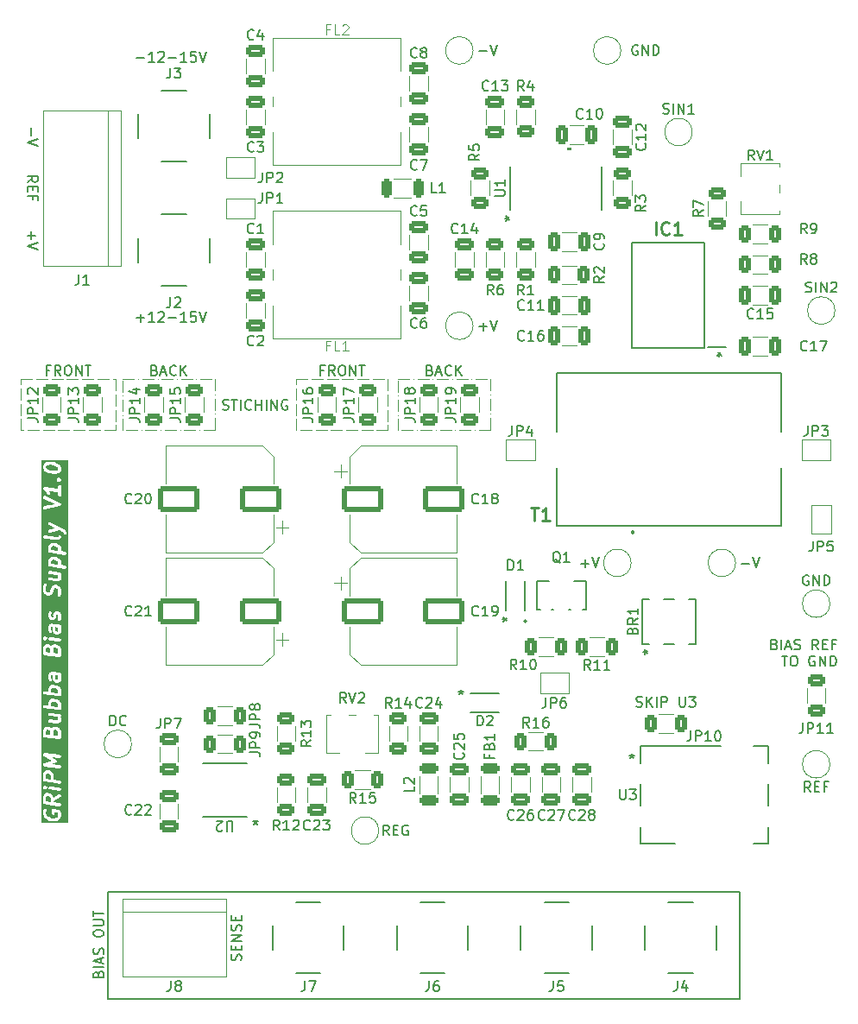
<source format=gto>
%TF.GenerationSoftware,KiCad,Pcbnew,8.0.2-8.0.2-0~ubuntu22.04.1*%
%TF.CreationDate,2024-05-22T14:53:07-05:00*%
%TF.ProjectId,bias-supply,62696173-2d73-4757-9070-6c792e6b6963,0.1*%
%TF.SameCoordinates,Original*%
%TF.FileFunction,Legend,Top*%
%TF.FilePolarity,Positive*%
%FSLAX46Y46*%
G04 Gerber Fmt 4.6, Leading zero omitted, Abs format (unit mm)*
G04 Created by KiCad (PCBNEW 8.0.2-8.0.2-0~ubuntu22.04.1) date 2024-05-22 14:53:07*
%MOMM*%
%LPD*%
G01*
G04 APERTURE LIST*
G04 Aperture macros list*
%AMRoundRect*
0 Rectangle with rounded corners*
0 $1 Rounding radius*
0 $2 $3 $4 $5 $6 $7 $8 $9 X,Y pos of 4 corners*
0 Add a 4 corners polygon primitive as box body*
4,1,4,$2,$3,$4,$5,$6,$7,$8,$9,$2,$3,0*
0 Add four circle primitives for the rounded corners*
1,1,$1+$1,$2,$3*
1,1,$1+$1,$4,$5*
1,1,$1+$1,$6,$7*
1,1,$1+$1,$8,$9*
0 Add four rect primitives between the rounded corners*
20,1,$1+$1,$2,$3,$4,$5,0*
20,1,$1+$1,$4,$5,$6,$7,0*
20,1,$1+$1,$6,$7,$8,$9,0*
20,1,$1+$1,$8,$9,$2,$3,0*%
G04 Aperture macros list end*
%ADD10C,0.100000*%
%ADD11C,0.150000*%
%ADD12C,0.300000*%
%ADD13C,0.254000*%
%ADD14C,0.152400*%
%ADD15C,0.000000*%
%ADD16C,0.120000*%
%ADD17C,0.200000*%
%ADD18R,7.086600X0.711200*%
%ADD19R,2.590800X0.711200*%
%ADD20R,1.600200X1.397000*%
%ADD21R,1.461700X0.558800*%
%ADD22R,2.286000X2.286000*%
%ADD23R,0.532600X1.454899*%
%ADD24R,0.762000X1.803400*%
%ADD25RoundRect,0.250000X0.625000X-0.312500X0.625000X0.312500X-0.625000X0.312500X-0.625000X-0.312500X0*%
%ADD26RoundRect,0.250000X-0.650000X0.325000X-0.650000X-0.325000X0.650000X-0.325000X0.650000X0.325000X0*%
%ADD27RoundRect,0.250000X0.650000X-0.325000X0.650000X0.325000X-0.650000X0.325000X-0.650000X-0.325000X0*%
%ADD28R,1.300000X1.600000*%
%ADD29R,2.000000X1.600000*%
%ADD30RoundRect,0.250000X-0.312500X-0.625000X0.312500X-0.625000X0.312500X0.625000X-0.312500X0.625000X0*%
%ADD31RoundRect,0.250000X0.312500X0.625000X-0.312500X0.625000X-0.312500X-0.625000X0.312500X-0.625000X0*%
%ADD32R,1.000000X1.500000*%
%ADD33C,7.000000*%
%ADD34R,3.000000X3.000000*%
%ADD35C,3.000000*%
%ADD36C,2.000000*%
%ADD37R,4.000000X2.000000*%
%ADD38RoundRect,0.250000X1.750000X1.000000X-1.750000X1.000000X-1.750000X-1.000000X1.750000X-1.000000X0*%
%ADD39RoundRect,0.250000X-1.750000X-1.000000X1.750000X-1.000000X1.750000X1.000000X-1.750000X1.000000X0*%
%ADD40C,2.400000*%
%ADD41RoundRect,0.250000X-0.625000X0.312500X-0.625000X-0.312500X0.625000X-0.312500X0.625000X0.312500X0*%
%ADD42R,0.889000X0.660400*%
%ADD43R,0.508000X1.625600*%
%ADD44R,0.609600X1.625600*%
%ADD45RoundRect,0.250000X0.325000X0.650000X-0.325000X0.650000X-0.325000X-0.650000X0.325000X-0.650000X0*%
%ADD46RoundRect,0.250000X-0.700000X0.275000X-0.700000X-0.275000X0.700000X-0.275000X0.700000X0.275000X0*%
%ADD47RoundRect,0.250000X0.700000X-0.275000X0.700000X0.275000X-0.700000X0.275000X-0.700000X-0.275000X0*%
%ADD48RoundRect,0.250000X-0.325000X-0.650000X0.325000X-0.650000X0.325000X0.650000X-0.325000X0.650000X0*%
%ADD49R,0.660400X0.889000*%
%ADD50R,1.600000X1.300000*%
%ADD51R,1.600000X2.000000*%
%ADD52R,1.500000X1.000000*%
%ADD53RoundRect,0.250000X-0.275000X-0.700000X0.275000X-0.700000X0.275000X0.700000X-0.275000X0.700000X0*%
%ADD54C,1.214000*%
%ADD55C,2.891000*%
%ADD56R,1.750000X0.650000*%
G04 APERTURE END LIST*
D10*
X145000000Y-91750000D02*
X146100000Y-91750000D01*
X146500000Y-91750000D02*
X146500000Y-91750000D01*
X146900000Y-91750000D02*
X148000000Y-91750000D01*
X148400000Y-91750000D02*
X148400000Y-91750000D01*
X148800000Y-91750000D02*
X149900000Y-91750000D01*
X150300000Y-91750000D02*
X150300000Y-91750000D01*
X150700000Y-91750000D02*
X151800000Y-91750000D01*
X152200000Y-91750000D02*
X152200000Y-91750000D01*
X152600000Y-91750000D02*
X153700000Y-91750000D01*
X154000000Y-91750000D02*
X154000000Y-92850000D01*
X154000000Y-93250000D02*
X154000000Y-93250000D01*
X154000000Y-93650000D02*
X154000000Y-94750000D01*
X154000000Y-95150000D02*
X154000000Y-95150000D01*
X154000000Y-95550000D02*
X154000000Y-96650000D01*
X154000000Y-96750000D02*
X152900000Y-96750000D01*
X152500000Y-96750000D02*
X152500000Y-96750000D01*
X152100000Y-96750000D02*
X151000000Y-96750000D01*
X150600000Y-96750000D02*
X150600000Y-96750000D01*
X150200000Y-96750000D02*
X149100000Y-96750000D01*
X148700000Y-96750000D02*
X148700000Y-96750000D01*
X148300000Y-96750000D02*
X147200000Y-96750000D01*
X146800000Y-96750000D02*
X146800000Y-96750000D01*
X146400000Y-96750000D02*
X145300000Y-96750000D01*
X145000000Y-96750000D02*
X145000000Y-95650000D01*
X145000000Y-95250000D02*
X145000000Y-95250000D01*
X145000000Y-94850000D02*
X145000000Y-93750000D01*
X145000000Y-93350000D02*
X145000000Y-93350000D01*
X145000000Y-92950000D02*
X145000000Y-91850000D01*
D11*
X116500000Y-142000000D02*
X178500000Y-142000000D01*
X178500000Y-152500000D01*
X116500000Y-152500000D01*
X116500000Y-142000000D01*
D10*
X135000000Y-91750000D02*
X136100000Y-91750000D01*
X136500000Y-91750000D02*
X137600000Y-91750000D01*
X138000000Y-91750000D02*
X139100000Y-91750000D01*
X139500000Y-91750000D02*
X140600000Y-91750000D01*
X141000000Y-91750000D02*
X142100000Y-91750000D01*
X142500000Y-91750000D02*
X143600000Y-91750000D01*
X144000000Y-91750000D02*
X144000000Y-91750000D01*
X144000000Y-91750000D02*
X144000000Y-92850000D01*
X144000000Y-93250000D02*
X144000000Y-94350000D01*
X144000000Y-94750000D02*
X144000000Y-95850000D01*
X144000000Y-96250000D02*
X144000000Y-96750000D01*
X144000000Y-96750000D02*
X142900000Y-96750000D01*
X142500000Y-96750000D02*
X141400000Y-96750000D01*
X141000000Y-96750000D02*
X139900000Y-96750000D01*
X139500000Y-96750000D02*
X138400000Y-96750000D01*
X138000000Y-96750000D02*
X136900000Y-96750000D01*
X136500000Y-96750000D02*
X135400000Y-96750000D01*
X135000000Y-96750000D02*
X135000000Y-96750000D01*
X135000000Y-96750000D02*
X135000000Y-95650000D01*
X135000000Y-95250000D02*
X135000000Y-94150000D01*
X135000000Y-93750000D02*
X135000000Y-92650000D01*
X135000000Y-92250000D02*
X135000000Y-91750000D01*
X108000000Y-91750000D02*
X109100000Y-91750000D01*
X109500000Y-91750000D02*
X110600000Y-91750000D01*
X111000000Y-91750000D02*
X112100000Y-91750000D01*
X112500000Y-91750000D02*
X113600000Y-91750000D01*
X114000000Y-91750000D02*
X115100000Y-91750000D01*
X115500000Y-91750000D02*
X116600000Y-91750000D01*
X117000000Y-91750000D02*
X117250000Y-91750000D01*
X117250000Y-91750000D02*
X117250000Y-92850000D01*
X117250000Y-93250000D02*
X117250000Y-94350000D01*
X117250000Y-94750000D02*
X117250000Y-95850000D01*
X117250000Y-96250000D02*
X117250000Y-96750000D01*
X117250000Y-96750000D02*
X116150000Y-96750000D01*
X115750000Y-96750000D02*
X114650000Y-96750000D01*
X114250000Y-96750000D02*
X113150000Y-96750000D01*
X112750000Y-96750000D02*
X111650000Y-96750000D01*
X111250000Y-96750000D02*
X110150000Y-96750000D01*
X109750000Y-96750000D02*
X108650000Y-96750000D01*
X108250000Y-96750000D02*
X108000000Y-96750000D01*
X108000000Y-96750000D02*
X108000000Y-95650000D01*
X108000000Y-95250000D02*
X108000000Y-94150000D01*
X108000000Y-93750000D02*
X108000000Y-92650000D01*
X108000000Y-92250000D02*
X108000000Y-91750000D01*
X118000000Y-91750000D02*
X119100000Y-91750000D01*
X119500000Y-91750000D02*
X119500000Y-91750000D01*
X119900000Y-91750000D02*
X121000000Y-91750000D01*
X121400000Y-91750000D02*
X121400000Y-91750000D01*
X121800000Y-91750000D02*
X122900000Y-91750000D01*
X123300000Y-91750000D02*
X123300000Y-91750000D01*
X123700000Y-91750000D02*
X124800000Y-91750000D01*
X125200000Y-91750000D02*
X125200000Y-91750000D01*
X125600000Y-91750000D02*
X126700000Y-91750000D01*
X127000000Y-91750000D02*
X127000000Y-92850000D01*
X127000000Y-93250000D02*
X127000000Y-93250000D01*
X127000000Y-93650000D02*
X127000000Y-94750000D01*
X127000000Y-95150000D02*
X127000000Y-95150000D01*
X127000000Y-95550000D02*
X127000000Y-96650000D01*
X127000000Y-96750000D02*
X125900000Y-96750000D01*
X125500000Y-96750000D02*
X125500000Y-96750000D01*
X125100000Y-96750000D02*
X124000000Y-96750000D01*
X123600000Y-96750000D02*
X123600000Y-96750000D01*
X123200000Y-96750000D02*
X122100000Y-96750000D01*
X121700000Y-96750000D02*
X121700000Y-96750000D01*
X121300000Y-96750000D02*
X120200000Y-96750000D01*
X119800000Y-96750000D02*
X119800000Y-96750000D01*
X119400000Y-96750000D02*
X118300000Y-96750000D01*
X118000000Y-96750000D02*
X118000000Y-95650000D01*
X118000000Y-95250000D02*
X118000000Y-95250000D01*
X118000000Y-94850000D02*
X118000000Y-93750000D01*
X118000000Y-93350000D02*
X118000000Y-93350000D01*
X118000000Y-92950000D02*
X118000000Y-91850000D01*
D11*
X115596009Y-150079887D02*
X115643628Y-149937030D01*
X115643628Y-149937030D02*
X115691247Y-149889411D01*
X115691247Y-149889411D02*
X115786485Y-149841792D01*
X115786485Y-149841792D02*
X115929342Y-149841792D01*
X115929342Y-149841792D02*
X116024580Y-149889411D01*
X116024580Y-149889411D02*
X116072200Y-149937030D01*
X116072200Y-149937030D02*
X116119819Y-150032268D01*
X116119819Y-150032268D02*
X116119819Y-150413220D01*
X116119819Y-150413220D02*
X115119819Y-150413220D01*
X115119819Y-150413220D02*
X115119819Y-150079887D01*
X115119819Y-150079887D02*
X115167438Y-149984649D01*
X115167438Y-149984649D02*
X115215057Y-149937030D01*
X115215057Y-149937030D02*
X115310295Y-149889411D01*
X115310295Y-149889411D02*
X115405533Y-149889411D01*
X115405533Y-149889411D02*
X115500771Y-149937030D01*
X115500771Y-149937030D02*
X115548390Y-149984649D01*
X115548390Y-149984649D02*
X115596009Y-150079887D01*
X115596009Y-150079887D02*
X115596009Y-150413220D01*
X116119819Y-149413220D02*
X115119819Y-149413220D01*
X115834104Y-148984649D02*
X115834104Y-148508459D01*
X116119819Y-149079887D02*
X115119819Y-148746554D01*
X115119819Y-148746554D02*
X116119819Y-148413221D01*
X116072200Y-148127506D02*
X116119819Y-147984649D01*
X116119819Y-147984649D02*
X116119819Y-147746554D01*
X116119819Y-147746554D02*
X116072200Y-147651316D01*
X116072200Y-147651316D02*
X116024580Y-147603697D01*
X116024580Y-147603697D02*
X115929342Y-147556078D01*
X115929342Y-147556078D02*
X115834104Y-147556078D01*
X115834104Y-147556078D02*
X115738866Y-147603697D01*
X115738866Y-147603697D02*
X115691247Y-147651316D01*
X115691247Y-147651316D02*
X115643628Y-147746554D01*
X115643628Y-147746554D02*
X115596009Y-147937030D01*
X115596009Y-147937030D02*
X115548390Y-148032268D01*
X115548390Y-148032268D02*
X115500771Y-148079887D01*
X115500771Y-148079887D02*
X115405533Y-148127506D01*
X115405533Y-148127506D02*
X115310295Y-148127506D01*
X115310295Y-148127506D02*
X115215057Y-148079887D01*
X115215057Y-148079887D02*
X115167438Y-148032268D01*
X115167438Y-148032268D02*
X115119819Y-147937030D01*
X115119819Y-147937030D02*
X115119819Y-147698935D01*
X115119819Y-147698935D02*
X115167438Y-147556078D01*
X115119819Y-146175125D02*
X115119819Y-145984649D01*
X115119819Y-145984649D02*
X115167438Y-145889411D01*
X115167438Y-145889411D02*
X115262676Y-145794173D01*
X115262676Y-145794173D02*
X115453152Y-145746554D01*
X115453152Y-145746554D02*
X115786485Y-145746554D01*
X115786485Y-145746554D02*
X115976961Y-145794173D01*
X115976961Y-145794173D02*
X116072200Y-145889411D01*
X116072200Y-145889411D02*
X116119819Y-145984649D01*
X116119819Y-145984649D02*
X116119819Y-146175125D01*
X116119819Y-146175125D02*
X116072200Y-146270363D01*
X116072200Y-146270363D02*
X115976961Y-146365601D01*
X115976961Y-146365601D02*
X115786485Y-146413220D01*
X115786485Y-146413220D02*
X115453152Y-146413220D01*
X115453152Y-146413220D02*
X115262676Y-146365601D01*
X115262676Y-146365601D02*
X115167438Y-146270363D01*
X115167438Y-146270363D02*
X115119819Y-146175125D01*
X115119819Y-145317982D02*
X115929342Y-145317982D01*
X115929342Y-145317982D02*
X116024580Y-145270363D01*
X116024580Y-145270363D02*
X116072200Y-145222744D01*
X116072200Y-145222744D02*
X116119819Y-145127506D01*
X116119819Y-145127506D02*
X116119819Y-144937030D01*
X116119819Y-144937030D02*
X116072200Y-144841792D01*
X116072200Y-144841792D02*
X116024580Y-144794173D01*
X116024580Y-144794173D02*
X115929342Y-144746554D01*
X115929342Y-144746554D02*
X115119819Y-144746554D01*
X115119819Y-144413220D02*
X115119819Y-143841792D01*
X116119819Y-144127506D02*
X115119819Y-144127506D01*
X127789160Y-94697200D02*
X127932017Y-94744819D01*
X127932017Y-94744819D02*
X128170112Y-94744819D01*
X128170112Y-94744819D02*
X128265350Y-94697200D01*
X128265350Y-94697200D02*
X128312969Y-94649580D01*
X128312969Y-94649580D02*
X128360588Y-94554342D01*
X128360588Y-94554342D02*
X128360588Y-94459104D01*
X128360588Y-94459104D02*
X128312969Y-94363866D01*
X128312969Y-94363866D02*
X128265350Y-94316247D01*
X128265350Y-94316247D02*
X128170112Y-94268628D01*
X128170112Y-94268628D02*
X127979636Y-94221009D01*
X127979636Y-94221009D02*
X127884398Y-94173390D01*
X127884398Y-94173390D02*
X127836779Y-94125771D01*
X127836779Y-94125771D02*
X127789160Y-94030533D01*
X127789160Y-94030533D02*
X127789160Y-93935295D01*
X127789160Y-93935295D02*
X127836779Y-93840057D01*
X127836779Y-93840057D02*
X127884398Y-93792438D01*
X127884398Y-93792438D02*
X127979636Y-93744819D01*
X127979636Y-93744819D02*
X128217731Y-93744819D01*
X128217731Y-93744819D02*
X128360588Y-93792438D01*
X128646303Y-93744819D02*
X129217731Y-93744819D01*
X128932017Y-94744819D02*
X128932017Y-93744819D01*
X129551065Y-94744819D02*
X129551065Y-93744819D01*
X130598683Y-94649580D02*
X130551064Y-94697200D01*
X130551064Y-94697200D02*
X130408207Y-94744819D01*
X130408207Y-94744819D02*
X130312969Y-94744819D01*
X130312969Y-94744819D02*
X130170112Y-94697200D01*
X130170112Y-94697200D02*
X130074874Y-94601961D01*
X130074874Y-94601961D02*
X130027255Y-94506723D01*
X130027255Y-94506723D02*
X129979636Y-94316247D01*
X129979636Y-94316247D02*
X129979636Y-94173390D01*
X129979636Y-94173390D02*
X130027255Y-93982914D01*
X130027255Y-93982914D02*
X130074874Y-93887676D01*
X130074874Y-93887676D02*
X130170112Y-93792438D01*
X130170112Y-93792438D02*
X130312969Y-93744819D01*
X130312969Y-93744819D02*
X130408207Y-93744819D01*
X130408207Y-93744819D02*
X130551064Y-93792438D01*
X130551064Y-93792438D02*
X130598683Y-93840057D01*
X131027255Y-94744819D02*
X131027255Y-93744819D01*
X131027255Y-94221009D02*
X131598683Y-94221009D01*
X131598683Y-94744819D02*
X131598683Y-93744819D01*
X132074874Y-94744819D02*
X132074874Y-93744819D01*
X132551064Y-94744819D02*
X132551064Y-93744819D01*
X132551064Y-93744819D02*
X133122492Y-94744819D01*
X133122492Y-94744819D02*
X133122492Y-93744819D01*
X134122492Y-93792438D02*
X134027254Y-93744819D01*
X134027254Y-93744819D02*
X133884397Y-93744819D01*
X133884397Y-93744819D02*
X133741540Y-93792438D01*
X133741540Y-93792438D02*
X133646302Y-93887676D01*
X133646302Y-93887676D02*
X133598683Y-93982914D01*
X133598683Y-93982914D02*
X133551064Y-94173390D01*
X133551064Y-94173390D02*
X133551064Y-94316247D01*
X133551064Y-94316247D02*
X133598683Y-94506723D01*
X133598683Y-94506723D02*
X133646302Y-94601961D01*
X133646302Y-94601961D02*
X133741540Y-94697200D01*
X133741540Y-94697200D02*
X133884397Y-94744819D01*
X133884397Y-94744819D02*
X133979635Y-94744819D01*
X133979635Y-94744819D02*
X134122492Y-94697200D01*
X134122492Y-94697200D02*
X134170111Y-94649580D01*
X134170111Y-94649580D02*
X134170111Y-94316247D01*
X134170111Y-94316247D02*
X133979635Y-94316247D01*
X129572200Y-148716792D02*
X129619819Y-148573935D01*
X129619819Y-148573935D02*
X129619819Y-148335840D01*
X129619819Y-148335840D02*
X129572200Y-148240602D01*
X129572200Y-148240602D02*
X129524580Y-148192983D01*
X129524580Y-148192983D02*
X129429342Y-148145364D01*
X129429342Y-148145364D02*
X129334104Y-148145364D01*
X129334104Y-148145364D02*
X129238866Y-148192983D01*
X129238866Y-148192983D02*
X129191247Y-148240602D01*
X129191247Y-148240602D02*
X129143628Y-148335840D01*
X129143628Y-148335840D02*
X129096009Y-148526316D01*
X129096009Y-148526316D02*
X129048390Y-148621554D01*
X129048390Y-148621554D02*
X129000771Y-148669173D01*
X129000771Y-148669173D02*
X128905533Y-148716792D01*
X128905533Y-148716792D02*
X128810295Y-148716792D01*
X128810295Y-148716792D02*
X128715057Y-148669173D01*
X128715057Y-148669173D02*
X128667438Y-148621554D01*
X128667438Y-148621554D02*
X128619819Y-148526316D01*
X128619819Y-148526316D02*
X128619819Y-148288221D01*
X128619819Y-148288221D02*
X128667438Y-148145364D01*
X129096009Y-147716792D02*
X129096009Y-147383459D01*
X129619819Y-147240602D02*
X129619819Y-147716792D01*
X129619819Y-147716792D02*
X128619819Y-147716792D01*
X128619819Y-147716792D02*
X128619819Y-147240602D01*
X129619819Y-146812030D02*
X128619819Y-146812030D01*
X128619819Y-146812030D02*
X129619819Y-146240602D01*
X129619819Y-146240602D02*
X128619819Y-146240602D01*
X129572200Y-145812030D02*
X129619819Y-145669173D01*
X129619819Y-145669173D02*
X129619819Y-145431078D01*
X129619819Y-145431078D02*
X129572200Y-145335840D01*
X129572200Y-145335840D02*
X129524580Y-145288221D01*
X129524580Y-145288221D02*
X129429342Y-145240602D01*
X129429342Y-145240602D02*
X129334104Y-145240602D01*
X129334104Y-145240602D02*
X129238866Y-145288221D01*
X129238866Y-145288221D02*
X129191247Y-145335840D01*
X129191247Y-145335840D02*
X129143628Y-145431078D01*
X129143628Y-145431078D02*
X129096009Y-145621554D01*
X129096009Y-145621554D02*
X129048390Y-145716792D01*
X129048390Y-145716792D02*
X129000771Y-145764411D01*
X129000771Y-145764411D02*
X128905533Y-145812030D01*
X128905533Y-145812030D02*
X128810295Y-145812030D01*
X128810295Y-145812030D02*
X128715057Y-145764411D01*
X128715057Y-145764411D02*
X128667438Y-145716792D01*
X128667438Y-145716792D02*
X128619819Y-145621554D01*
X128619819Y-145621554D02*
X128619819Y-145383459D01*
X128619819Y-145383459D02*
X128667438Y-145240602D01*
X129096009Y-144812030D02*
X129096009Y-144478697D01*
X129619819Y-144335840D02*
X129619819Y-144812030D01*
X129619819Y-144812030D02*
X128619819Y-144812030D01*
X128619819Y-144812030D02*
X128619819Y-144335840D01*
D12*
G36*
X110746137Y-132614481D02*
G01*
X110842026Y-132672486D01*
X110886611Y-132720565D01*
X110936682Y-132823049D01*
X110937510Y-132995580D01*
X110936881Y-132997914D01*
X110937546Y-133003038D01*
X110938477Y-133197128D01*
X110450204Y-133137021D01*
X110448283Y-132736640D01*
X110488329Y-132658588D01*
X110518739Y-132630707D01*
X110601581Y-132598135D01*
X110746137Y-132614481D01*
G37*
G36*
X110746137Y-130400195D02*
G01*
X110842026Y-130458200D01*
X110886611Y-130506279D01*
X110936682Y-130608763D01*
X110938477Y-130982842D01*
X110450204Y-130922735D01*
X110448283Y-130522354D01*
X110488329Y-130444302D01*
X110518739Y-130416421D01*
X110601581Y-130383849D01*
X110746137Y-130400195D01*
G37*
G36*
X111460422Y-126132338D02*
G01*
X111556312Y-126190343D01*
X111600897Y-126238422D01*
X111650968Y-126340906D01*
X111652757Y-126713628D01*
X111164399Y-126653510D01*
X111162565Y-126316796D01*
X111212624Y-126167268D01*
X111233025Y-126148564D01*
X111315867Y-126115991D01*
X111460422Y-126132338D01*
G37*
G36*
X110675360Y-126105946D02*
G01*
X110770598Y-126163557D01*
X110815182Y-126211636D01*
X110865274Y-126314159D01*
X110866922Y-126616891D01*
X110450120Y-126565582D01*
X110448328Y-126236552D01*
X110488329Y-126158587D01*
X110518739Y-126130707D01*
X110601913Y-126098004D01*
X110675360Y-126105946D01*
G37*
G36*
X111459672Y-123417598D02*
G01*
X111556312Y-123476057D01*
X111600897Y-123524136D01*
X111651098Y-123626886D01*
X111653071Y-123842424D01*
X111646267Y-123855686D01*
X110972218Y-123772710D01*
X110950557Y-123728375D01*
X110948584Y-123512838D01*
X110988329Y-123435373D01*
X111018739Y-123407492D01*
X111101214Y-123375064D01*
X111459672Y-123417598D01*
G37*
G36*
X111459672Y-122060455D02*
G01*
X111556312Y-122118914D01*
X111600897Y-122166993D01*
X111651098Y-122269743D01*
X111653071Y-122485281D01*
X111646267Y-122498543D01*
X110972218Y-122415567D01*
X110950557Y-122371232D01*
X110948584Y-122155695D01*
X110988329Y-122078230D01*
X111018739Y-122050349D01*
X111101214Y-122017921D01*
X111459672Y-122060455D01*
G37*
G36*
X111629102Y-120796149D02*
G01*
X111651048Y-120841068D01*
X111653187Y-121127911D01*
X111625212Y-121182437D01*
X111571170Y-121203685D01*
X111497724Y-121195743D01*
X111418205Y-121147641D01*
X111379179Y-121067764D01*
X111376925Y-120765526D01*
X111629102Y-120796149D01*
G37*
G36*
X111460422Y-118060909D02*
G01*
X111556312Y-118118914D01*
X111600897Y-118166993D01*
X111650968Y-118269477D01*
X111652757Y-118642199D01*
X111164399Y-118582081D01*
X111162565Y-118245367D01*
X111212624Y-118095839D01*
X111233025Y-118077135D01*
X111315867Y-118044562D01*
X111460422Y-118060909D01*
G37*
G36*
X110675360Y-118034517D02*
G01*
X110770598Y-118092128D01*
X110815182Y-118140207D01*
X110865274Y-118242730D01*
X110866922Y-118545462D01*
X110450120Y-118494153D01*
X110448328Y-118165123D01*
X110488329Y-118087158D01*
X110518739Y-118059278D01*
X110601913Y-118026575D01*
X110675360Y-118034517D01*
G37*
G36*
X111629102Y-116081863D02*
G01*
X111651048Y-116126782D01*
X111653187Y-116413625D01*
X111625212Y-116468151D01*
X111571170Y-116489399D01*
X111497724Y-116481457D01*
X111418205Y-116433355D01*
X111379179Y-116353478D01*
X111376925Y-116051240D01*
X111629102Y-116081863D01*
G37*
G36*
X111459672Y-109489026D02*
G01*
X111556312Y-109547485D01*
X111600897Y-109595564D01*
X111651098Y-109698314D01*
X111653071Y-109913852D01*
X111645808Y-109928007D01*
X110972711Y-109845148D01*
X110950557Y-109799803D01*
X110948584Y-109584266D01*
X110988329Y-109506801D01*
X111018739Y-109478920D01*
X111101214Y-109446492D01*
X111459672Y-109489026D01*
G37*
G36*
X111459672Y-108131883D02*
G01*
X111556312Y-108190342D01*
X111600897Y-108238421D01*
X111651098Y-108341171D01*
X111653071Y-108556709D01*
X111645808Y-108570864D01*
X110972711Y-108488005D01*
X110950557Y-108442660D01*
X110948584Y-108227123D01*
X110988329Y-108149658D01*
X111018739Y-108121777D01*
X111101214Y-108089349D01*
X111459672Y-108131883D01*
G37*
G36*
X111183624Y-100168811D02*
G01*
X111438328Y-100261830D01*
X111556312Y-100333200D01*
X111600897Y-100381279D01*
X111651331Y-100484506D01*
X111652557Y-100557711D01*
X111613328Y-100634172D01*
X111582916Y-100662055D01*
X111487231Y-100699677D01*
X111238648Y-100733046D01*
X110918035Y-100695379D01*
X110663327Y-100602360D01*
X110545343Y-100530990D01*
X110500759Y-100482911D01*
X110450324Y-100379684D01*
X110449098Y-100306480D01*
X110488329Y-100230016D01*
X110518739Y-100202135D01*
X110614425Y-100164513D01*
X110863007Y-100131144D01*
X111183624Y-100168811D01*
G37*
G36*
X112617106Y-135261768D02*
G01*
X109984161Y-135261768D01*
X109984161Y-134124060D01*
X110150828Y-134124060D01*
X110153343Y-134336641D01*
X110151790Y-134355313D01*
X110153667Y-134364057D01*
X110153710Y-134367610D01*
X110155206Y-134371223D01*
X110157964Y-134384063D01*
X110223685Y-134581960D01*
X110223675Y-134582133D01*
X110225253Y-134586683D01*
X110241057Y-134634270D01*
X110242252Y-134635682D01*
X110242858Y-134637428D01*
X110260146Y-134661215D01*
X110402059Y-134817124D01*
X110412326Y-134831520D01*
X110421839Y-134838854D01*
X110424599Y-134841886D01*
X110427758Y-134843417D01*
X110435614Y-134849474D01*
X110570180Y-134930875D01*
X110578914Y-134939036D01*
X110604311Y-134951522D01*
X110604814Y-134951826D01*
X110604989Y-134951855D01*
X110605302Y-134952009D01*
X110882949Y-135053406D01*
X110896399Y-135061055D01*
X110916098Y-135065512D01*
X110919429Y-135066729D01*
X110921207Y-135066668D01*
X110925080Y-135067545D01*
X111132107Y-135090956D01*
X111147181Y-135095101D01*
X111164702Y-135094642D01*
X111168761Y-135095101D01*
X111171033Y-135094476D01*
X111176577Y-135094331D01*
X111452588Y-135057278D01*
X111467941Y-135057800D01*
X111487438Y-135052600D01*
X111490972Y-135052126D01*
X111492521Y-135051244D01*
X111496353Y-135050223D01*
X111645760Y-134991478D01*
X111661396Y-134986191D01*
X111664067Y-134984281D01*
X111665599Y-134983679D01*
X111667843Y-134981581D01*
X111685317Y-134969090D01*
X111813438Y-134853974D01*
X111819820Y-134850886D01*
X111831597Y-134837657D01*
X111848301Y-134822650D01*
X111852475Y-134814208D01*
X111858739Y-134807174D01*
X111871075Y-134780481D01*
X111940531Y-134573008D01*
X111947946Y-134555110D01*
X111948538Y-134549091D01*
X111949394Y-134546537D01*
X111949170Y-134542679D01*
X111950828Y-134525846D01*
X111948439Y-134383172D01*
X111949866Y-134366023D01*
X111948006Y-134357366D01*
X111947946Y-134353725D01*
X111946448Y-134350110D01*
X111943692Y-134337273D01*
X111877971Y-134139374D01*
X111877982Y-134139200D01*
X111876381Y-134134587D01*
X111860600Y-134087065D01*
X111859405Y-134085654D01*
X111858799Y-134083905D01*
X111841511Y-134060119D01*
X111766039Y-133978733D01*
X111756133Y-133965997D01*
X111752102Y-133963705D01*
X111748486Y-133959805D01*
X111726496Y-133949143D01*
X111705257Y-133937065D01*
X111698370Y-133935506D01*
X111695822Y-133934271D01*
X111691886Y-133934039D01*
X111676576Y-133930575D01*
X111195015Y-133873021D01*
X111187235Y-133869799D01*
X111168049Y-133869799D01*
X111147181Y-133867305D01*
X111138112Y-133869799D01*
X111128707Y-133869799D01*
X111110130Y-133877493D01*
X111090748Y-133882824D01*
X111083325Y-133888597D01*
X111074635Y-133892197D01*
X111060418Y-133906414D01*
X111044551Y-133918755D01*
X111039902Y-133926929D01*
X111033251Y-133933581D01*
X111025557Y-133952155D01*
X111015619Y-133969631D01*
X111014452Y-133978963D01*
X111010853Y-133987653D01*
X111007971Y-134016917D01*
X111010853Y-134331896D01*
X111033251Y-134385968D01*
X111074635Y-134427352D01*
X111128707Y-134449750D01*
X111187235Y-134449750D01*
X111241307Y-134427352D01*
X111282691Y-134385968D01*
X111305089Y-134331896D01*
X111307971Y-134302632D01*
X111306901Y-134185781D01*
X111582642Y-134218736D01*
X111595561Y-134232667D01*
X111651111Y-134399941D01*
X111652716Y-134495795D01*
X111603557Y-134642635D01*
X111513079Y-134723930D01*
X111415801Y-134762177D01*
X111167053Y-134795570D01*
X110988473Y-134775375D01*
X110734756Y-134682717D01*
X110617201Y-134611606D01*
X110506553Y-134490046D01*
X110450630Y-134321651D01*
X110448768Y-134164268D01*
X110515838Y-134033544D01*
X110521521Y-133975293D01*
X110504481Y-133919303D01*
X110467310Y-133874094D01*
X110415668Y-133846551D01*
X110357417Y-133840868D01*
X110301427Y-133857909D01*
X110256219Y-133895079D01*
X110239904Y-133919544D01*
X110179441Y-134037390D01*
X110176108Y-134040724D01*
X110169305Y-134057145D01*
X110157247Y-134080649D01*
X110156531Y-134087985D01*
X110153710Y-134094796D01*
X110150828Y-134124060D01*
X109984161Y-134124060D01*
X109984161Y-132695489D01*
X110150828Y-132695489D01*
X110153532Y-133259176D01*
X110151216Y-133277707D01*
X110153664Y-133286609D01*
X110153710Y-133296181D01*
X110161404Y-133314757D01*
X110166735Y-133334140D01*
X110172508Y-133341562D01*
X110176108Y-133350253D01*
X110190325Y-133364470D01*
X110202666Y-133380337D01*
X110210840Y-133384985D01*
X110217492Y-133391637D01*
X110236066Y-133399330D01*
X110253542Y-133409269D01*
X110267903Y-133412518D01*
X110271564Y-133414035D01*
X110274604Y-133414035D01*
X110282223Y-133415759D01*
X111053564Y-133510711D01*
X111057278Y-133512250D01*
X111066059Y-133512250D01*
X111811618Y-133604029D01*
X111868051Y-133588510D01*
X111914248Y-133552579D01*
X111943180Y-133501703D01*
X111950439Y-133443627D01*
X111934921Y-133387194D01*
X111898990Y-133340997D01*
X111848113Y-133312065D01*
X111819433Y-133305575D01*
X111235911Y-133233742D01*
X111235246Y-133095180D01*
X111899532Y-132710224D01*
X111935242Y-132663854D01*
X111950489Y-132607349D01*
X111942953Y-132549309D01*
X111913779Y-132498571D01*
X111867408Y-132462860D01*
X111810903Y-132447613D01*
X111752863Y-132455149D01*
X111726058Y-132467238D01*
X111230920Y-132754172D01*
X111222265Y-132729834D01*
X111150071Y-132582069D01*
X111144513Y-132566048D01*
X111137589Y-132556522D01*
X111135769Y-132552796D01*
X111133147Y-132550411D01*
X111127225Y-132542262D01*
X111055329Y-132464732D01*
X111046473Y-132452314D01*
X111037141Y-132445119D01*
X111034200Y-132441948D01*
X111031040Y-132440415D01*
X111023185Y-132434360D01*
X110899547Y-132359569D01*
X110898990Y-132358853D01*
X110888529Y-132352904D01*
X110853985Y-132332008D01*
X110850863Y-132331485D01*
X110848114Y-132329922D01*
X110819433Y-132323432D01*
X110625230Y-132301472D01*
X110620780Y-132299449D01*
X110601572Y-132298796D01*
X110575751Y-132295877D01*
X110569137Y-132297695D01*
X110562286Y-132297463D01*
X110533874Y-132305040D01*
X110384470Y-132363782D01*
X110368830Y-132369072D01*
X110366157Y-132370982D01*
X110364628Y-132371584D01*
X110362385Y-132373679D01*
X110344909Y-132386174D01*
X110266584Y-132457983D01*
X110256218Y-132466507D01*
X110254534Y-132469031D01*
X110253355Y-132470113D01*
X110252039Y-132472773D01*
X110239904Y-132490972D01*
X110179440Y-132608820D01*
X110176108Y-132612153D01*
X110169306Y-132628573D01*
X110157247Y-132652078D01*
X110156531Y-132659413D01*
X110153710Y-132666225D01*
X110150828Y-132695489D01*
X109984161Y-132695489D01*
X109984161Y-131777707D01*
X110151216Y-131777707D01*
X110152381Y-131781944D01*
X110152089Y-131786329D01*
X110152280Y-131786896D01*
X110152246Y-131787491D01*
X110160255Y-131810577D01*
X110166735Y-131834140D01*
X110169431Y-131837607D01*
X110170840Y-131841771D01*
X110171233Y-131842220D01*
X110171429Y-131842785D01*
X110188717Y-131866572D01*
X110276236Y-131960948D01*
X110280810Y-131966176D01*
X110281315Y-131966425D01*
X110281742Y-131966886D01*
X110307445Y-131979347D01*
X110333273Y-131992120D01*
X110333871Y-131992159D01*
X110334406Y-131992419D01*
X110362986Y-131994100D01*
X110391670Y-131996012D01*
X110392234Y-131995820D01*
X110392831Y-131995856D01*
X110419918Y-131986458D01*
X110447112Y-131977262D01*
X110447757Y-131976800D01*
X110448125Y-131976673D01*
X110448902Y-131975982D01*
X110471033Y-131960160D01*
X110544948Y-131892391D01*
X110557106Y-131882936D01*
X110559114Y-131879403D01*
X110562587Y-131876220D01*
X110562850Y-131875686D01*
X110563297Y-131875290D01*
X110573959Y-131853299D01*
X110581404Y-131840207D01*
X110651216Y-131840207D01*
X110666735Y-131896640D01*
X110702666Y-131942837D01*
X110753542Y-131971769D01*
X110782223Y-131978259D01*
X111811618Y-132104029D01*
X111868051Y-132088510D01*
X111914248Y-132052579D01*
X111943180Y-132001703D01*
X111950439Y-131943627D01*
X111934921Y-131887194D01*
X111898990Y-131840997D01*
X111848114Y-131812065D01*
X111819433Y-131805575D01*
X110790038Y-131679805D01*
X110733605Y-131695324D01*
X110687408Y-131731255D01*
X110658476Y-131782131D01*
X110651216Y-131840207D01*
X110581404Y-131840207D01*
X110586037Y-131832060D01*
X110586582Y-131827697D01*
X110588531Y-131823757D01*
X110588570Y-131823163D01*
X110588831Y-131822626D01*
X110590266Y-131798228D01*
X110593297Y-131773984D01*
X110592131Y-131769746D01*
X110592424Y-131765361D01*
X110592232Y-131764796D01*
X110592268Y-131764201D01*
X110584257Y-131741112D01*
X110577779Y-131717551D01*
X110575081Y-131714082D01*
X110573673Y-131709919D01*
X110573280Y-131709470D01*
X110573085Y-131708907D01*
X110555797Y-131685120D01*
X110468247Y-131590708D01*
X110463704Y-131585516D01*
X110463202Y-131585267D01*
X110462773Y-131584805D01*
X110436915Y-131572268D01*
X110411241Y-131559572D01*
X110410645Y-131559532D01*
X110410109Y-131559272D01*
X110381461Y-131557586D01*
X110352845Y-131555679D01*
X110352280Y-131555870D01*
X110351684Y-131555835D01*
X110324540Y-131565251D01*
X110297403Y-131574429D01*
X110296760Y-131574888D01*
X110296390Y-131575017D01*
X110295607Y-131575712D01*
X110273481Y-131591530D01*
X110199559Y-131659303D01*
X110187408Y-131668755D01*
X110185400Y-131672285D01*
X110181927Y-131675470D01*
X110181662Y-131676005D01*
X110181216Y-131676402D01*
X110170554Y-131698391D01*
X110158476Y-131719631D01*
X110157930Y-131723993D01*
X110155983Y-131727932D01*
X110155943Y-131728527D01*
X110155682Y-131729066D01*
X110154247Y-131753455D01*
X110151216Y-131777707D01*
X109984161Y-131777707D01*
X109984161Y-130481203D01*
X110150828Y-130481203D01*
X110153532Y-131044890D01*
X110151216Y-131063421D01*
X110153664Y-131072323D01*
X110153710Y-131081895D01*
X110161404Y-131100471D01*
X110166735Y-131119854D01*
X110172508Y-131127276D01*
X110176108Y-131135967D01*
X110190325Y-131150184D01*
X110202666Y-131166051D01*
X110210840Y-131170699D01*
X110217492Y-131177351D01*
X110236066Y-131185044D01*
X110253542Y-131194983D01*
X110267903Y-131198232D01*
X110271564Y-131199749D01*
X110274604Y-131199749D01*
X110282223Y-131201473D01*
X111053564Y-131296425D01*
X111057278Y-131297964D01*
X111066059Y-131297964D01*
X111811618Y-131389743D01*
X111868051Y-131374224D01*
X111914248Y-131338293D01*
X111943180Y-131287417D01*
X111950439Y-131229341D01*
X111934921Y-131172908D01*
X111898990Y-131126711D01*
X111848113Y-131097779D01*
X111819433Y-131091289D01*
X111235911Y-131019456D01*
X111233920Y-130604368D01*
X111234875Y-130601716D01*
X111233797Y-130578873D01*
X111233660Y-130550153D01*
X111232287Y-130546838D01*
X111232118Y-130543254D01*
X111222265Y-130515548D01*
X111150071Y-130367783D01*
X111144513Y-130351762D01*
X111137589Y-130342236D01*
X111135769Y-130338510D01*
X111133147Y-130336125D01*
X111127225Y-130327976D01*
X111055329Y-130250446D01*
X111046473Y-130238028D01*
X111037141Y-130230833D01*
X111034200Y-130227662D01*
X111031040Y-130226129D01*
X111023185Y-130220074D01*
X110899547Y-130145283D01*
X110898990Y-130144567D01*
X110888529Y-130138618D01*
X110853985Y-130117722D01*
X110850863Y-130117199D01*
X110848114Y-130115636D01*
X110819433Y-130109146D01*
X110625230Y-130087186D01*
X110620780Y-130085163D01*
X110601572Y-130084510D01*
X110575751Y-130081591D01*
X110569137Y-130083409D01*
X110562286Y-130083177D01*
X110533874Y-130090754D01*
X110384470Y-130149496D01*
X110368830Y-130154786D01*
X110366157Y-130156696D01*
X110364628Y-130157298D01*
X110362385Y-130159393D01*
X110344909Y-130171888D01*
X110266584Y-130243697D01*
X110256218Y-130252221D01*
X110254534Y-130254745D01*
X110253355Y-130255827D01*
X110252039Y-130258487D01*
X110239904Y-130276686D01*
X110179440Y-130394534D01*
X110176108Y-130397867D01*
X110169306Y-130414287D01*
X110157247Y-130437792D01*
X110156531Y-130445127D01*
X110153710Y-130451939D01*
X110150828Y-130481203D01*
X109984161Y-130481203D01*
X109984161Y-128560844D01*
X110151053Y-128560844D01*
X110151379Y-128562115D01*
X110151216Y-128563421D01*
X110158642Y-128590426D01*
X110165597Y-128617534D01*
X110166386Y-128618585D01*
X110166735Y-128619854D01*
X110183923Y-128641953D01*
X110200728Y-128664345D01*
X110202149Y-128665386D01*
X110202666Y-128666051D01*
X110204406Y-128667040D01*
X110224446Y-128681727D01*
X111019184Y-129149523D01*
X110256220Y-129412318D01*
X110233605Y-129418538D01*
X110229980Y-129421356D01*
X110225570Y-129422876D01*
X110206962Y-129439259D01*
X110187408Y-129454469D01*
X110185120Y-129458492D01*
X110181644Y-129461553D01*
X110170726Y-129483802D01*
X110158476Y-129505345D01*
X110157901Y-129509940D01*
X110155863Y-129514095D01*
X110154291Y-129538821D01*
X110151216Y-129563421D01*
X110152443Y-129567885D01*
X110152150Y-129572504D01*
X110160164Y-129595962D01*
X110166735Y-129619854D01*
X110169575Y-129623506D01*
X110171073Y-129627889D01*
X110187456Y-129646496D01*
X110202666Y-129666051D01*
X110206689Y-129668338D01*
X110209750Y-129671815D01*
X110231999Y-129682732D01*
X110253542Y-129694983D01*
X110259897Y-129696421D01*
X110262292Y-129697596D01*
X110266182Y-129697843D01*
X110282223Y-129701473D01*
X111811618Y-129889743D01*
X111868051Y-129874224D01*
X111914248Y-129838293D01*
X111943180Y-129787417D01*
X111950439Y-129729341D01*
X111934921Y-129672908D01*
X111898990Y-129626711D01*
X111848113Y-129597779D01*
X111819433Y-129591289D01*
X110957310Y-129485160D01*
X111415435Y-129327364D01*
X111437160Y-129321791D01*
X111441862Y-129318262D01*
X111447515Y-129316315D01*
X111465168Y-129300770D01*
X111483971Y-129286660D01*
X111486990Y-129281556D01*
X111491441Y-129277638D01*
X111501800Y-129256525D01*
X111513774Y-129236288D01*
X111514610Y-129230418D01*
X111517222Y-129225096D01*
X111518713Y-129201628D01*
X111522032Y-129178347D01*
X111520558Y-129172604D01*
X111520935Y-129166687D01*
X111513330Y-129144428D01*
X111507488Y-129121657D01*
X111503930Y-129116916D01*
X111502012Y-129111302D01*
X111486470Y-129093651D01*
X111472357Y-129074846D01*
X111465462Y-129069793D01*
X111463334Y-129067376D01*
X111459793Y-129065638D01*
X111448639Y-129057464D01*
X110992362Y-128788891D01*
X111811618Y-128889743D01*
X111868051Y-128874224D01*
X111914248Y-128838293D01*
X111943180Y-128787417D01*
X111950439Y-128729341D01*
X111934921Y-128672908D01*
X111898990Y-128626711D01*
X111848113Y-128597779D01*
X111819433Y-128591289D01*
X110317342Y-128406380D01*
X110292615Y-128402856D01*
X110291350Y-128403180D01*
X110290038Y-128403019D01*
X110263032Y-128410445D01*
X110235925Y-128417400D01*
X110234873Y-128418189D01*
X110233605Y-128418538D01*
X110211505Y-128435726D01*
X110189114Y-128452531D01*
X110188444Y-128453663D01*
X110187408Y-128454469D01*
X110173573Y-128478795D01*
X110159311Y-128502902D01*
X110159125Y-128504202D01*
X110158476Y-128505345D01*
X110155001Y-128533142D01*
X110151053Y-128560844D01*
X109984161Y-128560844D01*
X109984161Y-126195488D01*
X110150828Y-126195488D01*
X110153509Y-126687931D01*
X110151216Y-126706278D01*
X110153657Y-126715157D01*
X110153710Y-126724752D01*
X110161404Y-126743328D01*
X110166735Y-126762711D01*
X110172508Y-126770133D01*
X110176108Y-126778824D01*
X110190325Y-126793041D01*
X110202666Y-126808908D01*
X110210840Y-126813556D01*
X110217492Y-126820208D01*
X110236066Y-126827901D01*
X110253542Y-126837840D01*
X110267903Y-126841089D01*
X110271564Y-126842606D01*
X110274604Y-126842606D01*
X110282223Y-126844330D01*
X110982604Y-126930547D01*
X110985850Y-126931892D01*
X110993525Y-126931892D01*
X111763194Y-127026638D01*
X111771564Y-127030106D01*
X111791358Y-127030106D01*
X111811618Y-127032600D01*
X111820687Y-127030106D01*
X111830092Y-127030106D01*
X111848668Y-127022411D01*
X111868051Y-127017081D01*
X111875473Y-127011307D01*
X111884164Y-127007708D01*
X111898381Y-126993491D01*
X111914248Y-126981150D01*
X111918896Y-126972975D01*
X111925548Y-126966324D01*
X111933241Y-126947749D01*
X111943180Y-126930274D01*
X111944346Y-126920941D01*
X111947946Y-126912252D01*
X111950828Y-126882988D01*
X111948206Y-126336511D01*
X111949161Y-126333859D01*
X111948083Y-126311016D01*
X111947946Y-126282296D01*
X111946573Y-126278981D01*
X111946404Y-126275397D01*
X111936551Y-126247691D01*
X111864357Y-126099926D01*
X111858799Y-126083905D01*
X111851875Y-126074379D01*
X111850055Y-126070653D01*
X111847433Y-126068268D01*
X111841511Y-126060119D01*
X111769615Y-125982589D01*
X111760759Y-125970171D01*
X111751427Y-125962976D01*
X111748486Y-125959805D01*
X111745326Y-125958272D01*
X111737471Y-125952217D01*
X111613833Y-125877426D01*
X111613277Y-125876711D01*
X111602824Y-125870767D01*
X111568271Y-125849865D01*
X111565149Y-125849342D01*
X111562400Y-125847779D01*
X111533720Y-125841289D01*
X111339517Y-125819328D01*
X111335066Y-125817305D01*
X111315858Y-125816652D01*
X111290038Y-125813733D01*
X111283424Y-125815551D01*
X111276572Y-125815319D01*
X111248159Y-125822896D01*
X111098753Y-125881640D01*
X111083117Y-125886929D01*
X111080443Y-125888840D01*
X111078913Y-125889442D01*
X111076670Y-125891537D01*
X111059195Y-125904030D01*
X111001029Y-125957358D01*
X110996122Y-125959733D01*
X110991920Y-125964451D01*
X110983899Y-125955801D01*
X110975045Y-125943385D01*
X110965716Y-125936193D01*
X110962773Y-125933019D01*
X110959610Y-125931485D01*
X110951757Y-125925431D01*
X110828117Y-125850639D01*
X110827562Y-125849925D01*
X110817123Y-125843988D01*
X110782557Y-125823079D01*
X110779435Y-125822556D01*
X110776686Y-125820993D01*
X110748005Y-125814503D01*
X110624525Y-125801150D01*
X110620780Y-125799448D01*
X110603292Y-125798854D01*
X110575751Y-125795876D01*
X110569137Y-125797694D01*
X110562286Y-125797462D01*
X110533873Y-125805039D01*
X110384477Y-125863779D01*
X110368830Y-125869072D01*
X110366155Y-125870983D01*
X110364627Y-125871585D01*
X110362385Y-125873679D01*
X110344909Y-125886174D01*
X110266577Y-125957989D01*
X110256219Y-125966507D01*
X110254536Y-125969029D01*
X110253355Y-125970113D01*
X110252037Y-125972777D01*
X110239904Y-125990972D01*
X110179441Y-126108818D01*
X110176108Y-126112152D01*
X110169305Y-126128573D01*
X110157247Y-126152077D01*
X110156531Y-126159413D01*
X110153710Y-126166224D01*
X110150828Y-126195488D01*
X109984161Y-126195488D01*
X109984161Y-124625921D01*
X110651216Y-124625921D01*
X110666735Y-124682354D01*
X110702666Y-124728551D01*
X110753542Y-124757483D01*
X110782223Y-124763973D01*
X111582823Y-124861789D01*
X111600897Y-124881279D01*
X111651180Y-124984196D01*
X111652887Y-125128495D01*
X111625212Y-125182438D01*
X111572049Y-125203341D01*
X110790038Y-125108376D01*
X110733605Y-125123894D01*
X110687408Y-125159826D01*
X110658476Y-125210702D01*
X110651216Y-125268778D01*
X110666734Y-125325211D01*
X110702666Y-125371408D01*
X110753542Y-125400340D01*
X110782223Y-125406830D01*
X111546611Y-125499655D01*
X111552304Y-125502243D01*
X111573977Y-125502978D01*
X111597332Y-125505815D01*
X111603945Y-125503996D01*
X111610798Y-125504229D01*
X111639211Y-125496652D01*
X111783205Y-125440035D01*
X111800230Y-125434854D01*
X111803755Y-125431955D01*
X111808457Y-125430107D01*
X111826437Y-125413306D01*
X111845439Y-125397684D01*
X111849209Y-125392029D01*
X111851222Y-125390149D01*
X111852845Y-125386576D01*
X111861753Y-125373219D01*
X111922215Y-125255371D01*
X111925548Y-125252039D01*
X111932349Y-125235619D01*
X111944409Y-125212114D01*
X111945124Y-125204778D01*
X111947946Y-125197967D01*
X111950828Y-125168703D01*
X111948575Y-124978342D01*
X111949161Y-124976716D01*
X111948353Y-124959594D01*
X111947946Y-124925153D01*
X111946573Y-124921838D01*
X111946404Y-124918254D01*
X111936551Y-124890548D01*
X111911909Y-124840111D01*
X111914248Y-124838293D01*
X111943180Y-124787417D01*
X111950439Y-124729341D01*
X111934921Y-124672908D01*
X111898990Y-124626711D01*
X111848114Y-124597779D01*
X111819433Y-124591289D01*
X110790038Y-124465519D01*
X110733605Y-124481038D01*
X110687408Y-124516969D01*
X110658476Y-124567845D01*
X110651216Y-124625921D01*
X109984161Y-124625921D01*
X109984161Y-123849135D01*
X110151216Y-123849135D01*
X110166735Y-123905568D01*
X110202666Y-123951765D01*
X110253542Y-123980697D01*
X110282223Y-123987187D01*
X110845606Y-124056540D01*
X110849959Y-124058107D01*
X110856015Y-124057821D01*
X111684756Y-124159840D01*
X111685990Y-124160498D01*
X111705798Y-124162430D01*
X111811618Y-124175457D01*
X111868051Y-124159938D01*
X111914248Y-124124007D01*
X111943180Y-124073131D01*
X111950439Y-124015055D01*
X111934921Y-123958622D01*
X111930886Y-123953435D01*
X111932347Y-123949909D01*
X111944410Y-123926398D01*
X111945125Y-123919060D01*
X111947946Y-123912252D01*
X111950828Y-123882988D01*
X111948436Y-123621586D01*
X111949161Y-123619573D01*
X111948238Y-123600019D01*
X111947946Y-123568010D01*
X111946573Y-123564695D01*
X111946404Y-123561111D01*
X111936551Y-123533405D01*
X111864357Y-123385640D01*
X111858799Y-123369619D01*
X111851875Y-123360093D01*
X111850055Y-123356367D01*
X111847433Y-123353982D01*
X111841511Y-123345833D01*
X111769615Y-123268303D01*
X111760759Y-123255885D01*
X111751427Y-123248690D01*
X111748486Y-123245519D01*
X111745326Y-123243986D01*
X111737471Y-123237931D01*
X111613831Y-123163139D01*
X111613276Y-123162425D01*
X111602840Y-123156490D01*
X111568271Y-123135579D01*
X111565147Y-123135056D01*
X111562399Y-123133493D01*
X111533719Y-123127003D01*
X111126052Y-123078630D01*
X111120780Y-123076234D01*
X111099873Y-123075524D01*
X111075752Y-123072662D01*
X111069138Y-123074480D01*
X111062286Y-123074248D01*
X111033874Y-123081825D01*
X110884470Y-123140567D01*
X110868830Y-123145857D01*
X110866157Y-123147767D01*
X110864628Y-123148369D01*
X110862385Y-123150464D01*
X110844909Y-123162959D01*
X110766584Y-123234768D01*
X110756218Y-123243292D01*
X110754534Y-123245816D01*
X110753355Y-123246898D01*
X110752039Y-123249558D01*
X110739904Y-123267757D01*
X110679440Y-123385605D01*
X110676108Y-123388938D01*
X110669306Y-123405358D01*
X110657247Y-123428863D01*
X110656531Y-123436198D01*
X110653710Y-123443010D01*
X110650828Y-123472274D01*
X110653217Y-123733440D01*
X110290038Y-123688733D01*
X110233605Y-123704252D01*
X110187408Y-123740183D01*
X110158476Y-123791059D01*
X110151216Y-123849135D01*
X109984161Y-123849135D01*
X109984161Y-122491992D01*
X110151216Y-122491992D01*
X110166735Y-122548425D01*
X110202666Y-122594622D01*
X110253542Y-122623554D01*
X110282223Y-122630044D01*
X110845606Y-122699397D01*
X110849959Y-122700964D01*
X110856015Y-122700678D01*
X111684756Y-122802697D01*
X111685990Y-122803355D01*
X111705798Y-122805287D01*
X111811618Y-122818314D01*
X111868051Y-122802795D01*
X111914248Y-122766864D01*
X111943180Y-122715988D01*
X111950439Y-122657912D01*
X111934921Y-122601479D01*
X111930886Y-122596292D01*
X111932347Y-122592766D01*
X111944410Y-122569255D01*
X111945125Y-122561917D01*
X111947946Y-122555109D01*
X111950828Y-122525845D01*
X111948436Y-122264443D01*
X111949161Y-122262430D01*
X111948238Y-122242876D01*
X111947946Y-122210867D01*
X111946573Y-122207552D01*
X111946404Y-122203968D01*
X111936551Y-122176262D01*
X111864357Y-122028497D01*
X111858799Y-122012476D01*
X111851875Y-122002950D01*
X111850055Y-121999224D01*
X111847433Y-121996839D01*
X111841511Y-121988690D01*
X111769615Y-121911160D01*
X111760759Y-121898742D01*
X111751427Y-121891547D01*
X111748486Y-121888376D01*
X111745326Y-121886843D01*
X111737471Y-121880788D01*
X111613831Y-121805996D01*
X111613276Y-121805282D01*
X111602840Y-121799347D01*
X111568271Y-121778436D01*
X111565147Y-121777913D01*
X111562399Y-121776350D01*
X111533719Y-121769860D01*
X111126052Y-121721487D01*
X111120780Y-121719091D01*
X111099873Y-121718381D01*
X111075752Y-121715519D01*
X111069138Y-121717337D01*
X111062286Y-121717105D01*
X111033874Y-121724682D01*
X110884470Y-121783424D01*
X110868830Y-121788714D01*
X110866157Y-121790624D01*
X110864628Y-121791226D01*
X110862385Y-121793321D01*
X110844909Y-121805816D01*
X110766584Y-121877625D01*
X110756218Y-121886149D01*
X110754534Y-121888673D01*
X110753355Y-121889755D01*
X110752039Y-121892415D01*
X110739904Y-121910614D01*
X110679440Y-122028462D01*
X110676108Y-122031795D01*
X110669306Y-122048215D01*
X110657247Y-122071720D01*
X110656531Y-122079055D01*
X110653710Y-122085867D01*
X110650828Y-122115131D01*
X110653217Y-122376297D01*
X110290038Y-122331590D01*
X110233605Y-122347109D01*
X110187408Y-122383040D01*
X110158476Y-122433916D01*
X110151216Y-122491992D01*
X109984161Y-122491992D01*
X109984161Y-120757988D01*
X110650828Y-120757988D01*
X110653219Y-121019390D01*
X110652495Y-121021404D01*
X110653417Y-121040957D01*
X110653710Y-121072966D01*
X110655082Y-121076280D01*
X110655252Y-121079866D01*
X110665105Y-121107572D01*
X110751603Y-121284609D01*
X110794892Y-121323997D01*
X110849959Y-121343821D01*
X110908421Y-121341064D01*
X110961378Y-121316142D01*
X111000766Y-121272853D01*
X111020590Y-121217786D01*
X111017833Y-121159324D01*
X111007980Y-121131618D01*
X110950557Y-121014089D01*
X110948584Y-120798552D01*
X110976444Y-120744251D01*
X111029606Y-120723349D01*
X111058731Y-120726886D01*
X111079620Y-120769639D01*
X111081880Y-121072715D01*
X111081067Y-121074975D01*
X111082053Y-121095892D01*
X111082282Y-121126538D01*
X111083654Y-121129852D01*
X111083824Y-121133438D01*
X111093677Y-121161143D01*
X111161671Y-121300312D01*
X111164058Y-121310653D01*
X111172524Y-121322525D01*
X111180173Y-121338180D01*
X111190184Y-121347289D01*
X111198040Y-121358305D01*
X111221328Y-121376259D01*
X111223402Y-121377513D01*
X111223463Y-121377569D01*
X111223538Y-121377596D01*
X111344967Y-121451050D01*
X111345523Y-121451765D01*
X111355961Y-121457701D01*
X111390528Y-121478611D01*
X111393649Y-121479133D01*
X111396399Y-121480697D01*
X111425080Y-121487187D01*
X111548558Y-121500539D01*
X111552304Y-121502242D01*
X111569791Y-121502835D01*
X111597333Y-121505814D01*
X111603946Y-121503995D01*
X111610797Y-121504228D01*
X111639210Y-121496652D01*
X111783201Y-121440037D01*
X111800231Y-121434854D01*
X111803756Y-121431954D01*
X111808457Y-121430107D01*
X111826434Y-121413309D01*
X111845439Y-121397684D01*
X111849209Y-121392029D01*
X111851222Y-121390149D01*
X111852846Y-121386576D01*
X111861753Y-121373219D01*
X111922216Y-121255369D01*
X111925548Y-121252038D01*
X111932347Y-121235623D01*
X111944410Y-121212112D01*
X111945125Y-121204774D01*
X111947946Y-121197966D01*
X111950828Y-121168702D01*
X111948347Y-120836117D01*
X111949161Y-120833858D01*
X111948174Y-120812940D01*
X111947946Y-120782295D01*
X111946573Y-120778980D01*
X111946404Y-120775396D01*
X111936551Y-120747690D01*
X111931283Y-120736909D01*
X111943181Y-120715988D01*
X111950440Y-120657912D01*
X111934922Y-120601479D01*
X111898990Y-120555282D01*
X111848114Y-120526350D01*
X111819434Y-120519860D01*
X111752510Y-120511733D01*
X111751699Y-120511441D01*
X111750551Y-120511495D01*
X111189617Y-120443377D01*
X111180269Y-120440012D01*
X111167041Y-120440635D01*
X111055043Y-120427035D01*
X111049352Y-120424448D01*
X111027679Y-120423712D01*
X111004324Y-120420876D01*
X110997710Y-120422694D01*
X110990858Y-120422462D01*
X110962446Y-120430039D01*
X110818453Y-120486653D01*
X110801427Y-120491836D01*
X110797901Y-120494734D01*
X110793200Y-120496583D01*
X110775219Y-120513383D01*
X110756218Y-120529006D01*
X110752447Y-120534660D01*
X110750435Y-120536541D01*
X110748811Y-120540113D01*
X110739904Y-120553471D01*
X110679440Y-120671319D01*
X110676108Y-120674652D01*
X110669306Y-120691072D01*
X110657247Y-120714577D01*
X110656531Y-120721912D01*
X110653710Y-120728724D01*
X110650828Y-120757988D01*
X109984161Y-120757988D01*
X109984161Y-118124059D01*
X110150828Y-118124059D01*
X110153509Y-118616502D01*
X110151216Y-118634849D01*
X110153657Y-118643728D01*
X110153710Y-118653323D01*
X110161404Y-118671899D01*
X110166735Y-118691282D01*
X110172508Y-118698704D01*
X110176108Y-118707395D01*
X110190325Y-118721612D01*
X110202666Y-118737479D01*
X110210840Y-118742127D01*
X110217492Y-118748779D01*
X110236066Y-118756472D01*
X110253542Y-118766411D01*
X110267903Y-118769660D01*
X110271564Y-118771177D01*
X110274604Y-118771177D01*
X110282223Y-118772901D01*
X110982604Y-118859118D01*
X110985850Y-118860463D01*
X110993525Y-118860463D01*
X111763194Y-118955209D01*
X111771564Y-118958677D01*
X111791358Y-118958677D01*
X111811618Y-118961171D01*
X111820687Y-118958677D01*
X111830092Y-118958677D01*
X111848668Y-118950982D01*
X111868051Y-118945652D01*
X111875473Y-118939878D01*
X111884164Y-118936279D01*
X111898381Y-118922062D01*
X111914248Y-118909721D01*
X111918896Y-118901546D01*
X111925548Y-118894895D01*
X111933241Y-118876320D01*
X111943180Y-118858845D01*
X111944346Y-118849512D01*
X111947946Y-118840823D01*
X111950828Y-118811559D01*
X111948206Y-118265082D01*
X111949161Y-118262430D01*
X111948083Y-118239587D01*
X111947946Y-118210867D01*
X111946573Y-118207552D01*
X111946404Y-118203968D01*
X111936551Y-118176262D01*
X111864357Y-118028497D01*
X111858799Y-118012476D01*
X111851875Y-118002950D01*
X111850055Y-117999224D01*
X111847433Y-117996839D01*
X111841511Y-117988690D01*
X111769615Y-117911160D01*
X111760759Y-117898742D01*
X111751427Y-117891547D01*
X111748486Y-117888376D01*
X111745326Y-117886843D01*
X111737471Y-117880788D01*
X111613833Y-117805997D01*
X111613277Y-117805282D01*
X111602824Y-117799338D01*
X111568271Y-117778436D01*
X111565149Y-117777913D01*
X111562400Y-117776350D01*
X111533720Y-117769860D01*
X111339517Y-117747899D01*
X111335066Y-117745876D01*
X111315858Y-117745223D01*
X111290038Y-117742304D01*
X111283424Y-117744122D01*
X111276572Y-117743890D01*
X111248159Y-117751467D01*
X111098753Y-117810211D01*
X111083117Y-117815500D01*
X111080443Y-117817411D01*
X111078913Y-117818013D01*
X111076670Y-117820108D01*
X111059195Y-117832601D01*
X111001029Y-117885929D01*
X110996122Y-117888304D01*
X110991920Y-117893022D01*
X110983899Y-117884372D01*
X110975045Y-117871956D01*
X110965716Y-117864764D01*
X110962773Y-117861590D01*
X110959610Y-117860056D01*
X110951757Y-117854002D01*
X110828117Y-117779210D01*
X110827562Y-117778496D01*
X110817123Y-117772559D01*
X110782557Y-117751650D01*
X110779435Y-117751127D01*
X110776686Y-117749564D01*
X110748005Y-117743074D01*
X110624525Y-117729721D01*
X110620780Y-117728019D01*
X110603292Y-117727425D01*
X110575751Y-117724447D01*
X110569137Y-117726265D01*
X110562286Y-117726033D01*
X110533873Y-117733610D01*
X110384477Y-117792350D01*
X110368830Y-117797643D01*
X110366155Y-117799554D01*
X110364627Y-117800156D01*
X110362385Y-117802250D01*
X110344909Y-117814745D01*
X110266577Y-117886560D01*
X110256219Y-117895078D01*
X110254536Y-117897600D01*
X110253355Y-117898684D01*
X110252037Y-117901348D01*
X110239904Y-117919543D01*
X110179441Y-118037389D01*
X110176108Y-118040723D01*
X110169305Y-118057144D01*
X110157247Y-118080648D01*
X110156531Y-118087984D01*
X110153710Y-118094795D01*
X110150828Y-118124059D01*
X109984161Y-118124059D01*
X109984161Y-117134849D01*
X110151216Y-117134849D01*
X110152381Y-117139086D01*
X110152089Y-117143471D01*
X110152280Y-117144038D01*
X110152246Y-117144633D01*
X110160255Y-117167719D01*
X110166735Y-117191282D01*
X110169431Y-117194749D01*
X110170840Y-117198913D01*
X110171233Y-117199362D01*
X110171429Y-117199927D01*
X110188717Y-117223714D01*
X110276236Y-117318090D01*
X110280810Y-117323318D01*
X110281315Y-117323567D01*
X110281742Y-117324028D01*
X110307445Y-117336489D01*
X110333273Y-117349262D01*
X110333871Y-117349301D01*
X110334406Y-117349561D01*
X110362986Y-117351242D01*
X110391670Y-117353154D01*
X110392234Y-117352962D01*
X110392831Y-117352998D01*
X110419918Y-117343600D01*
X110447112Y-117334404D01*
X110447757Y-117333942D01*
X110448125Y-117333815D01*
X110448902Y-117333124D01*
X110471033Y-117317302D01*
X110544948Y-117249533D01*
X110557106Y-117240078D01*
X110559114Y-117236545D01*
X110562587Y-117233362D01*
X110562850Y-117232828D01*
X110563297Y-117232432D01*
X110573959Y-117210441D01*
X110581404Y-117197349D01*
X110651216Y-117197349D01*
X110666735Y-117253782D01*
X110702666Y-117299979D01*
X110753542Y-117328911D01*
X110782223Y-117335401D01*
X111811618Y-117461171D01*
X111868051Y-117445652D01*
X111914248Y-117409721D01*
X111943180Y-117358845D01*
X111950439Y-117300769D01*
X111934921Y-117244336D01*
X111898990Y-117198139D01*
X111848114Y-117169207D01*
X111819433Y-117162717D01*
X110790038Y-117036947D01*
X110733605Y-117052466D01*
X110687408Y-117088397D01*
X110658476Y-117139273D01*
X110651216Y-117197349D01*
X110581404Y-117197349D01*
X110586037Y-117189202D01*
X110586582Y-117184839D01*
X110588531Y-117180899D01*
X110588570Y-117180305D01*
X110588831Y-117179768D01*
X110590266Y-117155370D01*
X110593297Y-117131126D01*
X110592131Y-117126888D01*
X110592424Y-117122503D01*
X110592232Y-117121938D01*
X110592268Y-117121343D01*
X110584257Y-117098254D01*
X110577779Y-117074693D01*
X110575081Y-117071224D01*
X110573673Y-117067061D01*
X110573280Y-117066612D01*
X110573085Y-117066049D01*
X110555797Y-117042262D01*
X110468247Y-116947850D01*
X110463704Y-116942658D01*
X110463202Y-116942409D01*
X110462773Y-116941947D01*
X110436915Y-116929410D01*
X110411241Y-116916714D01*
X110410645Y-116916674D01*
X110410109Y-116916414D01*
X110381461Y-116914728D01*
X110352845Y-116912821D01*
X110352280Y-116913012D01*
X110351684Y-116912977D01*
X110324540Y-116922393D01*
X110297403Y-116931571D01*
X110296760Y-116932030D01*
X110296390Y-116932159D01*
X110295607Y-116932854D01*
X110273481Y-116948672D01*
X110199559Y-117016445D01*
X110187408Y-117025897D01*
X110185400Y-117029427D01*
X110181927Y-117032612D01*
X110181662Y-117033147D01*
X110181216Y-117033544D01*
X110170554Y-117055533D01*
X110158476Y-117076773D01*
X110157930Y-117081135D01*
X110155983Y-117085074D01*
X110155943Y-117085669D01*
X110155682Y-117086208D01*
X110154247Y-117110597D01*
X110151216Y-117134849D01*
X109984161Y-117134849D01*
X109984161Y-116043702D01*
X110650828Y-116043702D01*
X110653219Y-116305104D01*
X110652495Y-116307118D01*
X110653417Y-116326671D01*
X110653710Y-116358680D01*
X110655082Y-116361994D01*
X110655252Y-116365580D01*
X110665105Y-116393286D01*
X110751603Y-116570323D01*
X110794892Y-116609711D01*
X110849959Y-116629535D01*
X110908421Y-116626778D01*
X110961378Y-116601856D01*
X111000766Y-116558567D01*
X111020590Y-116503500D01*
X111017833Y-116445038D01*
X111007980Y-116417332D01*
X110950557Y-116299803D01*
X110948584Y-116084266D01*
X110976444Y-116029965D01*
X111029606Y-116009063D01*
X111058731Y-116012600D01*
X111079620Y-116055353D01*
X111081880Y-116358429D01*
X111081067Y-116360689D01*
X111082053Y-116381606D01*
X111082282Y-116412252D01*
X111083654Y-116415566D01*
X111083824Y-116419152D01*
X111093677Y-116446857D01*
X111161671Y-116586026D01*
X111164058Y-116596367D01*
X111172524Y-116608239D01*
X111180173Y-116623894D01*
X111190184Y-116633003D01*
X111198040Y-116644019D01*
X111221328Y-116661973D01*
X111223402Y-116663227D01*
X111223463Y-116663283D01*
X111223538Y-116663310D01*
X111344967Y-116736764D01*
X111345523Y-116737479D01*
X111355961Y-116743415D01*
X111390528Y-116764325D01*
X111393649Y-116764847D01*
X111396399Y-116766411D01*
X111425080Y-116772901D01*
X111548558Y-116786253D01*
X111552304Y-116787956D01*
X111569791Y-116788549D01*
X111597333Y-116791528D01*
X111603946Y-116789709D01*
X111610797Y-116789942D01*
X111639210Y-116782366D01*
X111783201Y-116725751D01*
X111800231Y-116720568D01*
X111803756Y-116717668D01*
X111808457Y-116715821D01*
X111826434Y-116699023D01*
X111845439Y-116683398D01*
X111849209Y-116677743D01*
X111851222Y-116675863D01*
X111852846Y-116672290D01*
X111861753Y-116658933D01*
X111922216Y-116541083D01*
X111925548Y-116537752D01*
X111932347Y-116521337D01*
X111944410Y-116497826D01*
X111945125Y-116490488D01*
X111947946Y-116483680D01*
X111950828Y-116454416D01*
X111948347Y-116121831D01*
X111949161Y-116119572D01*
X111948174Y-116098654D01*
X111947946Y-116068009D01*
X111946573Y-116064694D01*
X111946404Y-116061110D01*
X111936551Y-116033404D01*
X111931283Y-116022623D01*
X111943181Y-116001702D01*
X111950440Y-115943626D01*
X111934922Y-115887193D01*
X111898990Y-115840996D01*
X111848114Y-115812064D01*
X111819434Y-115805574D01*
X111752510Y-115797447D01*
X111751699Y-115797155D01*
X111750551Y-115797209D01*
X111189617Y-115729091D01*
X111180269Y-115725726D01*
X111167041Y-115726349D01*
X111055043Y-115712749D01*
X111049352Y-115710162D01*
X111027679Y-115709426D01*
X111004324Y-115706590D01*
X110997710Y-115708408D01*
X110990858Y-115708176D01*
X110962446Y-115715753D01*
X110818453Y-115772367D01*
X110801427Y-115777550D01*
X110797901Y-115780448D01*
X110793200Y-115782297D01*
X110775219Y-115799097D01*
X110756218Y-115814720D01*
X110752447Y-115820374D01*
X110750435Y-115822255D01*
X110748811Y-115825827D01*
X110739904Y-115839185D01*
X110679440Y-115957033D01*
X110676108Y-115960366D01*
X110669306Y-115976786D01*
X110657247Y-116000291D01*
X110656531Y-116007626D01*
X110653710Y-116014438D01*
X110650828Y-116043702D01*
X109984161Y-116043702D01*
X109984161Y-114757987D01*
X110650828Y-114757987D01*
X110653080Y-114948348D01*
X110652495Y-114949975D01*
X110653302Y-114967097D01*
X110653710Y-115001537D01*
X110655082Y-115004851D01*
X110655252Y-115008437D01*
X110665105Y-115036143D01*
X110733100Y-115175309D01*
X110735487Y-115185653D01*
X110743956Y-115197529D01*
X110751603Y-115213180D01*
X110761611Y-115222286D01*
X110769469Y-115233305D01*
X110792757Y-115251259D01*
X110794834Y-115252515D01*
X110794892Y-115252568D01*
X110794963Y-115252593D01*
X110916396Y-115326050D01*
X110916953Y-115326766D01*
X110927402Y-115332708D01*
X110961957Y-115353611D01*
X110965077Y-115354133D01*
X110967829Y-115355698D01*
X110996510Y-115362187D01*
X111050185Y-115367349D01*
X111052304Y-115368313D01*
X111064504Y-115368727D01*
X111097334Y-115371885D01*
X111103946Y-115370066D01*
X111110797Y-115370299D01*
X111139210Y-115362723D01*
X111283201Y-115306108D01*
X111300231Y-115300925D01*
X111303756Y-115298025D01*
X111308457Y-115296178D01*
X111326434Y-115279380D01*
X111345439Y-115263755D01*
X111349209Y-115258100D01*
X111351222Y-115256220D01*
X111352846Y-115252647D01*
X111361753Y-115239290D01*
X111422216Y-115121440D01*
X111425548Y-115118109D01*
X111432347Y-115101694D01*
X111444410Y-115078183D01*
X111445125Y-115070845D01*
X111447946Y-115064037D01*
X111450828Y-115034773D01*
X111448768Y-114860695D01*
X111476444Y-114806751D01*
X111531313Y-114785177D01*
X111534024Y-114785438D01*
X111612022Y-114832619D01*
X111651098Y-114912600D01*
X111653071Y-115128137D01*
X111585819Y-115259219D01*
X111580136Y-115317470D01*
X111597177Y-115373460D01*
X111634347Y-115418669D01*
X111685989Y-115446211D01*
X111744240Y-115451894D01*
X111800230Y-115434853D01*
X111845439Y-115397683D01*
X111861753Y-115373218D01*
X111922215Y-115255370D01*
X111925548Y-115252038D01*
X111932349Y-115235618D01*
X111944409Y-115212113D01*
X111945124Y-115204777D01*
X111947946Y-115197966D01*
X111950828Y-115168702D01*
X111948436Y-114907299D01*
X111949161Y-114905286D01*
X111948238Y-114885732D01*
X111947946Y-114853723D01*
X111946573Y-114850408D01*
X111946404Y-114846824D01*
X111936551Y-114819118D01*
X111868556Y-114679948D01*
X111866170Y-114669608D01*
X111857703Y-114657735D01*
X111850055Y-114642081D01*
X111840044Y-114632972D01*
X111832188Y-114621956D01*
X111808900Y-114604002D01*
X111806822Y-114602745D01*
X111806765Y-114602693D01*
X111806693Y-114602667D01*
X111685261Y-114529212D01*
X111684705Y-114528496D01*
X111674239Y-114522544D01*
X111639698Y-114501650D01*
X111636578Y-114501127D01*
X111633829Y-114499564D01*
X111605148Y-114493074D01*
X111551471Y-114487910D01*
X111549352Y-114486947D01*
X111537150Y-114486532D01*
X111504325Y-114483375D01*
X111497711Y-114485193D01*
X111490858Y-114484961D01*
X111462445Y-114492538D01*
X111318456Y-114549152D01*
X111301427Y-114554336D01*
X111297900Y-114557235D01*
X111293199Y-114559084D01*
X111275219Y-114575884D01*
X111256219Y-114591506D01*
X111252447Y-114597161D01*
X111250435Y-114599042D01*
X111248811Y-114602614D01*
X111239904Y-114615971D01*
X111179441Y-114733817D01*
X111176108Y-114737151D01*
X111169305Y-114753572D01*
X111157247Y-114777076D01*
X111156531Y-114784412D01*
X111153710Y-114791223D01*
X111150828Y-114820487D01*
X111152887Y-114994566D01*
X111125212Y-115048508D01*
X111070340Y-115070083D01*
X111067630Y-115069822D01*
X110989634Y-115022641D01*
X110950475Y-114942493D01*
X110948768Y-114798195D01*
X111015838Y-114667471D01*
X111021521Y-114609220D01*
X111004481Y-114553230D01*
X110967310Y-114508021D01*
X110915668Y-114480478D01*
X110857417Y-114474795D01*
X110801427Y-114491836D01*
X110756219Y-114529006D01*
X110739904Y-114553471D01*
X110679441Y-114671317D01*
X110676108Y-114674651D01*
X110669305Y-114691072D01*
X110657247Y-114714576D01*
X110656531Y-114721912D01*
X110653710Y-114728723D01*
X110650828Y-114757987D01*
X109984161Y-114757987D01*
X109984161Y-112124059D01*
X110150828Y-112124059D01*
X110153308Y-112456643D01*
X110152495Y-112458904D01*
X110153481Y-112479812D01*
X110153710Y-112510466D01*
X110155083Y-112513782D01*
X110155253Y-112517366D01*
X110165105Y-112545072D01*
X110237298Y-112692830D01*
X110242857Y-112708854D01*
X110249783Y-112718385D01*
X110251603Y-112722108D01*
X110254221Y-112724490D01*
X110260145Y-112732641D01*
X110332042Y-112810173D01*
X110340897Y-112822590D01*
X110350225Y-112829781D01*
X110353169Y-112832956D01*
X110356331Y-112834489D01*
X110364185Y-112840544D01*
X110487822Y-112915334D01*
X110488380Y-112916051D01*
X110498840Y-112921999D01*
X110533385Y-112942896D01*
X110536506Y-112943418D01*
X110539256Y-112944982D01*
X110567937Y-112951472D01*
X110691416Y-112964824D01*
X110695162Y-112966527D01*
X110712649Y-112967120D01*
X110740191Y-112970099D01*
X110746804Y-112968280D01*
X110753656Y-112968513D01*
X110782068Y-112960936D01*
X110931474Y-112902192D01*
X110947112Y-112896904D01*
X110949784Y-112894993D01*
X110951314Y-112894392D01*
X110953556Y-112892296D01*
X110971033Y-112879802D01*
X111049345Y-112808001D01*
X111059724Y-112799469D01*
X111061409Y-112796941D01*
X111062587Y-112795862D01*
X111063900Y-112793205D01*
X111076038Y-112775004D01*
X111141823Y-112646782D01*
X111150253Y-112635584D01*
X111156924Y-112617349D01*
X111158695Y-112613898D01*
X111158879Y-112612004D01*
X111160356Y-112607969D01*
X111222719Y-112356835D01*
X111274042Y-112256802D01*
X111304454Y-112228920D01*
X111387627Y-112196218D01*
X111461075Y-112204160D01*
X111556312Y-112261770D01*
X111600898Y-112309850D01*
X111651048Y-112412496D01*
X111653255Y-112708470D01*
X111580834Y-112924796D01*
X111584225Y-112983225D01*
X111609717Y-113035907D01*
X111653429Y-113074826D01*
X111708709Y-113094053D01*
X111767138Y-113090662D01*
X111819820Y-113065170D01*
X111858739Y-113021458D01*
X111871075Y-112994765D01*
X111940531Y-112787292D01*
X111947946Y-112769394D01*
X111948538Y-112763375D01*
X111949394Y-112760821D01*
X111949170Y-112756963D01*
X111950828Y-112740130D01*
X111948347Y-112407545D01*
X111949161Y-112405286D01*
X111948174Y-112384368D01*
X111947946Y-112353723D01*
X111946573Y-112350408D01*
X111946404Y-112346824D01*
X111936551Y-112319118D01*
X111864355Y-112171351D01*
X111858799Y-112155334D01*
X111851876Y-112145808D01*
X111850055Y-112142081D01*
X111847433Y-112139696D01*
X111841512Y-112131548D01*
X111769610Y-112054011D01*
X111760758Y-112041598D01*
X111751432Y-112034408D01*
X111748487Y-112031232D01*
X111745321Y-112029697D01*
X111737470Y-112023644D01*
X111613832Y-111948854D01*
X111613276Y-111948139D01*
X111602826Y-111942196D01*
X111568270Y-111921293D01*
X111565149Y-111920770D01*
X111562400Y-111919207D01*
X111533719Y-111912717D01*
X111410239Y-111899364D01*
X111406495Y-111897662D01*
X111389008Y-111897068D01*
X111361467Y-111894090D01*
X111354853Y-111895908D01*
X111348001Y-111895676D01*
X111319589Y-111903253D01*
X111170176Y-111961999D01*
X111154546Y-111967285D01*
X111151874Y-111969194D01*
X111150343Y-111969797D01*
X111148098Y-111971893D01*
X111130624Y-111984386D01*
X111052306Y-112056190D01*
X111041932Y-112064720D01*
X111040246Y-112067246D01*
X111039070Y-112068326D01*
X111037757Y-112070980D01*
X111025618Y-112089185D01*
X110959832Y-112217406D01*
X110951403Y-112228605D01*
X110944731Y-112246839D01*
X110942961Y-112250291D01*
X110942776Y-112252184D01*
X110941300Y-112256220D01*
X110878936Y-112507353D01*
X110827613Y-112607387D01*
X110797201Y-112635269D01*
X110714029Y-112667970D01*
X110640581Y-112660028D01*
X110545343Y-112602417D01*
X110500757Y-112554336D01*
X110450607Y-112451693D01*
X110448400Y-112155718D01*
X110520823Y-111939394D01*
X110517432Y-111880965D01*
X110491941Y-111828282D01*
X110448228Y-111789363D01*
X110392949Y-111770136D01*
X110334520Y-111773527D01*
X110281837Y-111799018D01*
X110242919Y-111842731D01*
X110230583Y-111869424D01*
X110161123Y-112076897D01*
X110153710Y-112094795D01*
X110153117Y-112100811D01*
X110152262Y-112103367D01*
X110152485Y-112107224D01*
X110150828Y-112124059D01*
X109984161Y-112124059D01*
X109984161Y-110697349D01*
X110651216Y-110697349D01*
X110666735Y-110753782D01*
X110702666Y-110799979D01*
X110753542Y-110828911D01*
X110782223Y-110835401D01*
X111582823Y-110933217D01*
X111600897Y-110952707D01*
X111651180Y-111055624D01*
X111652887Y-111199923D01*
X111625212Y-111253866D01*
X111572049Y-111274769D01*
X110790038Y-111179804D01*
X110733605Y-111195322D01*
X110687408Y-111231254D01*
X110658476Y-111282130D01*
X110651216Y-111340206D01*
X110666734Y-111396639D01*
X110702666Y-111442836D01*
X110753542Y-111471768D01*
X110782223Y-111478258D01*
X111546611Y-111571083D01*
X111552304Y-111573671D01*
X111573977Y-111574406D01*
X111597332Y-111577243D01*
X111603945Y-111575424D01*
X111610798Y-111575657D01*
X111639211Y-111568080D01*
X111783205Y-111511463D01*
X111800230Y-111506282D01*
X111803755Y-111503383D01*
X111808457Y-111501535D01*
X111826437Y-111484734D01*
X111845439Y-111469112D01*
X111849209Y-111463457D01*
X111851222Y-111461577D01*
X111852845Y-111458004D01*
X111861753Y-111444647D01*
X111922215Y-111326799D01*
X111925548Y-111323467D01*
X111932349Y-111307047D01*
X111944409Y-111283542D01*
X111945124Y-111276206D01*
X111947946Y-111269395D01*
X111950828Y-111240131D01*
X111948575Y-111049770D01*
X111949161Y-111048144D01*
X111948353Y-111031022D01*
X111947946Y-110996581D01*
X111946573Y-110993266D01*
X111946404Y-110989682D01*
X111936551Y-110961976D01*
X111911909Y-110911539D01*
X111914248Y-110909721D01*
X111943180Y-110858845D01*
X111950439Y-110800769D01*
X111934921Y-110744336D01*
X111898990Y-110698139D01*
X111848114Y-110669207D01*
X111819433Y-110662717D01*
X110790038Y-110536947D01*
X110733605Y-110552466D01*
X110687408Y-110588397D01*
X110658476Y-110639273D01*
X110651216Y-110697349D01*
X109984161Y-110697349D01*
X109984161Y-109543702D01*
X110650828Y-109543702D01*
X110653219Y-109805104D01*
X110652495Y-109807118D01*
X110653417Y-109826671D01*
X110653710Y-109858680D01*
X110655082Y-109861994D01*
X110655252Y-109865580D01*
X110665105Y-109893286D01*
X110670372Y-109904067D01*
X110658476Y-109924987D01*
X110651216Y-109983063D01*
X110666735Y-110039496D01*
X110702666Y-110085693D01*
X110753542Y-110114625D01*
X110782223Y-110121115D01*
X110849614Y-110129410D01*
X110849959Y-110129535D01*
X110850438Y-110129512D01*
X112311618Y-110309385D01*
X112368051Y-110293866D01*
X112414248Y-110257935D01*
X112443180Y-110207059D01*
X112450439Y-110148983D01*
X112434921Y-110092550D01*
X112398990Y-110046353D01*
X112348113Y-110017421D01*
X112319433Y-110010931D01*
X111949744Y-109965421D01*
X111950828Y-109954416D01*
X111948436Y-109693014D01*
X111949161Y-109691001D01*
X111948238Y-109671447D01*
X111947946Y-109639438D01*
X111946573Y-109636123D01*
X111946404Y-109632539D01*
X111936551Y-109604833D01*
X111864357Y-109457068D01*
X111858799Y-109441047D01*
X111851875Y-109431521D01*
X111850055Y-109427795D01*
X111847433Y-109425410D01*
X111841511Y-109417261D01*
X111769615Y-109339731D01*
X111760759Y-109327313D01*
X111751427Y-109320118D01*
X111748486Y-109316947D01*
X111745326Y-109315414D01*
X111737471Y-109309359D01*
X111613831Y-109234567D01*
X111613276Y-109233853D01*
X111602840Y-109227918D01*
X111568271Y-109207007D01*
X111565147Y-109206484D01*
X111562399Y-109204921D01*
X111533719Y-109198431D01*
X111126052Y-109150058D01*
X111120780Y-109147662D01*
X111099873Y-109146952D01*
X111075752Y-109144090D01*
X111069138Y-109145908D01*
X111062286Y-109145676D01*
X111033874Y-109153253D01*
X110884470Y-109211995D01*
X110868830Y-109217285D01*
X110866157Y-109219195D01*
X110864628Y-109219797D01*
X110862385Y-109221892D01*
X110844909Y-109234387D01*
X110766584Y-109306196D01*
X110756218Y-109314720D01*
X110754534Y-109317244D01*
X110753355Y-109318326D01*
X110752039Y-109320986D01*
X110739904Y-109339185D01*
X110679440Y-109457033D01*
X110676108Y-109460366D01*
X110669306Y-109476786D01*
X110657247Y-109500291D01*
X110656531Y-109507626D01*
X110653710Y-109514438D01*
X110650828Y-109543702D01*
X109984161Y-109543702D01*
X109984161Y-108186559D01*
X110650828Y-108186559D01*
X110653219Y-108447961D01*
X110652495Y-108449975D01*
X110653417Y-108469528D01*
X110653710Y-108501537D01*
X110655082Y-108504851D01*
X110655252Y-108508437D01*
X110665105Y-108536143D01*
X110670372Y-108546924D01*
X110658476Y-108567844D01*
X110651216Y-108625920D01*
X110666735Y-108682353D01*
X110702666Y-108728550D01*
X110753542Y-108757482D01*
X110782223Y-108763972D01*
X110849614Y-108772267D01*
X110849959Y-108772392D01*
X110850438Y-108772369D01*
X112311618Y-108952242D01*
X112368051Y-108936723D01*
X112414248Y-108900792D01*
X112443180Y-108849916D01*
X112450439Y-108791840D01*
X112434921Y-108735407D01*
X112398990Y-108689210D01*
X112348113Y-108660278D01*
X112319433Y-108653788D01*
X111949744Y-108608278D01*
X111950828Y-108597273D01*
X111948436Y-108335871D01*
X111949161Y-108333858D01*
X111948238Y-108314304D01*
X111947946Y-108282295D01*
X111946573Y-108278980D01*
X111946404Y-108275396D01*
X111936551Y-108247690D01*
X111864357Y-108099925D01*
X111858799Y-108083904D01*
X111851875Y-108074378D01*
X111850055Y-108070652D01*
X111847433Y-108068267D01*
X111841511Y-108060118D01*
X111769615Y-107982588D01*
X111760759Y-107970170D01*
X111751427Y-107962975D01*
X111748486Y-107959804D01*
X111745326Y-107958271D01*
X111737471Y-107952216D01*
X111613831Y-107877424D01*
X111613276Y-107876710D01*
X111602840Y-107870775D01*
X111568271Y-107849864D01*
X111565147Y-107849341D01*
X111562399Y-107847778D01*
X111533719Y-107841288D01*
X111126052Y-107792915D01*
X111120780Y-107790519D01*
X111099873Y-107789809D01*
X111075752Y-107786947D01*
X111069138Y-107788765D01*
X111062286Y-107788533D01*
X111033874Y-107796110D01*
X110884470Y-107854852D01*
X110868830Y-107860142D01*
X110866157Y-107862052D01*
X110864628Y-107862654D01*
X110862385Y-107864749D01*
X110844909Y-107877244D01*
X110766584Y-107949053D01*
X110756218Y-107957577D01*
X110754534Y-107960101D01*
X110753355Y-107961183D01*
X110752039Y-107963843D01*
X110739904Y-107982042D01*
X110679440Y-108099890D01*
X110676108Y-108103223D01*
X110669306Y-108119643D01*
X110657247Y-108143148D01*
X110656531Y-108150483D01*
X110653710Y-108157295D01*
X110650828Y-108186559D01*
X109984161Y-108186559D01*
X109984161Y-107206277D01*
X110151216Y-107206277D01*
X110166735Y-107262710D01*
X110202666Y-107308907D01*
X110253542Y-107337839D01*
X110282223Y-107344329D01*
X111546404Y-107499560D01*
X111552304Y-107502242D01*
X111574333Y-107502989D01*
X111597332Y-107505814D01*
X111603945Y-107503995D01*
X111610798Y-107504228D01*
X111639211Y-107496651D01*
X111783205Y-107440034D01*
X111800230Y-107434853D01*
X111803755Y-107431954D01*
X111808457Y-107430106D01*
X111826437Y-107413305D01*
X111845439Y-107397683D01*
X111849209Y-107392028D01*
X111851222Y-107390148D01*
X111852845Y-107386575D01*
X111861753Y-107373218D01*
X111944409Y-107212113D01*
X111950092Y-107153862D01*
X111933051Y-107097872D01*
X111895881Y-107052663D01*
X111844239Y-107025121D01*
X111785988Y-107019438D01*
X111729998Y-107036479D01*
X111684789Y-107073649D01*
X111668475Y-107098114D01*
X111625212Y-107182437D01*
X111572136Y-107203306D01*
X110290038Y-107045875D01*
X110233605Y-107061394D01*
X110187408Y-107097325D01*
X110158476Y-107148201D01*
X110151216Y-107206277D01*
X109984161Y-107206277D01*
X109984161Y-106619892D01*
X110650903Y-106619892D01*
X110664138Y-106676904D01*
X110698183Y-106724510D01*
X110747853Y-106755464D01*
X110805590Y-106765055D01*
X110834747Y-106761245D01*
X111777386Y-106539705D01*
X112060520Y-106685952D01*
X112100897Y-106729493D01*
X112180173Y-106891751D01*
X112223463Y-106931140D01*
X112278529Y-106950963D01*
X112336992Y-106948206D01*
X112389949Y-106923285D01*
X112429337Y-106879995D01*
X112449161Y-106824929D01*
X112446404Y-106766467D01*
X112436551Y-106738761D01*
X112364356Y-106590996D01*
X112358799Y-106574976D01*
X112351875Y-106565450D01*
X112350055Y-106561724D01*
X112347433Y-106559339D01*
X112341511Y-106551190D01*
X112261457Y-106464864D01*
X112252267Y-106453833D01*
X112249605Y-106452082D01*
X112248486Y-106450876D01*
X112245757Y-106449553D01*
X112227696Y-106437678D01*
X111892121Y-106264343D01*
X111891081Y-106263178D01*
X111865973Y-106247873D01*
X110838361Y-105755616D01*
X110779927Y-105752308D01*
X110724677Y-105771613D01*
X110681018Y-105810592D01*
X110655599Y-105863312D01*
X110652291Y-105921746D01*
X110671596Y-105976996D01*
X110710575Y-106020655D01*
X110735683Y-106035960D01*
X111356468Y-106333334D01*
X110739054Y-106478440D01*
X110691448Y-106512485D01*
X110660494Y-106562155D01*
X110650903Y-106619892D01*
X109984161Y-106619892D01*
X109984161Y-104339701D01*
X110150834Y-104339701D01*
X110162771Y-104396999D01*
X110195726Y-104445366D01*
X110244681Y-104477440D01*
X110302184Y-104488339D01*
X110331421Y-104485192D01*
X111813647Y-104173539D01*
X111824620Y-104173946D01*
X111841459Y-104167691D01*
X111859482Y-104163902D01*
X111868854Y-104157516D01*
X111879484Y-104153568D01*
X111892814Y-104141190D01*
X111907849Y-104130947D01*
X111914064Y-104121460D01*
X111922374Y-104113745D01*
X111929952Y-104097210D01*
X111939923Y-104081992D01*
X111942035Y-104070847D01*
X111946760Y-104060539D01*
X111947434Y-104042363D01*
X111950822Y-104024489D01*
X111948508Y-104013385D01*
X111948929Y-104002052D01*
X111942595Y-103984999D01*
X111938885Y-103967191D01*
X111932499Y-103957819D01*
X111928551Y-103947189D01*
X111916170Y-103933854D01*
X111905929Y-103918824D01*
X111896446Y-103912611D01*
X111888728Y-103904298D01*
X111863326Y-103889485D01*
X110335523Y-103192412D01*
X110277035Y-103190244D01*
X110222172Y-103210622D01*
X110179281Y-103250445D01*
X110154895Y-103303650D01*
X110152727Y-103362138D01*
X110173105Y-103417001D01*
X110212928Y-103459892D01*
X110238330Y-103474705D01*
X111328159Y-103971948D01*
X110242174Y-104200288D01*
X110193807Y-104233243D01*
X110161733Y-104282198D01*
X110150834Y-104339701D01*
X109984161Y-104339701D01*
X109984161Y-102491992D01*
X110151216Y-102491992D01*
X110155994Y-102509367D01*
X110158075Y-102527261D01*
X110163681Y-102537320D01*
X110166735Y-102548425D01*
X110177794Y-102562644D01*
X110186567Y-102578385D01*
X110200496Y-102591832D01*
X110202666Y-102594622D01*
X110204417Y-102595618D01*
X110207723Y-102598809D01*
X110402840Y-102750276D01*
X110403002Y-102750499D01*
X110528657Y-102888547D01*
X110608746Y-103052466D01*
X110652036Y-103091855D01*
X110707102Y-103111678D01*
X110765564Y-103108920D01*
X110818521Y-103083999D01*
X110857910Y-103040709D01*
X110877733Y-102985643D01*
X110874975Y-102927180D01*
X110865122Y-102899475D01*
X110792929Y-102751714D01*
X110787371Y-102735693D01*
X110780445Y-102726163D01*
X110778625Y-102722438D01*
X110776004Y-102720054D01*
X110770083Y-102711906D01*
X110747730Y-102687348D01*
X111652644Y-102798744D01*
X111653710Y-103126538D01*
X111676108Y-103180610D01*
X111717492Y-103221994D01*
X111771564Y-103244392D01*
X111830092Y-103244392D01*
X111884164Y-103221994D01*
X111925548Y-103180610D01*
X111947946Y-103126538D01*
X111950828Y-103097274D01*
X111949425Y-102666017D01*
X111950439Y-102657912D01*
X111949387Y-102654086D01*
X111947946Y-102210867D01*
X111925548Y-102156795D01*
X111884164Y-102115411D01*
X111830092Y-102093013D01*
X111771564Y-102093013D01*
X111717492Y-102115411D01*
X111676108Y-102156795D01*
X111653710Y-102210867D01*
X111650828Y-102240131D01*
X111651670Y-102499208D01*
X110329757Y-102336479D01*
X110312903Y-102331689D01*
X110301558Y-102333008D01*
X110290038Y-102331590D01*
X110272662Y-102336368D01*
X110254769Y-102338449D01*
X110244709Y-102344055D01*
X110233605Y-102347109D01*
X110219385Y-102358168D01*
X110203645Y-102366941D01*
X110196495Y-102375972D01*
X110187408Y-102383040D01*
X110178503Y-102398699D01*
X110167316Y-102412830D01*
X110164167Y-102423907D01*
X110158476Y-102433916D01*
X110156240Y-102451796D01*
X110151315Y-102469127D01*
X110152644Y-102480562D01*
X110151216Y-102491992D01*
X109984161Y-102491992D01*
X109984161Y-101590207D01*
X111508359Y-101590207D01*
X111509524Y-101594444D01*
X111509232Y-101598829D01*
X111509423Y-101599396D01*
X111509389Y-101599991D01*
X111517398Y-101623077D01*
X111523878Y-101646640D01*
X111526574Y-101650107D01*
X111527983Y-101654271D01*
X111528376Y-101654720D01*
X111528572Y-101655285D01*
X111545860Y-101679072D01*
X111633379Y-101773448D01*
X111637953Y-101778676D01*
X111638458Y-101778925D01*
X111638885Y-101779386D01*
X111664588Y-101791847D01*
X111690416Y-101804620D01*
X111691014Y-101804659D01*
X111691549Y-101804919D01*
X111720129Y-101806600D01*
X111748813Y-101808512D01*
X111749377Y-101808320D01*
X111749974Y-101808356D01*
X111777061Y-101798958D01*
X111804255Y-101789762D01*
X111804900Y-101789300D01*
X111805268Y-101789173D01*
X111806045Y-101788482D01*
X111828176Y-101772660D01*
X111902091Y-101704891D01*
X111914249Y-101695436D01*
X111916257Y-101691903D01*
X111919730Y-101688720D01*
X111919993Y-101688186D01*
X111920440Y-101687790D01*
X111931102Y-101665799D01*
X111943180Y-101644560D01*
X111943725Y-101640197D01*
X111945674Y-101636257D01*
X111945713Y-101635663D01*
X111945974Y-101635126D01*
X111947409Y-101610728D01*
X111950440Y-101586484D01*
X111949274Y-101582246D01*
X111949567Y-101577861D01*
X111949375Y-101577296D01*
X111949411Y-101576701D01*
X111941400Y-101553612D01*
X111934922Y-101530051D01*
X111932224Y-101526582D01*
X111930816Y-101522419D01*
X111930423Y-101521970D01*
X111930228Y-101521407D01*
X111912940Y-101497620D01*
X111825390Y-101403208D01*
X111820847Y-101398016D01*
X111820345Y-101397767D01*
X111819916Y-101397305D01*
X111794058Y-101384768D01*
X111768384Y-101372072D01*
X111767788Y-101372032D01*
X111767252Y-101371772D01*
X111738604Y-101370086D01*
X111709988Y-101368179D01*
X111709423Y-101368370D01*
X111708827Y-101368335D01*
X111681683Y-101377751D01*
X111654546Y-101386929D01*
X111653903Y-101387388D01*
X111653533Y-101387517D01*
X111652750Y-101388212D01*
X111630624Y-101404030D01*
X111556702Y-101471803D01*
X111544551Y-101481255D01*
X111542543Y-101484785D01*
X111539070Y-101487970D01*
X111538805Y-101488505D01*
X111538359Y-101488902D01*
X111527697Y-101510891D01*
X111515619Y-101532131D01*
X111515073Y-101536493D01*
X111513126Y-101540432D01*
X111513086Y-101541027D01*
X111512825Y-101541566D01*
X111511390Y-101565955D01*
X111508359Y-101590207D01*
X109984161Y-101590207D01*
X109984161Y-100266917D01*
X110150828Y-100266917D01*
X110152831Y-100386542D01*
X110152495Y-100387476D01*
X110153040Y-100399037D01*
X110153710Y-100439038D01*
X110155082Y-100442352D01*
X110155252Y-100445938D01*
X110165105Y-100473644D01*
X110237298Y-100621402D01*
X110242857Y-100637427D01*
X110249784Y-100646958D01*
X110251603Y-100650681D01*
X110254221Y-100653063D01*
X110260145Y-100661214D01*
X110332042Y-100738746D01*
X110340897Y-100751163D01*
X110350225Y-100758354D01*
X110353169Y-100761529D01*
X110356331Y-100763062D01*
X110364185Y-100769117D01*
X110498751Y-100850518D01*
X110507485Y-100858679D01*
X110532886Y-100871167D01*
X110533385Y-100871469D01*
X110533558Y-100871498D01*
X110533874Y-100871653D01*
X110811522Y-100973049D01*
X110824971Y-100980697D01*
X110844670Y-100985154D01*
X110848001Y-100986371D01*
X110849779Y-100986310D01*
X110853652Y-100987187D01*
X111202513Y-101028173D01*
X111218610Y-101032600D01*
X111236255Y-101032137D01*
X111240190Y-101032600D01*
X111242461Y-101031975D01*
X111248005Y-101031830D01*
X111524014Y-100994778D01*
X111539370Y-100995300D01*
X111558869Y-100990099D01*
X111562399Y-100989626D01*
X111563946Y-100988745D01*
X111567782Y-100987723D01*
X111717189Y-100928978D01*
X111732825Y-100923691D01*
X111735496Y-100921781D01*
X111737028Y-100921179D01*
X111739272Y-100919081D01*
X111756746Y-100906590D01*
X111835069Y-100834781D01*
X111845439Y-100826256D01*
X111847122Y-100823731D01*
X111848301Y-100822651D01*
X111849615Y-100819992D01*
X111861753Y-100801791D01*
X111922216Y-100683941D01*
X111925548Y-100680610D01*
X111932347Y-100664195D01*
X111944410Y-100640684D01*
X111945125Y-100633346D01*
X111947946Y-100626538D01*
X111950828Y-100597274D01*
X111948825Y-100477649D01*
X111949161Y-100476716D01*
X111948615Y-100465154D01*
X111947946Y-100425153D01*
X111946573Y-100421838D01*
X111946404Y-100418254D01*
X111936551Y-100390548D01*
X111864357Y-100242783D01*
X111858799Y-100226762D01*
X111851875Y-100217236D01*
X111850055Y-100213510D01*
X111847433Y-100211125D01*
X111841511Y-100202976D01*
X111769615Y-100125446D01*
X111760759Y-100113028D01*
X111751427Y-100105833D01*
X111748486Y-100102662D01*
X111745326Y-100101129D01*
X111737471Y-100095074D01*
X111602904Y-100013672D01*
X111594172Y-100005513D01*
X111568773Y-99993025D01*
X111568271Y-99992722D01*
X111568095Y-99992692D01*
X111567783Y-99992539D01*
X111290134Y-99891141D01*
X111276685Y-99883493D01*
X111256987Y-99879035D01*
X111253656Y-99877819D01*
X111251877Y-99877879D01*
X111248005Y-99877003D01*
X110899143Y-99836017D01*
X110883047Y-99831591D01*
X110865400Y-99832053D01*
X110861466Y-99831591D01*
X110859193Y-99832215D01*
X110853652Y-99832361D01*
X110577640Y-99869412D01*
X110562286Y-99868891D01*
X110542787Y-99874090D01*
X110539256Y-99874565D01*
X110537707Y-99875445D01*
X110533874Y-99876468D01*
X110384470Y-99935210D01*
X110368830Y-99940500D01*
X110366157Y-99942410D01*
X110364628Y-99943012D01*
X110362385Y-99945107D01*
X110344909Y-99957602D01*
X110266584Y-100029411D01*
X110256218Y-100037935D01*
X110254534Y-100040459D01*
X110253355Y-100041541D01*
X110252039Y-100044201D01*
X110239904Y-100062400D01*
X110179440Y-100180248D01*
X110176108Y-100183581D01*
X110169306Y-100200001D01*
X110157247Y-100223506D01*
X110156531Y-100230841D01*
X110153710Y-100237653D01*
X110150828Y-100266917D01*
X109984161Y-100266917D01*
X109984161Y-99664924D01*
X112617106Y-99664924D01*
X112617106Y-135261768D01*
G37*
D11*
X119336779Y-60238866D02*
X120098684Y-60238866D01*
X121098683Y-60619819D02*
X120527255Y-60619819D01*
X120812969Y-60619819D02*
X120812969Y-59619819D01*
X120812969Y-59619819D02*
X120717731Y-59762676D01*
X120717731Y-59762676D02*
X120622493Y-59857914D01*
X120622493Y-59857914D02*
X120527255Y-59905533D01*
X121479636Y-59715057D02*
X121527255Y-59667438D01*
X121527255Y-59667438D02*
X121622493Y-59619819D01*
X121622493Y-59619819D02*
X121860588Y-59619819D01*
X121860588Y-59619819D02*
X121955826Y-59667438D01*
X121955826Y-59667438D02*
X122003445Y-59715057D01*
X122003445Y-59715057D02*
X122051064Y-59810295D01*
X122051064Y-59810295D02*
X122051064Y-59905533D01*
X122051064Y-59905533D02*
X122003445Y-60048390D01*
X122003445Y-60048390D02*
X121432017Y-60619819D01*
X121432017Y-60619819D02*
X122051064Y-60619819D01*
X122479636Y-60238866D02*
X123241541Y-60238866D01*
X124241540Y-60619819D02*
X123670112Y-60619819D01*
X123955826Y-60619819D02*
X123955826Y-59619819D01*
X123955826Y-59619819D02*
X123860588Y-59762676D01*
X123860588Y-59762676D02*
X123765350Y-59857914D01*
X123765350Y-59857914D02*
X123670112Y-59905533D01*
X125146302Y-59619819D02*
X124670112Y-59619819D01*
X124670112Y-59619819D02*
X124622493Y-60096009D01*
X124622493Y-60096009D02*
X124670112Y-60048390D01*
X124670112Y-60048390D02*
X124765350Y-60000771D01*
X124765350Y-60000771D02*
X125003445Y-60000771D01*
X125003445Y-60000771D02*
X125098683Y-60048390D01*
X125098683Y-60048390D02*
X125146302Y-60096009D01*
X125146302Y-60096009D02*
X125193921Y-60191247D01*
X125193921Y-60191247D02*
X125193921Y-60429342D01*
X125193921Y-60429342D02*
X125146302Y-60524580D01*
X125146302Y-60524580D02*
X125098683Y-60572200D01*
X125098683Y-60572200D02*
X125003445Y-60619819D01*
X125003445Y-60619819D02*
X124765350Y-60619819D01*
X124765350Y-60619819D02*
X124670112Y-60572200D01*
X124670112Y-60572200D02*
X124622493Y-60524580D01*
X125479636Y-59619819D02*
X125812969Y-60619819D01*
X125812969Y-60619819D02*
X126146302Y-59619819D01*
X168345238Y-123822200D02*
X168488095Y-123869819D01*
X168488095Y-123869819D02*
X168726190Y-123869819D01*
X168726190Y-123869819D02*
X168821428Y-123822200D01*
X168821428Y-123822200D02*
X168869047Y-123774580D01*
X168869047Y-123774580D02*
X168916666Y-123679342D01*
X168916666Y-123679342D02*
X168916666Y-123584104D01*
X168916666Y-123584104D02*
X168869047Y-123488866D01*
X168869047Y-123488866D02*
X168821428Y-123441247D01*
X168821428Y-123441247D02*
X168726190Y-123393628D01*
X168726190Y-123393628D02*
X168535714Y-123346009D01*
X168535714Y-123346009D02*
X168440476Y-123298390D01*
X168440476Y-123298390D02*
X168392857Y-123250771D01*
X168392857Y-123250771D02*
X168345238Y-123155533D01*
X168345238Y-123155533D02*
X168345238Y-123060295D01*
X168345238Y-123060295D02*
X168392857Y-122965057D01*
X168392857Y-122965057D02*
X168440476Y-122917438D01*
X168440476Y-122917438D02*
X168535714Y-122869819D01*
X168535714Y-122869819D02*
X168773809Y-122869819D01*
X168773809Y-122869819D02*
X168916666Y-122917438D01*
X169345238Y-123869819D02*
X169345238Y-122869819D01*
X169916666Y-123869819D02*
X169488095Y-123298390D01*
X169916666Y-122869819D02*
X169345238Y-123441247D01*
X170345238Y-123869819D02*
X170345238Y-122869819D01*
X170821428Y-123869819D02*
X170821428Y-122869819D01*
X170821428Y-122869819D02*
X171202380Y-122869819D01*
X171202380Y-122869819D02*
X171297618Y-122917438D01*
X171297618Y-122917438D02*
X171345237Y-122965057D01*
X171345237Y-122965057D02*
X171392856Y-123060295D01*
X171392856Y-123060295D02*
X171392856Y-123203152D01*
X171392856Y-123203152D02*
X171345237Y-123298390D01*
X171345237Y-123298390D02*
X171297618Y-123346009D01*
X171297618Y-123346009D02*
X171202380Y-123393628D01*
X171202380Y-123393628D02*
X170821428Y-123393628D01*
X172583333Y-122869819D02*
X172583333Y-123679342D01*
X172583333Y-123679342D02*
X172630952Y-123774580D01*
X172630952Y-123774580D02*
X172678571Y-123822200D01*
X172678571Y-123822200D02*
X172773809Y-123869819D01*
X172773809Y-123869819D02*
X172964285Y-123869819D01*
X172964285Y-123869819D02*
X173059523Y-123822200D01*
X173059523Y-123822200D02*
X173107142Y-123774580D01*
X173107142Y-123774580D02*
X173154761Y-123679342D01*
X173154761Y-123679342D02*
X173154761Y-122869819D01*
X173535714Y-122869819D02*
X174154761Y-122869819D01*
X174154761Y-122869819D02*
X173821428Y-123250771D01*
X173821428Y-123250771D02*
X173964285Y-123250771D01*
X173964285Y-123250771D02*
X174059523Y-123298390D01*
X174059523Y-123298390D02*
X174107142Y-123346009D01*
X174107142Y-123346009D02*
X174154761Y-123441247D01*
X174154761Y-123441247D02*
X174154761Y-123679342D01*
X174154761Y-123679342D02*
X174107142Y-123774580D01*
X174107142Y-123774580D02*
X174059523Y-123822200D01*
X174059523Y-123822200D02*
X173964285Y-123869819D01*
X173964285Y-123869819D02*
X173678571Y-123869819D01*
X173678571Y-123869819D02*
X173583333Y-123822200D01*
X173583333Y-123822200D02*
X173535714Y-123774580D01*
X108630180Y-72402255D02*
X109106371Y-72068922D01*
X108630180Y-71830827D02*
X109630180Y-71830827D01*
X109630180Y-71830827D02*
X109630180Y-72211779D01*
X109630180Y-72211779D02*
X109582561Y-72307017D01*
X109582561Y-72307017D02*
X109534942Y-72354636D01*
X109534942Y-72354636D02*
X109439704Y-72402255D01*
X109439704Y-72402255D02*
X109296847Y-72402255D01*
X109296847Y-72402255D02*
X109201609Y-72354636D01*
X109201609Y-72354636D02*
X109153990Y-72307017D01*
X109153990Y-72307017D02*
X109106371Y-72211779D01*
X109106371Y-72211779D02*
X109106371Y-71830827D01*
X109153990Y-72830827D02*
X109153990Y-73164160D01*
X108630180Y-73307017D02*
X108630180Y-72830827D01*
X108630180Y-72830827D02*
X109630180Y-72830827D01*
X109630180Y-72830827D02*
X109630180Y-73307017D01*
X109153990Y-74068922D02*
X109153990Y-73735589D01*
X108630180Y-73735589D02*
X109630180Y-73735589D01*
X109630180Y-73735589D02*
X109630180Y-74211779D01*
X137687969Y-90846009D02*
X137354636Y-90846009D01*
X137354636Y-91369819D02*
X137354636Y-90369819D01*
X137354636Y-90369819D02*
X137830826Y-90369819D01*
X138783207Y-91369819D02*
X138449874Y-90893628D01*
X138211779Y-91369819D02*
X138211779Y-90369819D01*
X138211779Y-90369819D02*
X138592731Y-90369819D01*
X138592731Y-90369819D02*
X138687969Y-90417438D01*
X138687969Y-90417438D02*
X138735588Y-90465057D01*
X138735588Y-90465057D02*
X138783207Y-90560295D01*
X138783207Y-90560295D02*
X138783207Y-90703152D01*
X138783207Y-90703152D02*
X138735588Y-90798390D01*
X138735588Y-90798390D02*
X138687969Y-90846009D01*
X138687969Y-90846009D02*
X138592731Y-90893628D01*
X138592731Y-90893628D02*
X138211779Y-90893628D01*
X139402255Y-90369819D02*
X139592731Y-90369819D01*
X139592731Y-90369819D02*
X139687969Y-90417438D01*
X139687969Y-90417438D02*
X139783207Y-90512676D01*
X139783207Y-90512676D02*
X139830826Y-90703152D01*
X139830826Y-90703152D02*
X139830826Y-91036485D01*
X139830826Y-91036485D02*
X139783207Y-91226961D01*
X139783207Y-91226961D02*
X139687969Y-91322200D01*
X139687969Y-91322200D02*
X139592731Y-91369819D01*
X139592731Y-91369819D02*
X139402255Y-91369819D01*
X139402255Y-91369819D02*
X139307017Y-91322200D01*
X139307017Y-91322200D02*
X139211779Y-91226961D01*
X139211779Y-91226961D02*
X139164160Y-91036485D01*
X139164160Y-91036485D02*
X139164160Y-90703152D01*
X139164160Y-90703152D02*
X139211779Y-90512676D01*
X139211779Y-90512676D02*
X139307017Y-90417438D01*
X139307017Y-90417438D02*
X139402255Y-90369819D01*
X140259398Y-91369819D02*
X140259398Y-90369819D01*
X140259398Y-90369819D02*
X140830826Y-91369819D01*
X140830826Y-91369819D02*
X140830826Y-90369819D01*
X141164160Y-90369819D02*
X141735588Y-90369819D01*
X141449874Y-91369819D02*
X141449874Y-90369819D01*
X121116541Y-90846009D02*
X121259398Y-90893628D01*
X121259398Y-90893628D02*
X121307017Y-90941247D01*
X121307017Y-90941247D02*
X121354636Y-91036485D01*
X121354636Y-91036485D02*
X121354636Y-91179342D01*
X121354636Y-91179342D02*
X121307017Y-91274580D01*
X121307017Y-91274580D02*
X121259398Y-91322200D01*
X121259398Y-91322200D02*
X121164160Y-91369819D01*
X121164160Y-91369819D02*
X120783208Y-91369819D01*
X120783208Y-91369819D02*
X120783208Y-90369819D01*
X120783208Y-90369819D02*
X121116541Y-90369819D01*
X121116541Y-90369819D02*
X121211779Y-90417438D01*
X121211779Y-90417438D02*
X121259398Y-90465057D01*
X121259398Y-90465057D02*
X121307017Y-90560295D01*
X121307017Y-90560295D02*
X121307017Y-90655533D01*
X121307017Y-90655533D02*
X121259398Y-90750771D01*
X121259398Y-90750771D02*
X121211779Y-90798390D01*
X121211779Y-90798390D02*
X121116541Y-90846009D01*
X121116541Y-90846009D02*
X120783208Y-90846009D01*
X121735589Y-91084104D02*
X122211779Y-91084104D01*
X121640351Y-91369819D02*
X121973684Y-90369819D01*
X121973684Y-90369819D02*
X122307017Y-91369819D01*
X123211779Y-91274580D02*
X123164160Y-91322200D01*
X123164160Y-91322200D02*
X123021303Y-91369819D01*
X123021303Y-91369819D02*
X122926065Y-91369819D01*
X122926065Y-91369819D02*
X122783208Y-91322200D01*
X122783208Y-91322200D02*
X122687970Y-91226961D01*
X122687970Y-91226961D02*
X122640351Y-91131723D01*
X122640351Y-91131723D02*
X122592732Y-90941247D01*
X122592732Y-90941247D02*
X122592732Y-90798390D01*
X122592732Y-90798390D02*
X122640351Y-90607914D01*
X122640351Y-90607914D02*
X122687970Y-90512676D01*
X122687970Y-90512676D02*
X122783208Y-90417438D01*
X122783208Y-90417438D02*
X122926065Y-90369819D01*
X122926065Y-90369819D02*
X123021303Y-90369819D01*
X123021303Y-90369819D02*
X123164160Y-90417438D01*
X123164160Y-90417438D02*
X123211779Y-90465057D01*
X123640351Y-91369819D02*
X123640351Y-90369819D01*
X124211779Y-91369819D02*
X123783208Y-90798390D01*
X124211779Y-90369819D02*
X123640351Y-90941247D01*
X119336779Y-85738866D02*
X120098684Y-85738866D01*
X119717731Y-86119819D02*
X119717731Y-85357914D01*
X121098683Y-86119819D02*
X120527255Y-86119819D01*
X120812969Y-86119819D02*
X120812969Y-85119819D01*
X120812969Y-85119819D02*
X120717731Y-85262676D01*
X120717731Y-85262676D02*
X120622493Y-85357914D01*
X120622493Y-85357914D02*
X120527255Y-85405533D01*
X121479636Y-85215057D02*
X121527255Y-85167438D01*
X121527255Y-85167438D02*
X121622493Y-85119819D01*
X121622493Y-85119819D02*
X121860588Y-85119819D01*
X121860588Y-85119819D02*
X121955826Y-85167438D01*
X121955826Y-85167438D02*
X122003445Y-85215057D01*
X122003445Y-85215057D02*
X122051064Y-85310295D01*
X122051064Y-85310295D02*
X122051064Y-85405533D01*
X122051064Y-85405533D02*
X122003445Y-85548390D01*
X122003445Y-85548390D02*
X121432017Y-86119819D01*
X121432017Y-86119819D02*
X122051064Y-86119819D01*
X122479636Y-85738866D02*
X123241541Y-85738866D01*
X124241540Y-86119819D02*
X123670112Y-86119819D01*
X123955826Y-86119819D02*
X123955826Y-85119819D01*
X123955826Y-85119819D02*
X123860588Y-85262676D01*
X123860588Y-85262676D02*
X123765350Y-85357914D01*
X123765350Y-85357914D02*
X123670112Y-85405533D01*
X125146302Y-85119819D02*
X124670112Y-85119819D01*
X124670112Y-85119819D02*
X124622493Y-85596009D01*
X124622493Y-85596009D02*
X124670112Y-85548390D01*
X124670112Y-85548390D02*
X124765350Y-85500771D01*
X124765350Y-85500771D02*
X125003445Y-85500771D01*
X125003445Y-85500771D02*
X125098683Y-85548390D01*
X125098683Y-85548390D02*
X125146302Y-85596009D01*
X125146302Y-85596009D02*
X125193921Y-85691247D01*
X125193921Y-85691247D02*
X125193921Y-85929342D01*
X125193921Y-85929342D02*
X125146302Y-86024580D01*
X125146302Y-86024580D02*
X125098683Y-86072200D01*
X125098683Y-86072200D02*
X125003445Y-86119819D01*
X125003445Y-86119819D02*
X124765350Y-86119819D01*
X124765350Y-86119819D02*
X124670112Y-86072200D01*
X124670112Y-86072200D02*
X124622493Y-86024580D01*
X125479636Y-85119819D02*
X125812969Y-86119819D01*
X125812969Y-86119819D02*
X126146302Y-85119819D01*
X148116541Y-90846009D02*
X148259398Y-90893628D01*
X148259398Y-90893628D02*
X148307017Y-90941247D01*
X148307017Y-90941247D02*
X148354636Y-91036485D01*
X148354636Y-91036485D02*
X148354636Y-91179342D01*
X148354636Y-91179342D02*
X148307017Y-91274580D01*
X148307017Y-91274580D02*
X148259398Y-91322200D01*
X148259398Y-91322200D02*
X148164160Y-91369819D01*
X148164160Y-91369819D02*
X147783208Y-91369819D01*
X147783208Y-91369819D02*
X147783208Y-90369819D01*
X147783208Y-90369819D02*
X148116541Y-90369819D01*
X148116541Y-90369819D02*
X148211779Y-90417438D01*
X148211779Y-90417438D02*
X148259398Y-90465057D01*
X148259398Y-90465057D02*
X148307017Y-90560295D01*
X148307017Y-90560295D02*
X148307017Y-90655533D01*
X148307017Y-90655533D02*
X148259398Y-90750771D01*
X148259398Y-90750771D02*
X148211779Y-90798390D01*
X148211779Y-90798390D02*
X148116541Y-90846009D01*
X148116541Y-90846009D02*
X147783208Y-90846009D01*
X148735589Y-91084104D02*
X149211779Y-91084104D01*
X148640351Y-91369819D02*
X148973684Y-90369819D01*
X148973684Y-90369819D02*
X149307017Y-91369819D01*
X150211779Y-91274580D02*
X150164160Y-91322200D01*
X150164160Y-91322200D02*
X150021303Y-91369819D01*
X150021303Y-91369819D02*
X149926065Y-91369819D01*
X149926065Y-91369819D02*
X149783208Y-91322200D01*
X149783208Y-91322200D02*
X149687970Y-91226961D01*
X149687970Y-91226961D02*
X149640351Y-91131723D01*
X149640351Y-91131723D02*
X149592732Y-90941247D01*
X149592732Y-90941247D02*
X149592732Y-90798390D01*
X149592732Y-90798390D02*
X149640351Y-90607914D01*
X149640351Y-90607914D02*
X149687970Y-90512676D01*
X149687970Y-90512676D02*
X149783208Y-90417438D01*
X149783208Y-90417438D02*
X149926065Y-90369819D01*
X149926065Y-90369819D02*
X150021303Y-90369819D01*
X150021303Y-90369819D02*
X150164160Y-90417438D01*
X150164160Y-90417438D02*
X150211779Y-90465057D01*
X150640351Y-91369819D02*
X150640351Y-90369819D01*
X151211779Y-91369819D02*
X150783208Y-90798390D01*
X151211779Y-90369819D02*
X150640351Y-90941247D01*
X110812969Y-90846009D02*
X110479636Y-90846009D01*
X110479636Y-91369819D02*
X110479636Y-90369819D01*
X110479636Y-90369819D02*
X110955826Y-90369819D01*
X111908207Y-91369819D02*
X111574874Y-90893628D01*
X111336779Y-91369819D02*
X111336779Y-90369819D01*
X111336779Y-90369819D02*
X111717731Y-90369819D01*
X111717731Y-90369819D02*
X111812969Y-90417438D01*
X111812969Y-90417438D02*
X111860588Y-90465057D01*
X111860588Y-90465057D02*
X111908207Y-90560295D01*
X111908207Y-90560295D02*
X111908207Y-90703152D01*
X111908207Y-90703152D02*
X111860588Y-90798390D01*
X111860588Y-90798390D02*
X111812969Y-90846009D01*
X111812969Y-90846009D02*
X111717731Y-90893628D01*
X111717731Y-90893628D02*
X111336779Y-90893628D01*
X112527255Y-90369819D02*
X112717731Y-90369819D01*
X112717731Y-90369819D02*
X112812969Y-90417438D01*
X112812969Y-90417438D02*
X112908207Y-90512676D01*
X112908207Y-90512676D02*
X112955826Y-90703152D01*
X112955826Y-90703152D02*
X112955826Y-91036485D01*
X112955826Y-91036485D02*
X112908207Y-91226961D01*
X112908207Y-91226961D02*
X112812969Y-91322200D01*
X112812969Y-91322200D02*
X112717731Y-91369819D01*
X112717731Y-91369819D02*
X112527255Y-91369819D01*
X112527255Y-91369819D02*
X112432017Y-91322200D01*
X112432017Y-91322200D02*
X112336779Y-91226961D01*
X112336779Y-91226961D02*
X112289160Y-91036485D01*
X112289160Y-91036485D02*
X112289160Y-90703152D01*
X112289160Y-90703152D02*
X112336779Y-90512676D01*
X112336779Y-90512676D02*
X112432017Y-90417438D01*
X112432017Y-90417438D02*
X112527255Y-90369819D01*
X113384398Y-91369819D02*
X113384398Y-90369819D01*
X113384398Y-90369819D02*
X113955826Y-91369819D01*
X113955826Y-91369819D02*
X113955826Y-90369819D01*
X114289160Y-90369819D02*
X114860588Y-90369819D01*
X114574874Y-91369819D02*
X114574874Y-90369819D01*
X109011133Y-67084160D02*
X109011133Y-67846065D01*
X109630180Y-68179398D02*
X108630180Y-68512731D01*
X108630180Y-68512731D02*
X109630180Y-68846064D01*
X181913220Y-117736065D02*
X182056077Y-117783684D01*
X182056077Y-117783684D02*
X182103696Y-117831303D01*
X182103696Y-117831303D02*
X182151315Y-117926541D01*
X182151315Y-117926541D02*
X182151315Y-118069398D01*
X182151315Y-118069398D02*
X182103696Y-118164636D01*
X182103696Y-118164636D02*
X182056077Y-118212256D01*
X182056077Y-118212256D02*
X181960839Y-118259875D01*
X181960839Y-118259875D02*
X181579887Y-118259875D01*
X181579887Y-118259875D02*
X181579887Y-117259875D01*
X181579887Y-117259875D02*
X181913220Y-117259875D01*
X181913220Y-117259875D02*
X182008458Y-117307494D01*
X182008458Y-117307494D02*
X182056077Y-117355113D01*
X182056077Y-117355113D02*
X182103696Y-117450351D01*
X182103696Y-117450351D02*
X182103696Y-117545589D01*
X182103696Y-117545589D02*
X182056077Y-117640827D01*
X182056077Y-117640827D02*
X182008458Y-117688446D01*
X182008458Y-117688446D02*
X181913220Y-117736065D01*
X181913220Y-117736065D02*
X181579887Y-117736065D01*
X182579887Y-118259875D02*
X182579887Y-117259875D01*
X183008458Y-117974160D02*
X183484648Y-117974160D01*
X182913220Y-118259875D02*
X183246553Y-117259875D01*
X183246553Y-117259875D02*
X183579886Y-118259875D01*
X183865601Y-118212256D02*
X184008458Y-118259875D01*
X184008458Y-118259875D02*
X184246553Y-118259875D01*
X184246553Y-118259875D02*
X184341791Y-118212256D01*
X184341791Y-118212256D02*
X184389410Y-118164636D01*
X184389410Y-118164636D02*
X184437029Y-118069398D01*
X184437029Y-118069398D02*
X184437029Y-117974160D01*
X184437029Y-117974160D02*
X184389410Y-117878922D01*
X184389410Y-117878922D02*
X184341791Y-117831303D01*
X184341791Y-117831303D02*
X184246553Y-117783684D01*
X184246553Y-117783684D02*
X184056077Y-117736065D01*
X184056077Y-117736065D02*
X183960839Y-117688446D01*
X183960839Y-117688446D02*
X183913220Y-117640827D01*
X183913220Y-117640827D02*
X183865601Y-117545589D01*
X183865601Y-117545589D02*
X183865601Y-117450351D01*
X183865601Y-117450351D02*
X183913220Y-117355113D01*
X183913220Y-117355113D02*
X183960839Y-117307494D01*
X183960839Y-117307494D02*
X184056077Y-117259875D01*
X184056077Y-117259875D02*
X184294172Y-117259875D01*
X184294172Y-117259875D02*
X184437029Y-117307494D01*
X186198934Y-118259875D02*
X185865601Y-117783684D01*
X185627506Y-118259875D02*
X185627506Y-117259875D01*
X185627506Y-117259875D02*
X186008458Y-117259875D01*
X186008458Y-117259875D02*
X186103696Y-117307494D01*
X186103696Y-117307494D02*
X186151315Y-117355113D01*
X186151315Y-117355113D02*
X186198934Y-117450351D01*
X186198934Y-117450351D02*
X186198934Y-117593208D01*
X186198934Y-117593208D02*
X186151315Y-117688446D01*
X186151315Y-117688446D02*
X186103696Y-117736065D01*
X186103696Y-117736065D02*
X186008458Y-117783684D01*
X186008458Y-117783684D02*
X185627506Y-117783684D01*
X186627506Y-117736065D02*
X186960839Y-117736065D01*
X187103696Y-118259875D02*
X186627506Y-118259875D01*
X186627506Y-118259875D02*
X186627506Y-117259875D01*
X186627506Y-117259875D02*
X187103696Y-117259875D01*
X187865601Y-117736065D02*
X187532268Y-117736065D01*
X187532268Y-118259875D02*
X187532268Y-117259875D01*
X187532268Y-117259875D02*
X188008458Y-117259875D01*
X182627506Y-118869819D02*
X183198934Y-118869819D01*
X182913220Y-119869819D02*
X182913220Y-118869819D01*
X183722744Y-118869819D02*
X183913220Y-118869819D01*
X183913220Y-118869819D02*
X184008458Y-118917438D01*
X184008458Y-118917438D02*
X184103696Y-119012676D01*
X184103696Y-119012676D02*
X184151315Y-119203152D01*
X184151315Y-119203152D02*
X184151315Y-119536485D01*
X184151315Y-119536485D02*
X184103696Y-119726961D01*
X184103696Y-119726961D02*
X184008458Y-119822200D01*
X184008458Y-119822200D02*
X183913220Y-119869819D01*
X183913220Y-119869819D02*
X183722744Y-119869819D01*
X183722744Y-119869819D02*
X183627506Y-119822200D01*
X183627506Y-119822200D02*
X183532268Y-119726961D01*
X183532268Y-119726961D02*
X183484649Y-119536485D01*
X183484649Y-119536485D02*
X183484649Y-119203152D01*
X183484649Y-119203152D02*
X183532268Y-119012676D01*
X183532268Y-119012676D02*
X183627506Y-118917438D01*
X183627506Y-118917438D02*
X183722744Y-118869819D01*
X185865601Y-118917438D02*
X185770363Y-118869819D01*
X185770363Y-118869819D02*
X185627506Y-118869819D01*
X185627506Y-118869819D02*
X185484649Y-118917438D01*
X185484649Y-118917438D02*
X185389411Y-119012676D01*
X185389411Y-119012676D02*
X185341792Y-119107914D01*
X185341792Y-119107914D02*
X185294173Y-119298390D01*
X185294173Y-119298390D02*
X185294173Y-119441247D01*
X185294173Y-119441247D02*
X185341792Y-119631723D01*
X185341792Y-119631723D02*
X185389411Y-119726961D01*
X185389411Y-119726961D02*
X185484649Y-119822200D01*
X185484649Y-119822200D02*
X185627506Y-119869819D01*
X185627506Y-119869819D02*
X185722744Y-119869819D01*
X185722744Y-119869819D02*
X185865601Y-119822200D01*
X185865601Y-119822200D02*
X185913220Y-119774580D01*
X185913220Y-119774580D02*
X185913220Y-119441247D01*
X185913220Y-119441247D02*
X185722744Y-119441247D01*
X186341792Y-119869819D02*
X186341792Y-118869819D01*
X186341792Y-118869819D02*
X186913220Y-119869819D01*
X186913220Y-119869819D02*
X186913220Y-118869819D01*
X187389411Y-119869819D02*
X187389411Y-118869819D01*
X187389411Y-118869819D02*
X187627506Y-118869819D01*
X187627506Y-118869819D02*
X187770363Y-118917438D01*
X187770363Y-118917438D02*
X187865601Y-119012676D01*
X187865601Y-119012676D02*
X187913220Y-119107914D01*
X187913220Y-119107914D02*
X187960839Y-119298390D01*
X187960839Y-119298390D02*
X187960839Y-119441247D01*
X187960839Y-119441247D02*
X187913220Y-119631723D01*
X187913220Y-119631723D02*
X187865601Y-119726961D01*
X187865601Y-119726961D02*
X187770363Y-119822200D01*
X187770363Y-119822200D02*
X187627506Y-119869819D01*
X187627506Y-119869819D02*
X187389411Y-119869819D01*
X109011133Y-77244160D02*
X109011133Y-78006065D01*
X108630180Y-77625112D02*
X109392085Y-77625112D01*
X109630180Y-78339398D02*
X108630180Y-78672731D01*
X108630180Y-78672731D02*
X109630180Y-79006064D01*
X166738095Y-131954819D02*
X166738095Y-132764342D01*
X166738095Y-132764342D02*
X166785714Y-132859580D01*
X166785714Y-132859580D02*
X166833333Y-132907200D01*
X166833333Y-132907200D02*
X166928571Y-132954819D01*
X166928571Y-132954819D02*
X167119047Y-132954819D01*
X167119047Y-132954819D02*
X167214285Y-132907200D01*
X167214285Y-132907200D02*
X167261904Y-132859580D01*
X167261904Y-132859580D02*
X167309523Y-132764342D01*
X167309523Y-132764342D02*
X167309523Y-131954819D01*
X167690476Y-131954819D02*
X168309523Y-131954819D01*
X168309523Y-131954819D02*
X167976190Y-132335771D01*
X167976190Y-132335771D02*
X168119047Y-132335771D01*
X168119047Y-132335771D02*
X168214285Y-132383390D01*
X168214285Y-132383390D02*
X168261904Y-132431009D01*
X168261904Y-132431009D02*
X168309523Y-132526247D01*
X168309523Y-132526247D02*
X168309523Y-132764342D01*
X168309523Y-132764342D02*
X168261904Y-132859580D01*
X168261904Y-132859580D02*
X168214285Y-132907200D01*
X168214285Y-132907200D02*
X168119047Y-132954819D01*
X168119047Y-132954819D02*
X167833333Y-132954819D01*
X167833333Y-132954819D02*
X167738095Y-132907200D01*
X167738095Y-132907200D02*
X167690476Y-132859580D01*
X167913400Y-128454819D02*
X167913400Y-128692914D01*
X167675305Y-128597676D02*
X167913400Y-128692914D01*
X167913400Y-128692914D02*
X168151495Y-128597676D01*
X167770543Y-128883390D02*
X167913400Y-128692914D01*
X167913400Y-128692914D02*
X168056257Y-128883390D01*
X128761904Y-136045180D02*
X128761904Y-135235657D01*
X128761904Y-135235657D02*
X128714285Y-135140419D01*
X128714285Y-135140419D02*
X128666666Y-135092800D01*
X128666666Y-135092800D02*
X128571428Y-135045180D01*
X128571428Y-135045180D02*
X128380952Y-135045180D01*
X128380952Y-135045180D02*
X128285714Y-135092800D01*
X128285714Y-135092800D02*
X128238095Y-135140419D01*
X128238095Y-135140419D02*
X128190476Y-135235657D01*
X128190476Y-135235657D02*
X128190476Y-136045180D01*
X127761904Y-135949942D02*
X127714285Y-135997561D01*
X127714285Y-135997561D02*
X127619047Y-136045180D01*
X127619047Y-136045180D02*
X127380952Y-136045180D01*
X127380952Y-136045180D02*
X127285714Y-135997561D01*
X127285714Y-135997561D02*
X127238095Y-135949942D01*
X127238095Y-135949942D02*
X127190476Y-135854704D01*
X127190476Y-135854704D02*
X127190476Y-135759466D01*
X127190476Y-135759466D02*
X127238095Y-135616609D01*
X127238095Y-135616609D02*
X127809523Y-135045180D01*
X127809523Y-135045180D02*
X127190476Y-135045180D01*
X131000000Y-134954819D02*
X131000000Y-135192914D01*
X130761905Y-135097676D02*
X131000000Y-135192914D01*
X131000000Y-135192914D02*
X131238095Y-135097676D01*
X130857143Y-135383390D02*
X131000000Y-135192914D01*
X131000000Y-135192914D02*
X131142857Y-135383390D01*
X154454819Y-73761904D02*
X155264342Y-73761904D01*
X155264342Y-73761904D02*
X155359580Y-73714285D01*
X155359580Y-73714285D02*
X155407200Y-73666666D01*
X155407200Y-73666666D02*
X155454819Y-73571428D01*
X155454819Y-73571428D02*
X155454819Y-73380952D01*
X155454819Y-73380952D02*
X155407200Y-73285714D01*
X155407200Y-73285714D02*
X155359580Y-73238095D01*
X155359580Y-73238095D02*
X155264342Y-73190476D01*
X155264342Y-73190476D02*
X154454819Y-73190476D01*
X155454819Y-72190476D02*
X155454819Y-72761904D01*
X155454819Y-72476190D02*
X154454819Y-72476190D01*
X154454819Y-72476190D02*
X154597676Y-72571428D01*
X154597676Y-72571428D02*
X154692914Y-72666666D01*
X154692914Y-72666666D02*
X154740533Y-72761904D01*
X155454819Y-75975349D02*
X155692914Y-75975349D01*
X155597676Y-76213444D02*
X155692914Y-75975349D01*
X155692914Y-75975349D02*
X155597676Y-75737254D01*
X155883390Y-76118206D02*
X155692914Y-75975349D01*
X155692914Y-75975349D02*
X155883390Y-75832492D01*
X167987009Y-116404761D02*
X168034628Y-116261904D01*
X168034628Y-116261904D02*
X168082247Y-116214285D01*
X168082247Y-116214285D02*
X168177485Y-116166666D01*
X168177485Y-116166666D02*
X168320342Y-116166666D01*
X168320342Y-116166666D02*
X168415580Y-116214285D01*
X168415580Y-116214285D02*
X168463200Y-116261904D01*
X168463200Y-116261904D02*
X168510819Y-116357142D01*
X168510819Y-116357142D02*
X168510819Y-116738094D01*
X168510819Y-116738094D02*
X167510819Y-116738094D01*
X167510819Y-116738094D02*
X167510819Y-116404761D01*
X167510819Y-116404761D02*
X167558438Y-116309523D01*
X167558438Y-116309523D02*
X167606057Y-116261904D01*
X167606057Y-116261904D02*
X167701295Y-116214285D01*
X167701295Y-116214285D02*
X167796533Y-116214285D01*
X167796533Y-116214285D02*
X167891771Y-116261904D01*
X167891771Y-116261904D02*
X167939390Y-116309523D01*
X167939390Y-116309523D02*
X167987009Y-116404761D01*
X167987009Y-116404761D02*
X167987009Y-116738094D01*
X168510819Y-115166666D02*
X168034628Y-115499999D01*
X168510819Y-115738094D02*
X167510819Y-115738094D01*
X167510819Y-115738094D02*
X167510819Y-115357142D01*
X167510819Y-115357142D02*
X167558438Y-115261904D01*
X167558438Y-115261904D02*
X167606057Y-115214285D01*
X167606057Y-115214285D02*
X167701295Y-115166666D01*
X167701295Y-115166666D02*
X167844152Y-115166666D01*
X167844152Y-115166666D02*
X167939390Y-115214285D01*
X167939390Y-115214285D02*
X167987009Y-115261904D01*
X167987009Y-115261904D02*
X168034628Y-115357142D01*
X168034628Y-115357142D02*
X168034628Y-115738094D01*
X168510819Y-114214285D02*
X168510819Y-114785713D01*
X168510819Y-114499999D02*
X167510819Y-114499999D01*
X167510819Y-114499999D02*
X167653676Y-114595237D01*
X167653676Y-114595237D02*
X167748914Y-114690475D01*
X167748914Y-114690475D02*
X167796533Y-114785713D01*
X169010819Y-118499999D02*
X169248914Y-118499999D01*
X169153676Y-118738094D02*
X169248914Y-118499999D01*
X169248914Y-118499999D02*
X169153676Y-118261904D01*
X169439390Y-118642856D02*
X169248914Y-118499999D01*
X169248914Y-118499999D02*
X169439390Y-118357142D01*
X145634819Y-95559523D02*
X146349104Y-95559523D01*
X146349104Y-95559523D02*
X146491961Y-95607142D01*
X146491961Y-95607142D02*
X146587200Y-95702380D01*
X146587200Y-95702380D02*
X146634819Y-95845237D01*
X146634819Y-95845237D02*
X146634819Y-95940475D01*
X146634819Y-95083332D02*
X145634819Y-95083332D01*
X145634819Y-95083332D02*
X145634819Y-94702380D01*
X145634819Y-94702380D02*
X145682438Y-94607142D01*
X145682438Y-94607142D02*
X145730057Y-94559523D01*
X145730057Y-94559523D02*
X145825295Y-94511904D01*
X145825295Y-94511904D02*
X145968152Y-94511904D01*
X145968152Y-94511904D02*
X146063390Y-94559523D01*
X146063390Y-94559523D02*
X146111009Y-94607142D01*
X146111009Y-94607142D02*
X146158628Y-94702380D01*
X146158628Y-94702380D02*
X146158628Y-95083332D01*
X146634819Y-93559523D02*
X146634819Y-94130951D01*
X146634819Y-93845237D02*
X145634819Y-93845237D01*
X145634819Y-93845237D02*
X145777676Y-93940475D01*
X145777676Y-93940475D02*
X145872914Y-94035713D01*
X145872914Y-94035713D02*
X145920533Y-94130951D01*
X146063390Y-92988094D02*
X146015771Y-93083332D01*
X146015771Y-93083332D02*
X145968152Y-93130951D01*
X145968152Y-93130951D02*
X145872914Y-93178570D01*
X145872914Y-93178570D02*
X145825295Y-93178570D01*
X145825295Y-93178570D02*
X145730057Y-93130951D01*
X145730057Y-93130951D02*
X145682438Y-93083332D01*
X145682438Y-93083332D02*
X145634819Y-92988094D01*
X145634819Y-92988094D02*
X145634819Y-92797618D01*
X145634819Y-92797618D02*
X145682438Y-92702380D01*
X145682438Y-92702380D02*
X145730057Y-92654761D01*
X145730057Y-92654761D02*
X145825295Y-92607142D01*
X145825295Y-92607142D02*
X145872914Y-92607142D01*
X145872914Y-92607142D02*
X145968152Y-92654761D01*
X145968152Y-92654761D02*
X146015771Y-92702380D01*
X146015771Y-92702380D02*
X146063390Y-92797618D01*
X146063390Y-92797618D02*
X146063390Y-92988094D01*
X146063390Y-92988094D02*
X146111009Y-93083332D01*
X146111009Y-93083332D02*
X146158628Y-93130951D01*
X146158628Y-93130951D02*
X146253866Y-93178570D01*
X146253866Y-93178570D02*
X146444342Y-93178570D01*
X146444342Y-93178570D02*
X146539580Y-93130951D01*
X146539580Y-93130951D02*
X146587200Y-93083332D01*
X146587200Y-93083332D02*
X146634819Y-92988094D01*
X146634819Y-92988094D02*
X146634819Y-92797618D01*
X146634819Y-92797618D02*
X146587200Y-92702380D01*
X146587200Y-92702380D02*
X146539580Y-92654761D01*
X146539580Y-92654761D02*
X146444342Y-92607142D01*
X146444342Y-92607142D02*
X146253866Y-92607142D01*
X146253866Y-92607142D02*
X146158628Y-92654761D01*
X146158628Y-92654761D02*
X146111009Y-92702380D01*
X146111009Y-92702380D02*
X146063390Y-92797618D01*
X169209580Y-68642857D02*
X169257200Y-68690476D01*
X169257200Y-68690476D02*
X169304819Y-68833333D01*
X169304819Y-68833333D02*
X169304819Y-68928571D01*
X169304819Y-68928571D02*
X169257200Y-69071428D01*
X169257200Y-69071428D02*
X169161961Y-69166666D01*
X169161961Y-69166666D02*
X169066723Y-69214285D01*
X169066723Y-69214285D02*
X168876247Y-69261904D01*
X168876247Y-69261904D02*
X168733390Y-69261904D01*
X168733390Y-69261904D02*
X168542914Y-69214285D01*
X168542914Y-69214285D02*
X168447676Y-69166666D01*
X168447676Y-69166666D02*
X168352438Y-69071428D01*
X168352438Y-69071428D02*
X168304819Y-68928571D01*
X168304819Y-68928571D02*
X168304819Y-68833333D01*
X168304819Y-68833333D02*
X168352438Y-68690476D01*
X168352438Y-68690476D02*
X168400057Y-68642857D01*
X169304819Y-67690476D02*
X169304819Y-68261904D01*
X169304819Y-67976190D02*
X168304819Y-67976190D01*
X168304819Y-67976190D02*
X168447676Y-68071428D01*
X168447676Y-68071428D02*
X168542914Y-68166666D01*
X168542914Y-68166666D02*
X168590533Y-68261904D01*
X168400057Y-67309523D02*
X168352438Y-67261904D01*
X168352438Y-67261904D02*
X168304819Y-67166666D01*
X168304819Y-67166666D02*
X168304819Y-66928571D01*
X168304819Y-66928571D02*
X168352438Y-66833333D01*
X168352438Y-66833333D02*
X168400057Y-66785714D01*
X168400057Y-66785714D02*
X168495295Y-66738095D01*
X168495295Y-66738095D02*
X168590533Y-66738095D01*
X168590533Y-66738095D02*
X168733390Y-66785714D01*
X168733390Y-66785714D02*
X169304819Y-67357142D01*
X169304819Y-67357142D02*
X169304819Y-66738095D01*
X130833333Y-77359580D02*
X130785714Y-77407200D01*
X130785714Y-77407200D02*
X130642857Y-77454819D01*
X130642857Y-77454819D02*
X130547619Y-77454819D01*
X130547619Y-77454819D02*
X130404762Y-77407200D01*
X130404762Y-77407200D02*
X130309524Y-77311961D01*
X130309524Y-77311961D02*
X130261905Y-77216723D01*
X130261905Y-77216723D02*
X130214286Y-77026247D01*
X130214286Y-77026247D02*
X130214286Y-76883390D01*
X130214286Y-76883390D02*
X130261905Y-76692914D01*
X130261905Y-76692914D02*
X130309524Y-76597676D01*
X130309524Y-76597676D02*
X130404762Y-76502438D01*
X130404762Y-76502438D02*
X130547619Y-76454819D01*
X130547619Y-76454819D02*
X130642857Y-76454819D01*
X130642857Y-76454819D02*
X130785714Y-76502438D01*
X130785714Y-76502438D02*
X130833333Y-76550057D01*
X131785714Y-77454819D02*
X131214286Y-77454819D01*
X131500000Y-77454819D02*
X131500000Y-76454819D01*
X131500000Y-76454819D02*
X131404762Y-76597676D01*
X131404762Y-76597676D02*
X131309524Y-76692914D01*
X131309524Y-76692914D02*
X131214286Y-76740533D01*
X139904761Y-123454819D02*
X139571428Y-122978628D01*
X139333333Y-123454819D02*
X139333333Y-122454819D01*
X139333333Y-122454819D02*
X139714285Y-122454819D01*
X139714285Y-122454819D02*
X139809523Y-122502438D01*
X139809523Y-122502438D02*
X139857142Y-122550057D01*
X139857142Y-122550057D02*
X139904761Y-122645295D01*
X139904761Y-122645295D02*
X139904761Y-122788152D01*
X139904761Y-122788152D02*
X139857142Y-122883390D01*
X139857142Y-122883390D02*
X139809523Y-122931009D01*
X139809523Y-122931009D02*
X139714285Y-122978628D01*
X139714285Y-122978628D02*
X139333333Y-122978628D01*
X140190476Y-122454819D02*
X140523809Y-123454819D01*
X140523809Y-123454819D02*
X140857142Y-122454819D01*
X141142857Y-122550057D02*
X141190476Y-122502438D01*
X141190476Y-122502438D02*
X141285714Y-122454819D01*
X141285714Y-122454819D02*
X141523809Y-122454819D01*
X141523809Y-122454819D02*
X141619047Y-122502438D01*
X141619047Y-122502438D02*
X141666666Y-122550057D01*
X141666666Y-122550057D02*
X141714285Y-122645295D01*
X141714285Y-122645295D02*
X141714285Y-122740533D01*
X141714285Y-122740533D02*
X141666666Y-122883390D01*
X141666666Y-122883390D02*
X141095238Y-123454819D01*
X141095238Y-123454819D02*
X141714285Y-123454819D01*
X157857142Y-125884819D02*
X157523809Y-125408628D01*
X157285714Y-125884819D02*
X157285714Y-124884819D01*
X157285714Y-124884819D02*
X157666666Y-124884819D01*
X157666666Y-124884819D02*
X157761904Y-124932438D01*
X157761904Y-124932438D02*
X157809523Y-124980057D01*
X157809523Y-124980057D02*
X157857142Y-125075295D01*
X157857142Y-125075295D02*
X157857142Y-125218152D01*
X157857142Y-125218152D02*
X157809523Y-125313390D01*
X157809523Y-125313390D02*
X157761904Y-125361009D01*
X157761904Y-125361009D02*
X157666666Y-125408628D01*
X157666666Y-125408628D02*
X157285714Y-125408628D01*
X158809523Y-125884819D02*
X158238095Y-125884819D01*
X158523809Y-125884819D02*
X158523809Y-124884819D01*
X158523809Y-124884819D02*
X158428571Y-125027676D01*
X158428571Y-125027676D02*
X158333333Y-125122914D01*
X158333333Y-125122914D02*
X158238095Y-125170533D01*
X159666666Y-124884819D02*
X159476190Y-124884819D01*
X159476190Y-124884819D02*
X159380952Y-124932438D01*
X159380952Y-124932438D02*
X159333333Y-124980057D01*
X159333333Y-124980057D02*
X159238095Y-125122914D01*
X159238095Y-125122914D02*
X159190476Y-125313390D01*
X159190476Y-125313390D02*
X159190476Y-125694342D01*
X159190476Y-125694342D02*
X159238095Y-125789580D01*
X159238095Y-125789580D02*
X159285714Y-125837200D01*
X159285714Y-125837200D02*
X159380952Y-125884819D01*
X159380952Y-125884819D02*
X159571428Y-125884819D01*
X159571428Y-125884819D02*
X159666666Y-125837200D01*
X159666666Y-125837200D02*
X159714285Y-125789580D01*
X159714285Y-125789580D02*
X159761904Y-125694342D01*
X159761904Y-125694342D02*
X159761904Y-125456247D01*
X159761904Y-125456247D02*
X159714285Y-125361009D01*
X159714285Y-125361009D02*
X159666666Y-125313390D01*
X159666666Y-125313390D02*
X159571428Y-125265771D01*
X159571428Y-125265771D02*
X159380952Y-125265771D01*
X159380952Y-125265771D02*
X159285714Y-125313390D01*
X159285714Y-125313390D02*
X159238095Y-125361009D01*
X159238095Y-125361009D02*
X159190476Y-125456247D01*
X150857142Y-77359580D02*
X150809523Y-77407200D01*
X150809523Y-77407200D02*
X150666666Y-77454819D01*
X150666666Y-77454819D02*
X150571428Y-77454819D01*
X150571428Y-77454819D02*
X150428571Y-77407200D01*
X150428571Y-77407200D02*
X150333333Y-77311961D01*
X150333333Y-77311961D02*
X150285714Y-77216723D01*
X150285714Y-77216723D02*
X150238095Y-77026247D01*
X150238095Y-77026247D02*
X150238095Y-76883390D01*
X150238095Y-76883390D02*
X150285714Y-76692914D01*
X150285714Y-76692914D02*
X150333333Y-76597676D01*
X150333333Y-76597676D02*
X150428571Y-76502438D01*
X150428571Y-76502438D02*
X150571428Y-76454819D01*
X150571428Y-76454819D02*
X150666666Y-76454819D01*
X150666666Y-76454819D02*
X150809523Y-76502438D01*
X150809523Y-76502438D02*
X150857142Y-76550057D01*
X151809523Y-77454819D02*
X151238095Y-77454819D01*
X151523809Y-77454819D02*
X151523809Y-76454819D01*
X151523809Y-76454819D02*
X151428571Y-76597676D01*
X151428571Y-76597676D02*
X151333333Y-76692914D01*
X151333333Y-76692914D02*
X151238095Y-76740533D01*
X152666666Y-76788152D02*
X152666666Y-77454819D01*
X152428571Y-76407200D02*
X152190476Y-77121485D01*
X152190476Y-77121485D02*
X152809523Y-77121485D01*
X185083333Y-77454819D02*
X184750000Y-76978628D01*
X184511905Y-77454819D02*
X184511905Y-76454819D01*
X184511905Y-76454819D02*
X184892857Y-76454819D01*
X184892857Y-76454819D02*
X184988095Y-76502438D01*
X184988095Y-76502438D02*
X185035714Y-76550057D01*
X185035714Y-76550057D02*
X185083333Y-76645295D01*
X185083333Y-76645295D02*
X185083333Y-76788152D01*
X185083333Y-76788152D02*
X185035714Y-76883390D01*
X185035714Y-76883390D02*
X184988095Y-76931009D01*
X184988095Y-76931009D02*
X184892857Y-76978628D01*
X184892857Y-76978628D02*
X184511905Y-76978628D01*
X185559524Y-77454819D02*
X185750000Y-77454819D01*
X185750000Y-77454819D02*
X185845238Y-77407200D01*
X185845238Y-77407200D02*
X185892857Y-77359580D01*
X185892857Y-77359580D02*
X185988095Y-77216723D01*
X185988095Y-77216723D02*
X186035714Y-77026247D01*
X186035714Y-77026247D02*
X186035714Y-76645295D01*
X186035714Y-76645295D02*
X185988095Y-76550057D01*
X185988095Y-76550057D02*
X185940476Y-76502438D01*
X185940476Y-76502438D02*
X185845238Y-76454819D01*
X185845238Y-76454819D02*
X185654762Y-76454819D01*
X185654762Y-76454819D02*
X185559524Y-76502438D01*
X185559524Y-76502438D02*
X185511905Y-76550057D01*
X185511905Y-76550057D02*
X185464286Y-76645295D01*
X185464286Y-76645295D02*
X185464286Y-76883390D01*
X185464286Y-76883390D02*
X185511905Y-76978628D01*
X185511905Y-76978628D02*
X185559524Y-77026247D01*
X185559524Y-77026247D02*
X185654762Y-77073866D01*
X185654762Y-77073866D02*
X185845238Y-77073866D01*
X185845238Y-77073866D02*
X185940476Y-77026247D01*
X185940476Y-77026247D02*
X185988095Y-76978628D01*
X185988095Y-76978628D02*
X186035714Y-76883390D01*
X185083333Y-80454819D02*
X184750000Y-79978628D01*
X184511905Y-80454819D02*
X184511905Y-79454819D01*
X184511905Y-79454819D02*
X184892857Y-79454819D01*
X184892857Y-79454819D02*
X184988095Y-79502438D01*
X184988095Y-79502438D02*
X185035714Y-79550057D01*
X185035714Y-79550057D02*
X185083333Y-79645295D01*
X185083333Y-79645295D02*
X185083333Y-79788152D01*
X185083333Y-79788152D02*
X185035714Y-79883390D01*
X185035714Y-79883390D02*
X184988095Y-79931009D01*
X184988095Y-79931009D02*
X184892857Y-79978628D01*
X184892857Y-79978628D02*
X184511905Y-79978628D01*
X185654762Y-79883390D02*
X185559524Y-79835771D01*
X185559524Y-79835771D02*
X185511905Y-79788152D01*
X185511905Y-79788152D02*
X185464286Y-79692914D01*
X185464286Y-79692914D02*
X185464286Y-79645295D01*
X185464286Y-79645295D02*
X185511905Y-79550057D01*
X185511905Y-79550057D02*
X185559524Y-79502438D01*
X185559524Y-79502438D02*
X185654762Y-79454819D01*
X185654762Y-79454819D02*
X185845238Y-79454819D01*
X185845238Y-79454819D02*
X185940476Y-79502438D01*
X185940476Y-79502438D02*
X185988095Y-79550057D01*
X185988095Y-79550057D02*
X186035714Y-79645295D01*
X186035714Y-79645295D02*
X186035714Y-79692914D01*
X186035714Y-79692914D02*
X185988095Y-79788152D01*
X185988095Y-79788152D02*
X185940476Y-79835771D01*
X185940476Y-79835771D02*
X185845238Y-79883390D01*
X185845238Y-79883390D02*
X185654762Y-79883390D01*
X185654762Y-79883390D02*
X185559524Y-79931009D01*
X185559524Y-79931009D02*
X185511905Y-79978628D01*
X185511905Y-79978628D02*
X185464286Y-80073866D01*
X185464286Y-80073866D02*
X185464286Y-80264342D01*
X185464286Y-80264342D02*
X185511905Y-80359580D01*
X185511905Y-80359580D02*
X185559524Y-80407200D01*
X185559524Y-80407200D02*
X185654762Y-80454819D01*
X185654762Y-80454819D02*
X185845238Y-80454819D01*
X185845238Y-80454819D02*
X185940476Y-80407200D01*
X185940476Y-80407200D02*
X185988095Y-80359580D01*
X185988095Y-80359580D02*
X186035714Y-80264342D01*
X186035714Y-80264342D02*
X186035714Y-80073866D01*
X186035714Y-80073866D02*
X185988095Y-79978628D01*
X185988095Y-79978628D02*
X185940476Y-79931009D01*
X185940476Y-79931009D02*
X185845238Y-79883390D01*
X131666666Y-71454819D02*
X131666666Y-72169104D01*
X131666666Y-72169104D02*
X131619047Y-72311961D01*
X131619047Y-72311961D02*
X131523809Y-72407200D01*
X131523809Y-72407200D02*
X131380952Y-72454819D01*
X131380952Y-72454819D02*
X131285714Y-72454819D01*
X132142857Y-72454819D02*
X132142857Y-71454819D01*
X132142857Y-71454819D02*
X132523809Y-71454819D01*
X132523809Y-71454819D02*
X132619047Y-71502438D01*
X132619047Y-71502438D02*
X132666666Y-71550057D01*
X132666666Y-71550057D02*
X132714285Y-71645295D01*
X132714285Y-71645295D02*
X132714285Y-71788152D01*
X132714285Y-71788152D02*
X132666666Y-71883390D01*
X132666666Y-71883390D02*
X132619047Y-71931009D01*
X132619047Y-71931009D02*
X132523809Y-71978628D01*
X132523809Y-71978628D02*
X132142857Y-71978628D01*
X133095238Y-71550057D02*
X133142857Y-71502438D01*
X133142857Y-71502438D02*
X133238095Y-71454819D01*
X133238095Y-71454819D02*
X133476190Y-71454819D01*
X133476190Y-71454819D02*
X133571428Y-71502438D01*
X133571428Y-71502438D02*
X133619047Y-71550057D01*
X133619047Y-71550057D02*
X133666666Y-71645295D01*
X133666666Y-71645295D02*
X133666666Y-71740533D01*
X133666666Y-71740533D02*
X133619047Y-71883390D01*
X133619047Y-71883390D02*
X133047619Y-72454819D01*
X133047619Y-72454819D02*
X133666666Y-72454819D01*
X122706666Y-150735079D02*
X122706666Y-151449364D01*
X122706666Y-151449364D02*
X122659047Y-151592221D01*
X122659047Y-151592221D02*
X122563809Y-151687460D01*
X122563809Y-151687460D02*
X122420952Y-151735079D01*
X122420952Y-151735079D02*
X122325714Y-151735079D01*
X123325714Y-151163650D02*
X123230476Y-151116031D01*
X123230476Y-151116031D02*
X123182857Y-151068412D01*
X123182857Y-151068412D02*
X123135238Y-150973174D01*
X123135238Y-150973174D02*
X123135238Y-150925555D01*
X123135238Y-150925555D02*
X123182857Y-150830317D01*
X123182857Y-150830317D02*
X123230476Y-150782698D01*
X123230476Y-150782698D02*
X123325714Y-150735079D01*
X123325714Y-150735079D02*
X123516190Y-150735079D01*
X123516190Y-150735079D02*
X123611428Y-150782698D01*
X123611428Y-150782698D02*
X123659047Y-150830317D01*
X123659047Y-150830317D02*
X123706666Y-150925555D01*
X123706666Y-150925555D02*
X123706666Y-150973174D01*
X123706666Y-150973174D02*
X123659047Y-151068412D01*
X123659047Y-151068412D02*
X123611428Y-151116031D01*
X123611428Y-151116031D02*
X123516190Y-151163650D01*
X123516190Y-151163650D02*
X123325714Y-151163650D01*
X123325714Y-151163650D02*
X123230476Y-151211269D01*
X123230476Y-151211269D02*
X123182857Y-151258888D01*
X123182857Y-151258888D02*
X123135238Y-151354126D01*
X123135238Y-151354126D02*
X123135238Y-151544602D01*
X123135238Y-151544602D02*
X123182857Y-151639840D01*
X123182857Y-151639840D02*
X123230476Y-151687460D01*
X123230476Y-151687460D02*
X123325714Y-151735079D01*
X123325714Y-151735079D02*
X123516190Y-151735079D01*
X123516190Y-151735079D02*
X123611428Y-151687460D01*
X123611428Y-151687460D02*
X123659047Y-151639840D01*
X123659047Y-151639840D02*
X123706666Y-151544602D01*
X123706666Y-151544602D02*
X123706666Y-151354126D01*
X123706666Y-151354126D02*
X123659047Y-151258888D01*
X123659047Y-151258888D02*
X123611428Y-151211269D01*
X123611428Y-151211269D02*
X123516190Y-151163650D01*
X185428571Y-132204819D02*
X185095238Y-131728628D01*
X184857143Y-132204819D02*
X184857143Y-131204819D01*
X184857143Y-131204819D02*
X185238095Y-131204819D01*
X185238095Y-131204819D02*
X185333333Y-131252438D01*
X185333333Y-131252438D02*
X185380952Y-131300057D01*
X185380952Y-131300057D02*
X185428571Y-131395295D01*
X185428571Y-131395295D02*
X185428571Y-131538152D01*
X185428571Y-131538152D02*
X185380952Y-131633390D01*
X185380952Y-131633390D02*
X185333333Y-131681009D01*
X185333333Y-131681009D02*
X185238095Y-131728628D01*
X185238095Y-131728628D02*
X184857143Y-131728628D01*
X185857143Y-131681009D02*
X186190476Y-131681009D01*
X186333333Y-132204819D02*
X185857143Y-132204819D01*
X185857143Y-132204819D02*
X185857143Y-131204819D01*
X185857143Y-131204819D02*
X186333333Y-131204819D01*
X187095238Y-131681009D02*
X186761905Y-131681009D01*
X186761905Y-132204819D02*
X186761905Y-131204819D01*
X186761905Y-131204819D02*
X187238095Y-131204819D01*
X139634819Y-95559523D02*
X140349104Y-95559523D01*
X140349104Y-95559523D02*
X140491961Y-95607142D01*
X140491961Y-95607142D02*
X140587200Y-95702380D01*
X140587200Y-95702380D02*
X140634819Y-95845237D01*
X140634819Y-95845237D02*
X140634819Y-95940475D01*
X140634819Y-95083332D02*
X139634819Y-95083332D01*
X139634819Y-95083332D02*
X139634819Y-94702380D01*
X139634819Y-94702380D02*
X139682438Y-94607142D01*
X139682438Y-94607142D02*
X139730057Y-94559523D01*
X139730057Y-94559523D02*
X139825295Y-94511904D01*
X139825295Y-94511904D02*
X139968152Y-94511904D01*
X139968152Y-94511904D02*
X140063390Y-94559523D01*
X140063390Y-94559523D02*
X140111009Y-94607142D01*
X140111009Y-94607142D02*
X140158628Y-94702380D01*
X140158628Y-94702380D02*
X140158628Y-95083332D01*
X140634819Y-93559523D02*
X140634819Y-94130951D01*
X140634819Y-93845237D02*
X139634819Y-93845237D01*
X139634819Y-93845237D02*
X139777676Y-93940475D01*
X139777676Y-93940475D02*
X139872914Y-94035713D01*
X139872914Y-94035713D02*
X139920533Y-94130951D01*
X139634819Y-93226189D02*
X139634819Y-92559523D01*
X139634819Y-92559523D02*
X140634819Y-92988094D01*
D10*
X138261904Y-57433609D02*
X137928571Y-57433609D01*
X137928571Y-57957419D02*
X137928571Y-56957419D01*
X137928571Y-56957419D02*
X138404761Y-56957419D01*
X139261904Y-57957419D02*
X138785714Y-57957419D01*
X138785714Y-57957419D02*
X138785714Y-56957419D01*
X139547619Y-57052657D02*
X139595238Y-57005038D01*
X139595238Y-57005038D02*
X139690476Y-56957419D01*
X139690476Y-56957419D02*
X139928571Y-56957419D01*
X139928571Y-56957419D02*
X140023809Y-57005038D01*
X140023809Y-57005038D02*
X140071428Y-57052657D01*
X140071428Y-57052657D02*
X140119047Y-57147895D01*
X140119047Y-57147895D02*
X140119047Y-57243133D01*
X140119047Y-57243133D02*
X140071428Y-57385990D01*
X140071428Y-57385990D02*
X139500000Y-57957419D01*
X139500000Y-57957419D02*
X140119047Y-57957419D01*
D11*
X136357142Y-135859580D02*
X136309523Y-135907200D01*
X136309523Y-135907200D02*
X136166666Y-135954819D01*
X136166666Y-135954819D02*
X136071428Y-135954819D01*
X136071428Y-135954819D02*
X135928571Y-135907200D01*
X135928571Y-135907200D02*
X135833333Y-135811961D01*
X135833333Y-135811961D02*
X135785714Y-135716723D01*
X135785714Y-135716723D02*
X135738095Y-135526247D01*
X135738095Y-135526247D02*
X135738095Y-135383390D01*
X135738095Y-135383390D02*
X135785714Y-135192914D01*
X135785714Y-135192914D02*
X135833333Y-135097676D01*
X135833333Y-135097676D02*
X135928571Y-135002438D01*
X135928571Y-135002438D02*
X136071428Y-134954819D01*
X136071428Y-134954819D02*
X136166666Y-134954819D01*
X136166666Y-134954819D02*
X136309523Y-135002438D01*
X136309523Y-135002438D02*
X136357142Y-135050057D01*
X136738095Y-135050057D02*
X136785714Y-135002438D01*
X136785714Y-135002438D02*
X136880952Y-134954819D01*
X136880952Y-134954819D02*
X137119047Y-134954819D01*
X137119047Y-134954819D02*
X137214285Y-135002438D01*
X137214285Y-135002438D02*
X137261904Y-135050057D01*
X137261904Y-135050057D02*
X137309523Y-135145295D01*
X137309523Y-135145295D02*
X137309523Y-135240533D01*
X137309523Y-135240533D02*
X137261904Y-135383390D01*
X137261904Y-135383390D02*
X136690476Y-135954819D01*
X136690476Y-135954819D02*
X137309523Y-135954819D01*
X137642857Y-134954819D02*
X138261904Y-134954819D01*
X138261904Y-134954819D02*
X137928571Y-135335771D01*
X137928571Y-135335771D02*
X138071428Y-135335771D01*
X138071428Y-135335771D02*
X138166666Y-135383390D01*
X138166666Y-135383390D02*
X138214285Y-135431009D01*
X138214285Y-135431009D02*
X138261904Y-135526247D01*
X138261904Y-135526247D02*
X138261904Y-135764342D01*
X138261904Y-135764342D02*
X138214285Y-135859580D01*
X138214285Y-135859580D02*
X138166666Y-135907200D01*
X138166666Y-135907200D02*
X138071428Y-135954819D01*
X138071428Y-135954819D02*
X137785714Y-135954819D01*
X137785714Y-135954819D02*
X137690476Y-135907200D01*
X137690476Y-135907200D02*
X137642857Y-135859580D01*
X118857142Y-114859580D02*
X118809523Y-114907200D01*
X118809523Y-114907200D02*
X118666666Y-114954819D01*
X118666666Y-114954819D02*
X118571428Y-114954819D01*
X118571428Y-114954819D02*
X118428571Y-114907200D01*
X118428571Y-114907200D02*
X118333333Y-114811961D01*
X118333333Y-114811961D02*
X118285714Y-114716723D01*
X118285714Y-114716723D02*
X118238095Y-114526247D01*
X118238095Y-114526247D02*
X118238095Y-114383390D01*
X118238095Y-114383390D02*
X118285714Y-114192914D01*
X118285714Y-114192914D02*
X118333333Y-114097676D01*
X118333333Y-114097676D02*
X118428571Y-114002438D01*
X118428571Y-114002438D02*
X118571428Y-113954819D01*
X118571428Y-113954819D02*
X118666666Y-113954819D01*
X118666666Y-113954819D02*
X118809523Y-114002438D01*
X118809523Y-114002438D02*
X118857142Y-114050057D01*
X119238095Y-114050057D02*
X119285714Y-114002438D01*
X119285714Y-114002438D02*
X119380952Y-113954819D01*
X119380952Y-113954819D02*
X119619047Y-113954819D01*
X119619047Y-113954819D02*
X119714285Y-114002438D01*
X119714285Y-114002438D02*
X119761904Y-114050057D01*
X119761904Y-114050057D02*
X119809523Y-114145295D01*
X119809523Y-114145295D02*
X119809523Y-114240533D01*
X119809523Y-114240533D02*
X119761904Y-114383390D01*
X119761904Y-114383390D02*
X119190476Y-114954819D01*
X119190476Y-114954819D02*
X119809523Y-114954819D01*
X120761904Y-114954819D02*
X120190476Y-114954819D01*
X120476190Y-114954819D02*
X120476190Y-113954819D01*
X120476190Y-113954819D02*
X120380952Y-114097676D01*
X120380952Y-114097676D02*
X120285714Y-114192914D01*
X120285714Y-114192914D02*
X120190476Y-114240533D01*
X170976191Y-65657200D02*
X171119048Y-65704819D01*
X171119048Y-65704819D02*
X171357143Y-65704819D01*
X171357143Y-65704819D02*
X171452381Y-65657200D01*
X171452381Y-65657200D02*
X171500000Y-65609580D01*
X171500000Y-65609580D02*
X171547619Y-65514342D01*
X171547619Y-65514342D02*
X171547619Y-65419104D01*
X171547619Y-65419104D02*
X171500000Y-65323866D01*
X171500000Y-65323866D02*
X171452381Y-65276247D01*
X171452381Y-65276247D02*
X171357143Y-65228628D01*
X171357143Y-65228628D02*
X171166667Y-65181009D01*
X171166667Y-65181009D02*
X171071429Y-65133390D01*
X171071429Y-65133390D02*
X171023810Y-65085771D01*
X171023810Y-65085771D02*
X170976191Y-64990533D01*
X170976191Y-64990533D02*
X170976191Y-64895295D01*
X170976191Y-64895295D02*
X171023810Y-64800057D01*
X171023810Y-64800057D02*
X171071429Y-64752438D01*
X171071429Y-64752438D02*
X171166667Y-64704819D01*
X171166667Y-64704819D02*
X171404762Y-64704819D01*
X171404762Y-64704819D02*
X171547619Y-64752438D01*
X171976191Y-65704819D02*
X171976191Y-64704819D01*
X172452381Y-65704819D02*
X172452381Y-64704819D01*
X172452381Y-64704819D02*
X173023809Y-65704819D01*
X173023809Y-65704819D02*
X173023809Y-64704819D01*
X174023809Y-65704819D02*
X173452381Y-65704819D01*
X173738095Y-65704819D02*
X173738095Y-64704819D01*
X173738095Y-64704819D02*
X173642857Y-64847676D01*
X173642857Y-64847676D02*
X173547619Y-64942914D01*
X173547619Y-64942914D02*
X173452381Y-64990533D01*
X140857142Y-133274819D02*
X140523809Y-132798628D01*
X140285714Y-133274819D02*
X140285714Y-132274819D01*
X140285714Y-132274819D02*
X140666666Y-132274819D01*
X140666666Y-132274819D02*
X140761904Y-132322438D01*
X140761904Y-132322438D02*
X140809523Y-132370057D01*
X140809523Y-132370057D02*
X140857142Y-132465295D01*
X140857142Y-132465295D02*
X140857142Y-132608152D01*
X140857142Y-132608152D02*
X140809523Y-132703390D01*
X140809523Y-132703390D02*
X140761904Y-132751009D01*
X140761904Y-132751009D02*
X140666666Y-132798628D01*
X140666666Y-132798628D02*
X140285714Y-132798628D01*
X141809523Y-133274819D02*
X141238095Y-133274819D01*
X141523809Y-133274819D02*
X141523809Y-132274819D01*
X141523809Y-132274819D02*
X141428571Y-132417676D01*
X141428571Y-132417676D02*
X141333333Y-132512914D01*
X141333333Y-132512914D02*
X141238095Y-132560533D01*
X142714285Y-132274819D02*
X142238095Y-132274819D01*
X142238095Y-132274819D02*
X142190476Y-132751009D01*
X142190476Y-132751009D02*
X142238095Y-132703390D01*
X142238095Y-132703390D02*
X142333333Y-132655771D01*
X142333333Y-132655771D02*
X142571428Y-132655771D01*
X142571428Y-132655771D02*
X142666666Y-132703390D01*
X142666666Y-132703390D02*
X142714285Y-132751009D01*
X142714285Y-132751009D02*
X142761904Y-132846247D01*
X142761904Y-132846247D02*
X142761904Y-133084342D01*
X142761904Y-133084342D02*
X142714285Y-133179580D01*
X142714285Y-133179580D02*
X142666666Y-133227200D01*
X142666666Y-133227200D02*
X142571428Y-133274819D01*
X142571428Y-133274819D02*
X142333333Y-133274819D01*
X142333333Y-133274819D02*
X142238095Y-133227200D01*
X142238095Y-133227200D02*
X142190476Y-133179580D01*
X118857142Y-134359580D02*
X118809523Y-134407200D01*
X118809523Y-134407200D02*
X118666666Y-134454819D01*
X118666666Y-134454819D02*
X118571428Y-134454819D01*
X118571428Y-134454819D02*
X118428571Y-134407200D01*
X118428571Y-134407200D02*
X118333333Y-134311961D01*
X118333333Y-134311961D02*
X118285714Y-134216723D01*
X118285714Y-134216723D02*
X118238095Y-134026247D01*
X118238095Y-134026247D02*
X118238095Y-133883390D01*
X118238095Y-133883390D02*
X118285714Y-133692914D01*
X118285714Y-133692914D02*
X118333333Y-133597676D01*
X118333333Y-133597676D02*
X118428571Y-133502438D01*
X118428571Y-133502438D02*
X118571428Y-133454819D01*
X118571428Y-133454819D02*
X118666666Y-133454819D01*
X118666666Y-133454819D02*
X118809523Y-133502438D01*
X118809523Y-133502438D02*
X118857142Y-133550057D01*
X119238095Y-133550057D02*
X119285714Y-133502438D01*
X119285714Y-133502438D02*
X119380952Y-133454819D01*
X119380952Y-133454819D02*
X119619047Y-133454819D01*
X119619047Y-133454819D02*
X119714285Y-133502438D01*
X119714285Y-133502438D02*
X119761904Y-133550057D01*
X119761904Y-133550057D02*
X119809523Y-133645295D01*
X119809523Y-133645295D02*
X119809523Y-133740533D01*
X119809523Y-133740533D02*
X119761904Y-133883390D01*
X119761904Y-133883390D02*
X119190476Y-134454819D01*
X119190476Y-134454819D02*
X119809523Y-134454819D01*
X120190476Y-133550057D02*
X120238095Y-133502438D01*
X120238095Y-133502438D02*
X120333333Y-133454819D01*
X120333333Y-133454819D02*
X120571428Y-133454819D01*
X120571428Y-133454819D02*
X120666666Y-133502438D01*
X120666666Y-133502438D02*
X120714285Y-133550057D01*
X120714285Y-133550057D02*
X120761904Y-133645295D01*
X120761904Y-133645295D02*
X120761904Y-133740533D01*
X120761904Y-133740533D02*
X120714285Y-133883390D01*
X120714285Y-133883390D02*
X120142857Y-134454819D01*
X120142857Y-134454819D02*
X120761904Y-134454819D01*
X165204819Y-81666666D02*
X164728628Y-81999999D01*
X165204819Y-82238094D02*
X164204819Y-82238094D01*
X164204819Y-82238094D02*
X164204819Y-81857142D01*
X164204819Y-81857142D02*
X164252438Y-81761904D01*
X164252438Y-81761904D02*
X164300057Y-81714285D01*
X164300057Y-81714285D02*
X164395295Y-81666666D01*
X164395295Y-81666666D02*
X164538152Y-81666666D01*
X164538152Y-81666666D02*
X164633390Y-81714285D01*
X164633390Y-81714285D02*
X164681009Y-81761904D01*
X164681009Y-81761904D02*
X164728628Y-81857142D01*
X164728628Y-81857142D02*
X164728628Y-82238094D01*
X164300057Y-81285713D02*
X164252438Y-81238094D01*
X164252438Y-81238094D02*
X164204819Y-81142856D01*
X164204819Y-81142856D02*
X164204819Y-80904761D01*
X164204819Y-80904761D02*
X164252438Y-80809523D01*
X164252438Y-80809523D02*
X164300057Y-80761904D01*
X164300057Y-80761904D02*
X164395295Y-80714285D01*
X164395295Y-80714285D02*
X164490533Y-80714285D01*
X164490533Y-80714285D02*
X164633390Y-80761904D01*
X164633390Y-80761904D02*
X165204819Y-81333332D01*
X165204819Y-81333332D02*
X165204819Y-80714285D01*
X153857142Y-63359580D02*
X153809523Y-63407200D01*
X153809523Y-63407200D02*
X153666666Y-63454819D01*
X153666666Y-63454819D02*
X153571428Y-63454819D01*
X153571428Y-63454819D02*
X153428571Y-63407200D01*
X153428571Y-63407200D02*
X153333333Y-63311961D01*
X153333333Y-63311961D02*
X153285714Y-63216723D01*
X153285714Y-63216723D02*
X153238095Y-63026247D01*
X153238095Y-63026247D02*
X153238095Y-62883390D01*
X153238095Y-62883390D02*
X153285714Y-62692914D01*
X153285714Y-62692914D02*
X153333333Y-62597676D01*
X153333333Y-62597676D02*
X153428571Y-62502438D01*
X153428571Y-62502438D02*
X153571428Y-62454819D01*
X153571428Y-62454819D02*
X153666666Y-62454819D01*
X153666666Y-62454819D02*
X153809523Y-62502438D01*
X153809523Y-62502438D02*
X153857142Y-62550057D01*
X154809523Y-63454819D02*
X154238095Y-63454819D01*
X154523809Y-63454819D02*
X154523809Y-62454819D01*
X154523809Y-62454819D02*
X154428571Y-62597676D01*
X154428571Y-62597676D02*
X154333333Y-62692914D01*
X154333333Y-62692914D02*
X154238095Y-62740533D01*
X155142857Y-62454819D02*
X155761904Y-62454819D01*
X155761904Y-62454819D02*
X155428571Y-62835771D01*
X155428571Y-62835771D02*
X155571428Y-62835771D01*
X155571428Y-62835771D02*
X155666666Y-62883390D01*
X155666666Y-62883390D02*
X155714285Y-62931009D01*
X155714285Y-62931009D02*
X155761904Y-63026247D01*
X155761904Y-63026247D02*
X155761904Y-63264342D01*
X155761904Y-63264342D02*
X155714285Y-63359580D01*
X155714285Y-63359580D02*
X155666666Y-63407200D01*
X155666666Y-63407200D02*
X155571428Y-63454819D01*
X155571428Y-63454819D02*
X155285714Y-63454819D01*
X155285714Y-63454819D02*
X155190476Y-63407200D01*
X155190476Y-63407200D02*
X155142857Y-63359580D01*
X152857142Y-103859580D02*
X152809523Y-103907200D01*
X152809523Y-103907200D02*
X152666666Y-103954819D01*
X152666666Y-103954819D02*
X152571428Y-103954819D01*
X152571428Y-103954819D02*
X152428571Y-103907200D01*
X152428571Y-103907200D02*
X152333333Y-103811961D01*
X152333333Y-103811961D02*
X152285714Y-103716723D01*
X152285714Y-103716723D02*
X152238095Y-103526247D01*
X152238095Y-103526247D02*
X152238095Y-103383390D01*
X152238095Y-103383390D02*
X152285714Y-103192914D01*
X152285714Y-103192914D02*
X152333333Y-103097676D01*
X152333333Y-103097676D02*
X152428571Y-103002438D01*
X152428571Y-103002438D02*
X152571428Y-102954819D01*
X152571428Y-102954819D02*
X152666666Y-102954819D01*
X152666666Y-102954819D02*
X152809523Y-103002438D01*
X152809523Y-103002438D02*
X152857142Y-103050057D01*
X153809523Y-103954819D02*
X153238095Y-103954819D01*
X153523809Y-103954819D02*
X153523809Y-102954819D01*
X153523809Y-102954819D02*
X153428571Y-103097676D01*
X153428571Y-103097676D02*
X153333333Y-103192914D01*
X153333333Y-103192914D02*
X153238095Y-103240533D01*
X154380952Y-103383390D02*
X154285714Y-103335771D01*
X154285714Y-103335771D02*
X154238095Y-103288152D01*
X154238095Y-103288152D02*
X154190476Y-103192914D01*
X154190476Y-103192914D02*
X154190476Y-103145295D01*
X154190476Y-103145295D02*
X154238095Y-103050057D01*
X154238095Y-103050057D02*
X154285714Y-103002438D01*
X154285714Y-103002438D02*
X154380952Y-102954819D01*
X154380952Y-102954819D02*
X154571428Y-102954819D01*
X154571428Y-102954819D02*
X154666666Y-103002438D01*
X154666666Y-103002438D02*
X154714285Y-103050057D01*
X154714285Y-103050057D02*
X154761904Y-103145295D01*
X154761904Y-103145295D02*
X154761904Y-103192914D01*
X154761904Y-103192914D02*
X154714285Y-103288152D01*
X154714285Y-103288152D02*
X154666666Y-103335771D01*
X154666666Y-103335771D02*
X154571428Y-103383390D01*
X154571428Y-103383390D02*
X154380952Y-103383390D01*
X154380952Y-103383390D02*
X154285714Y-103431009D01*
X154285714Y-103431009D02*
X154238095Y-103478628D01*
X154238095Y-103478628D02*
X154190476Y-103573866D01*
X154190476Y-103573866D02*
X154190476Y-103764342D01*
X154190476Y-103764342D02*
X154238095Y-103859580D01*
X154238095Y-103859580D02*
X154285714Y-103907200D01*
X154285714Y-103907200D02*
X154380952Y-103954819D01*
X154380952Y-103954819D02*
X154571428Y-103954819D01*
X154571428Y-103954819D02*
X154666666Y-103907200D01*
X154666666Y-103907200D02*
X154714285Y-103859580D01*
X154714285Y-103859580D02*
X154761904Y-103764342D01*
X154761904Y-103764342D02*
X154761904Y-103573866D01*
X154761904Y-103573866D02*
X154714285Y-103478628D01*
X154714285Y-103478628D02*
X154666666Y-103431009D01*
X154666666Y-103431009D02*
X154571428Y-103383390D01*
X156166666Y-96304819D02*
X156166666Y-97019104D01*
X156166666Y-97019104D02*
X156119047Y-97161961D01*
X156119047Y-97161961D02*
X156023809Y-97257200D01*
X156023809Y-97257200D02*
X155880952Y-97304819D01*
X155880952Y-97304819D02*
X155785714Y-97304819D01*
X156642857Y-97304819D02*
X156642857Y-96304819D01*
X156642857Y-96304819D02*
X157023809Y-96304819D01*
X157023809Y-96304819D02*
X157119047Y-96352438D01*
X157119047Y-96352438D02*
X157166666Y-96400057D01*
X157166666Y-96400057D02*
X157214285Y-96495295D01*
X157214285Y-96495295D02*
X157214285Y-96638152D01*
X157214285Y-96638152D02*
X157166666Y-96733390D01*
X157166666Y-96733390D02*
X157119047Y-96781009D01*
X157119047Y-96781009D02*
X157023809Y-96828628D01*
X157023809Y-96828628D02*
X156642857Y-96828628D01*
X158071428Y-96638152D02*
X158071428Y-97304819D01*
X157833333Y-96257200D02*
X157595238Y-96971485D01*
X157595238Y-96971485D02*
X158214285Y-96971485D01*
X135851666Y-150735079D02*
X135851666Y-151449364D01*
X135851666Y-151449364D02*
X135804047Y-151592221D01*
X135804047Y-151592221D02*
X135708809Y-151687460D01*
X135708809Y-151687460D02*
X135565952Y-151735079D01*
X135565952Y-151735079D02*
X135470714Y-151735079D01*
X136232619Y-150735079D02*
X136899285Y-150735079D01*
X136899285Y-150735079D02*
X136470714Y-151735079D01*
X152954819Y-69666666D02*
X152478628Y-69999999D01*
X152954819Y-70238094D02*
X151954819Y-70238094D01*
X151954819Y-70238094D02*
X151954819Y-69857142D01*
X151954819Y-69857142D02*
X152002438Y-69761904D01*
X152002438Y-69761904D02*
X152050057Y-69714285D01*
X152050057Y-69714285D02*
X152145295Y-69666666D01*
X152145295Y-69666666D02*
X152288152Y-69666666D01*
X152288152Y-69666666D02*
X152383390Y-69714285D01*
X152383390Y-69714285D02*
X152431009Y-69761904D01*
X152431009Y-69761904D02*
X152478628Y-69857142D01*
X152478628Y-69857142D02*
X152478628Y-70238094D01*
X151954819Y-68761904D02*
X151954819Y-69238094D01*
X151954819Y-69238094D02*
X152431009Y-69285713D01*
X152431009Y-69285713D02*
X152383390Y-69238094D01*
X152383390Y-69238094D02*
X152335771Y-69142856D01*
X152335771Y-69142856D02*
X152335771Y-68904761D01*
X152335771Y-68904761D02*
X152383390Y-68809523D01*
X152383390Y-68809523D02*
X152431009Y-68761904D01*
X152431009Y-68761904D02*
X152526247Y-68714285D01*
X152526247Y-68714285D02*
X152764342Y-68714285D01*
X152764342Y-68714285D02*
X152859580Y-68761904D01*
X152859580Y-68761904D02*
X152907200Y-68809523D01*
X152907200Y-68809523D02*
X152954819Y-68904761D01*
X152954819Y-68904761D02*
X152954819Y-69142856D01*
X152954819Y-69142856D02*
X152907200Y-69238094D01*
X152907200Y-69238094D02*
X152859580Y-69285713D01*
X155761905Y-110454819D02*
X155761905Y-109454819D01*
X155761905Y-109454819D02*
X156000000Y-109454819D01*
X156000000Y-109454819D02*
X156142857Y-109502438D01*
X156142857Y-109502438D02*
X156238095Y-109597676D01*
X156238095Y-109597676D02*
X156285714Y-109692914D01*
X156285714Y-109692914D02*
X156333333Y-109883390D01*
X156333333Y-109883390D02*
X156333333Y-110026247D01*
X156333333Y-110026247D02*
X156285714Y-110216723D01*
X156285714Y-110216723D02*
X156238095Y-110311961D01*
X156238095Y-110311961D02*
X156142857Y-110407200D01*
X156142857Y-110407200D02*
X156000000Y-110454819D01*
X156000000Y-110454819D02*
X155761905Y-110454819D01*
X157285714Y-110454819D02*
X156714286Y-110454819D01*
X157000000Y-110454819D02*
X157000000Y-109454819D01*
X157000000Y-109454819D02*
X156904762Y-109597676D01*
X156904762Y-109597676D02*
X156809524Y-109692914D01*
X156809524Y-109692914D02*
X156714286Y-109740533D01*
X155204819Y-115295399D02*
X155442914Y-115295399D01*
X155347676Y-115533494D02*
X155442914Y-115295399D01*
X155442914Y-115295399D02*
X155347676Y-115057304D01*
X155633390Y-115438256D02*
X155442914Y-115295399D01*
X155442914Y-115295399D02*
X155633390Y-115152542D01*
X160904761Y-109758657D02*
X160809523Y-109711038D01*
X160809523Y-109711038D02*
X160714285Y-109615800D01*
X160714285Y-109615800D02*
X160571428Y-109472942D01*
X160571428Y-109472942D02*
X160476190Y-109425323D01*
X160476190Y-109425323D02*
X160380952Y-109425323D01*
X160428571Y-109663419D02*
X160333333Y-109615800D01*
X160333333Y-109615800D02*
X160238095Y-109520561D01*
X160238095Y-109520561D02*
X160190476Y-109330085D01*
X160190476Y-109330085D02*
X160190476Y-108996752D01*
X160190476Y-108996752D02*
X160238095Y-108806276D01*
X160238095Y-108806276D02*
X160333333Y-108711038D01*
X160333333Y-108711038D02*
X160428571Y-108663419D01*
X160428571Y-108663419D02*
X160619047Y-108663419D01*
X160619047Y-108663419D02*
X160714285Y-108711038D01*
X160714285Y-108711038D02*
X160809523Y-108806276D01*
X160809523Y-108806276D02*
X160857142Y-108996752D01*
X160857142Y-108996752D02*
X160857142Y-109330085D01*
X160857142Y-109330085D02*
X160809523Y-109520561D01*
X160809523Y-109520561D02*
X160714285Y-109615800D01*
X160714285Y-109615800D02*
X160619047Y-109663419D01*
X160619047Y-109663419D02*
X160428571Y-109663419D01*
X161809523Y-109663419D02*
X161238095Y-109663419D01*
X161523809Y-109663419D02*
X161523809Y-108663419D01*
X161523809Y-108663419D02*
X161428571Y-108806276D01*
X161428571Y-108806276D02*
X161333333Y-108901514D01*
X161333333Y-108901514D02*
X161238095Y-108949133D01*
X185107142Y-88859580D02*
X185059523Y-88907200D01*
X185059523Y-88907200D02*
X184916666Y-88954819D01*
X184916666Y-88954819D02*
X184821428Y-88954819D01*
X184821428Y-88954819D02*
X184678571Y-88907200D01*
X184678571Y-88907200D02*
X184583333Y-88811961D01*
X184583333Y-88811961D02*
X184535714Y-88716723D01*
X184535714Y-88716723D02*
X184488095Y-88526247D01*
X184488095Y-88526247D02*
X184488095Y-88383390D01*
X184488095Y-88383390D02*
X184535714Y-88192914D01*
X184535714Y-88192914D02*
X184583333Y-88097676D01*
X184583333Y-88097676D02*
X184678571Y-88002438D01*
X184678571Y-88002438D02*
X184821428Y-87954819D01*
X184821428Y-87954819D02*
X184916666Y-87954819D01*
X184916666Y-87954819D02*
X185059523Y-88002438D01*
X185059523Y-88002438D02*
X185107142Y-88050057D01*
X186059523Y-88954819D02*
X185488095Y-88954819D01*
X185773809Y-88954819D02*
X185773809Y-87954819D01*
X185773809Y-87954819D02*
X185678571Y-88097676D01*
X185678571Y-88097676D02*
X185583333Y-88192914D01*
X185583333Y-88192914D02*
X185488095Y-88240533D01*
X186392857Y-87954819D02*
X187059523Y-87954819D01*
X187059523Y-87954819D02*
X186630952Y-88954819D01*
X153931009Y-128583333D02*
X153931009Y-128916666D01*
X154454819Y-128916666D02*
X153454819Y-128916666D01*
X153454819Y-128916666D02*
X153454819Y-128440476D01*
X153931009Y-127726190D02*
X153978628Y-127583333D01*
X153978628Y-127583333D02*
X154026247Y-127535714D01*
X154026247Y-127535714D02*
X154121485Y-127488095D01*
X154121485Y-127488095D02*
X154264342Y-127488095D01*
X154264342Y-127488095D02*
X154359580Y-127535714D01*
X154359580Y-127535714D02*
X154407200Y-127583333D01*
X154407200Y-127583333D02*
X154454819Y-127678571D01*
X154454819Y-127678571D02*
X154454819Y-128059523D01*
X154454819Y-128059523D02*
X153454819Y-128059523D01*
X153454819Y-128059523D02*
X153454819Y-127726190D01*
X153454819Y-127726190D02*
X153502438Y-127630952D01*
X153502438Y-127630952D02*
X153550057Y-127583333D01*
X153550057Y-127583333D02*
X153645295Y-127535714D01*
X153645295Y-127535714D02*
X153740533Y-127535714D01*
X153740533Y-127535714D02*
X153835771Y-127583333D01*
X153835771Y-127583333D02*
X153883390Y-127630952D01*
X153883390Y-127630952D02*
X153931009Y-127726190D01*
X153931009Y-127726190D02*
X153931009Y-128059523D01*
X154454819Y-126535714D02*
X154454819Y-127107142D01*
X154454819Y-126821428D02*
X153454819Y-126821428D01*
X153454819Y-126821428D02*
X153597676Y-126916666D01*
X153597676Y-126916666D02*
X153692914Y-127011904D01*
X153692914Y-127011904D02*
X153740533Y-127107142D01*
X156357142Y-134859580D02*
X156309523Y-134907200D01*
X156309523Y-134907200D02*
X156166666Y-134954819D01*
X156166666Y-134954819D02*
X156071428Y-134954819D01*
X156071428Y-134954819D02*
X155928571Y-134907200D01*
X155928571Y-134907200D02*
X155833333Y-134811961D01*
X155833333Y-134811961D02*
X155785714Y-134716723D01*
X155785714Y-134716723D02*
X155738095Y-134526247D01*
X155738095Y-134526247D02*
X155738095Y-134383390D01*
X155738095Y-134383390D02*
X155785714Y-134192914D01*
X155785714Y-134192914D02*
X155833333Y-134097676D01*
X155833333Y-134097676D02*
X155928571Y-134002438D01*
X155928571Y-134002438D02*
X156071428Y-133954819D01*
X156071428Y-133954819D02*
X156166666Y-133954819D01*
X156166666Y-133954819D02*
X156309523Y-134002438D01*
X156309523Y-134002438D02*
X156357142Y-134050057D01*
X156738095Y-134050057D02*
X156785714Y-134002438D01*
X156785714Y-134002438D02*
X156880952Y-133954819D01*
X156880952Y-133954819D02*
X157119047Y-133954819D01*
X157119047Y-133954819D02*
X157214285Y-134002438D01*
X157214285Y-134002438D02*
X157261904Y-134050057D01*
X157261904Y-134050057D02*
X157309523Y-134145295D01*
X157309523Y-134145295D02*
X157309523Y-134240533D01*
X157309523Y-134240533D02*
X157261904Y-134383390D01*
X157261904Y-134383390D02*
X156690476Y-134954819D01*
X156690476Y-134954819D02*
X157309523Y-134954819D01*
X158166666Y-133954819D02*
X157976190Y-133954819D01*
X157976190Y-133954819D02*
X157880952Y-134002438D01*
X157880952Y-134002438D02*
X157833333Y-134050057D01*
X157833333Y-134050057D02*
X157738095Y-134192914D01*
X157738095Y-134192914D02*
X157690476Y-134383390D01*
X157690476Y-134383390D02*
X157690476Y-134764342D01*
X157690476Y-134764342D02*
X157738095Y-134859580D01*
X157738095Y-134859580D02*
X157785714Y-134907200D01*
X157785714Y-134907200D02*
X157880952Y-134954819D01*
X157880952Y-134954819D02*
X158071428Y-134954819D01*
X158071428Y-134954819D02*
X158166666Y-134907200D01*
X158166666Y-134907200D02*
X158214285Y-134859580D01*
X158214285Y-134859580D02*
X158261904Y-134764342D01*
X158261904Y-134764342D02*
X158261904Y-134526247D01*
X158261904Y-134526247D02*
X158214285Y-134431009D01*
X158214285Y-134431009D02*
X158166666Y-134383390D01*
X158166666Y-134383390D02*
X158071428Y-134335771D01*
X158071428Y-134335771D02*
X157880952Y-134335771D01*
X157880952Y-134335771D02*
X157785714Y-134383390D01*
X157785714Y-134383390D02*
X157738095Y-134431009D01*
X157738095Y-134431009D02*
X157690476Y-134526247D01*
X146554819Y-131666666D02*
X146554819Y-132142856D01*
X146554819Y-132142856D02*
X145554819Y-132142856D01*
X145650057Y-131380951D02*
X145602438Y-131333332D01*
X145602438Y-131333332D02*
X145554819Y-131238094D01*
X145554819Y-131238094D02*
X145554819Y-130999999D01*
X145554819Y-130999999D02*
X145602438Y-130904761D01*
X145602438Y-130904761D02*
X145650057Y-130857142D01*
X145650057Y-130857142D02*
X145745295Y-130809523D01*
X145745295Y-130809523D02*
X145840533Y-130809523D01*
X145840533Y-130809523D02*
X145983390Y-130857142D01*
X145983390Y-130857142D02*
X146554819Y-131428570D01*
X146554819Y-131428570D02*
X146554819Y-130809523D01*
X185238095Y-111002438D02*
X185142857Y-110954819D01*
X185142857Y-110954819D02*
X185000000Y-110954819D01*
X185000000Y-110954819D02*
X184857143Y-111002438D01*
X184857143Y-111002438D02*
X184761905Y-111097676D01*
X184761905Y-111097676D02*
X184714286Y-111192914D01*
X184714286Y-111192914D02*
X184666667Y-111383390D01*
X184666667Y-111383390D02*
X184666667Y-111526247D01*
X184666667Y-111526247D02*
X184714286Y-111716723D01*
X184714286Y-111716723D02*
X184761905Y-111811961D01*
X184761905Y-111811961D02*
X184857143Y-111907200D01*
X184857143Y-111907200D02*
X185000000Y-111954819D01*
X185000000Y-111954819D02*
X185095238Y-111954819D01*
X185095238Y-111954819D02*
X185238095Y-111907200D01*
X185238095Y-111907200D02*
X185285714Y-111859580D01*
X185285714Y-111859580D02*
X185285714Y-111526247D01*
X185285714Y-111526247D02*
X185095238Y-111526247D01*
X185714286Y-111954819D02*
X185714286Y-110954819D01*
X185714286Y-110954819D02*
X186285714Y-111954819D01*
X186285714Y-111954819D02*
X186285714Y-110954819D01*
X186761905Y-111954819D02*
X186761905Y-110954819D01*
X186761905Y-110954819D02*
X187000000Y-110954819D01*
X187000000Y-110954819D02*
X187142857Y-111002438D01*
X187142857Y-111002438D02*
X187238095Y-111097676D01*
X187238095Y-111097676D02*
X187285714Y-111192914D01*
X187285714Y-111192914D02*
X187333333Y-111383390D01*
X187333333Y-111383390D02*
X187333333Y-111526247D01*
X187333333Y-111526247D02*
X187285714Y-111716723D01*
X187285714Y-111716723D02*
X187238095Y-111811961D01*
X187238095Y-111811961D02*
X187142857Y-111907200D01*
X187142857Y-111907200D02*
X187000000Y-111954819D01*
X187000000Y-111954819D02*
X186761905Y-111954819D01*
X157333333Y-83454819D02*
X157000000Y-82978628D01*
X156761905Y-83454819D02*
X156761905Y-82454819D01*
X156761905Y-82454819D02*
X157142857Y-82454819D01*
X157142857Y-82454819D02*
X157238095Y-82502438D01*
X157238095Y-82502438D02*
X157285714Y-82550057D01*
X157285714Y-82550057D02*
X157333333Y-82645295D01*
X157333333Y-82645295D02*
X157333333Y-82788152D01*
X157333333Y-82788152D02*
X157285714Y-82883390D01*
X157285714Y-82883390D02*
X157238095Y-82931009D01*
X157238095Y-82931009D02*
X157142857Y-82978628D01*
X157142857Y-82978628D02*
X156761905Y-82978628D01*
X158285714Y-83454819D02*
X157714286Y-83454819D01*
X158000000Y-83454819D02*
X158000000Y-82454819D01*
X158000000Y-82454819D02*
X157904762Y-82597676D01*
X157904762Y-82597676D02*
X157809524Y-82692914D01*
X157809524Y-82692914D02*
X157714286Y-82740533D01*
X146833333Y-60109580D02*
X146785714Y-60157200D01*
X146785714Y-60157200D02*
X146642857Y-60204819D01*
X146642857Y-60204819D02*
X146547619Y-60204819D01*
X146547619Y-60204819D02*
X146404762Y-60157200D01*
X146404762Y-60157200D02*
X146309524Y-60061961D01*
X146309524Y-60061961D02*
X146261905Y-59966723D01*
X146261905Y-59966723D02*
X146214286Y-59776247D01*
X146214286Y-59776247D02*
X146214286Y-59633390D01*
X146214286Y-59633390D02*
X146261905Y-59442914D01*
X146261905Y-59442914D02*
X146309524Y-59347676D01*
X146309524Y-59347676D02*
X146404762Y-59252438D01*
X146404762Y-59252438D02*
X146547619Y-59204819D01*
X146547619Y-59204819D02*
X146642857Y-59204819D01*
X146642857Y-59204819D02*
X146785714Y-59252438D01*
X146785714Y-59252438D02*
X146833333Y-59300057D01*
X147404762Y-59633390D02*
X147309524Y-59585771D01*
X147309524Y-59585771D02*
X147261905Y-59538152D01*
X147261905Y-59538152D02*
X147214286Y-59442914D01*
X147214286Y-59442914D02*
X147214286Y-59395295D01*
X147214286Y-59395295D02*
X147261905Y-59300057D01*
X147261905Y-59300057D02*
X147309524Y-59252438D01*
X147309524Y-59252438D02*
X147404762Y-59204819D01*
X147404762Y-59204819D02*
X147595238Y-59204819D01*
X147595238Y-59204819D02*
X147690476Y-59252438D01*
X147690476Y-59252438D02*
X147738095Y-59300057D01*
X147738095Y-59300057D02*
X147785714Y-59395295D01*
X147785714Y-59395295D02*
X147785714Y-59442914D01*
X147785714Y-59442914D02*
X147738095Y-59538152D01*
X147738095Y-59538152D02*
X147690476Y-59585771D01*
X147690476Y-59585771D02*
X147595238Y-59633390D01*
X147595238Y-59633390D02*
X147404762Y-59633390D01*
X147404762Y-59633390D02*
X147309524Y-59681009D01*
X147309524Y-59681009D02*
X147261905Y-59728628D01*
X147261905Y-59728628D02*
X147214286Y-59823866D01*
X147214286Y-59823866D02*
X147214286Y-60014342D01*
X147214286Y-60014342D02*
X147261905Y-60109580D01*
X147261905Y-60109580D02*
X147309524Y-60157200D01*
X147309524Y-60157200D02*
X147404762Y-60204819D01*
X147404762Y-60204819D02*
X147595238Y-60204819D01*
X147595238Y-60204819D02*
X147690476Y-60157200D01*
X147690476Y-60157200D02*
X147738095Y-60109580D01*
X147738095Y-60109580D02*
X147785714Y-60014342D01*
X147785714Y-60014342D02*
X147785714Y-59823866D01*
X147785714Y-59823866D02*
X147738095Y-59728628D01*
X147738095Y-59728628D02*
X147690476Y-59681009D01*
X147690476Y-59681009D02*
X147595238Y-59633390D01*
X160206666Y-150735079D02*
X160206666Y-151449364D01*
X160206666Y-151449364D02*
X160159047Y-151592221D01*
X160159047Y-151592221D02*
X160063809Y-151687460D01*
X160063809Y-151687460D02*
X159920952Y-151735079D01*
X159920952Y-151735079D02*
X159825714Y-151735079D01*
X161159047Y-150735079D02*
X160682857Y-150735079D01*
X160682857Y-150735079D02*
X160635238Y-151211269D01*
X160635238Y-151211269D02*
X160682857Y-151163650D01*
X160682857Y-151163650D02*
X160778095Y-151116031D01*
X160778095Y-151116031D02*
X161016190Y-151116031D01*
X161016190Y-151116031D02*
X161111428Y-151163650D01*
X161111428Y-151163650D02*
X161159047Y-151211269D01*
X161159047Y-151211269D02*
X161206666Y-151306507D01*
X161206666Y-151306507D02*
X161206666Y-151544602D01*
X161206666Y-151544602D02*
X161159047Y-151639840D01*
X161159047Y-151639840D02*
X161111428Y-151687460D01*
X161111428Y-151687460D02*
X161016190Y-151735079D01*
X161016190Y-151735079D02*
X160778095Y-151735079D01*
X160778095Y-151735079D02*
X160682857Y-151687460D01*
X160682857Y-151687460D02*
X160635238Y-151639840D01*
X131666666Y-73454819D02*
X131666666Y-74169104D01*
X131666666Y-74169104D02*
X131619047Y-74311961D01*
X131619047Y-74311961D02*
X131523809Y-74407200D01*
X131523809Y-74407200D02*
X131380952Y-74454819D01*
X131380952Y-74454819D02*
X131285714Y-74454819D01*
X132142857Y-74454819D02*
X132142857Y-73454819D01*
X132142857Y-73454819D02*
X132523809Y-73454819D01*
X132523809Y-73454819D02*
X132619047Y-73502438D01*
X132619047Y-73502438D02*
X132666666Y-73550057D01*
X132666666Y-73550057D02*
X132714285Y-73645295D01*
X132714285Y-73645295D02*
X132714285Y-73788152D01*
X132714285Y-73788152D02*
X132666666Y-73883390D01*
X132666666Y-73883390D02*
X132619047Y-73931009D01*
X132619047Y-73931009D02*
X132523809Y-73978628D01*
X132523809Y-73978628D02*
X132142857Y-73978628D01*
X133666666Y-74454819D02*
X133095238Y-74454819D01*
X133380952Y-74454819D02*
X133380952Y-73454819D01*
X133380952Y-73454819D02*
X133285714Y-73597676D01*
X133285714Y-73597676D02*
X133190476Y-73692914D01*
X133190476Y-73692914D02*
X133095238Y-73740533D01*
X157357142Y-87859580D02*
X157309523Y-87907200D01*
X157309523Y-87907200D02*
X157166666Y-87954819D01*
X157166666Y-87954819D02*
X157071428Y-87954819D01*
X157071428Y-87954819D02*
X156928571Y-87907200D01*
X156928571Y-87907200D02*
X156833333Y-87811961D01*
X156833333Y-87811961D02*
X156785714Y-87716723D01*
X156785714Y-87716723D02*
X156738095Y-87526247D01*
X156738095Y-87526247D02*
X156738095Y-87383390D01*
X156738095Y-87383390D02*
X156785714Y-87192914D01*
X156785714Y-87192914D02*
X156833333Y-87097676D01*
X156833333Y-87097676D02*
X156928571Y-87002438D01*
X156928571Y-87002438D02*
X157071428Y-86954819D01*
X157071428Y-86954819D02*
X157166666Y-86954819D01*
X157166666Y-86954819D02*
X157309523Y-87002438D01*
X157309523Y-87002438D02*
X157357142Y-87050057D01*
X158309523Y-87954819D02*
X157738095Y-87954819D01*
X158023809Y-87954819D02*
X158023809Y-86954819D01*
X158023809Y-86954819D02*
X157928571Y-87097676D01*
X157928571Y-87097676D02*
X157833333Y-87192914D01*
X157833333Y-87192914D02*
X157738095Y-87240533D01*
X159166666Y-86954819D02*
X158976190Y-86954819D01*
X158976190Y-86954819D02*
X158880952Y-87002438D01*
X158880952Y-87002438D02*
X158833333Y-87050057D01*
X158833333Y-87050057D02*
X158738095Y-87192914D01*
X158738095Y-87192914D02*
X158690476Y-87383390D01*
X158690476Y-87383390D02*
X158690476Y-87764342D01*
X158690476Y-87764342D02*
X158738095Y-87859580D01*
X158738095Y-87859580D02*
X158785714Y-87907200D01*
X158785714Y-87907200D02*
X158880952Y-87954819D01*
X158880952Y-87954819D02*
X159071428Y-87954819D01*
X159071428Y-87954819D02*
X159166666Y-87907200D01*
X159166666Y-87907200D02*
X159214285Y-87859580D01*
X159214285Y-87859580D02*
X159261904Y-87764342D01*
X159261904Y-87764342D02*
X159261904Y-87526247D01*
X159261904Y-87526247D02*
X159214285Y-87431009D01*
X159214285Y-87431009D02*
X159166666Y-87383390D01*
X159166666Y-87383390D02*
X159071428Y-87335771D01*
X159071428Y-87335771D02*
X158880952Y-87335771D01*
X158880952Y-87335771D02*
X158785714Y-87383390D01*
X158785714Y-87383390D02*
X158738095Y-87431009D01*
X158738095Y-87431009D02*
X158690476Y-87526247D01*
X130833333Y-69359580D02*
X130785714Y-69407200D01*
X130785714Y-69407200D02*
X130642857Y-69454819D01*
X130642857Y-69454819D02*
X130547619Y-69454819D01*
X130547619Y-69454819D02*
X130404762Y-69407200D01*
X130404762Y-69407200D02*
X130309524Y-69311961D01*
X130309524Y-69311961D02*
X130261905Y-69216723D01*
X130261905Y-69216723D02*
X130214286Y-69026247D01*
X130214286Y-69026247D02*
X130214286Y-68883390D01*
X130214286Y-68883390D02*
X130261905Y-68692914D01*
X130261905Y-68692914D02*
X130309524Y-68597676D01*
X130309524Y-68597676D02*
X130404762Y-68502438D01*
X130404762Y-68502438D02*
X130547619Y-68454819D01*
X130547619Y-68454819D02*
X130642857Y-68454819D01*
X130642857Y-68454819D02*
X130785714Y-68502438D01*
X130785714Y-68502438D02*
X130833333Y-68550057D01*
X131166667Y-68454819D02*
X131785714Y-68454819D01*
X131785714Y-68454819D02*
X131452381Y-68835771D01*
X131452381Y-68835771D02*
X131595238Y-68835771D01*
X131595238Y-68835771D02*
X131690476Y-68883390D01*
X131690476Y-68883390D02*
X131738095Y-68931009D01*
X131738095Y-68931009D02*
X131785714Y-69026247D01*
X131785714Y-69026247D02*
X131785714Y-69264342D01*
X131785714Y-69264342D02*
X131738095Y-69359580D01*
X131738095Y-69359580D02*
X131690476Y-69407200D01*
X131690476Y-69407200D02*
X131595238Y-69454819D01*
X131595238Y-69454819D02*
X131309524Y-69454819D01*
X131309524Y-69454819D02*
X131214286Y-69407200D01*
X131214286Y-69407200D02*
X131166667Y-69359580D01*
X178690476Y-109823866D02*
X179452381Y-109823866D01*
X179785714Y-109204819D02*
X180119047Y-110204819D01*
X180119047Y-110204819D02*
X180452380Y-109204819D01*
X157333333Y-63454819D02*
X157000000Y-62978628D01*
X156761905Y-63454819D02*
X156761905Y-62454819D01*
X156761905Y-62454819D02*
X157142857Y-62454819D01*
X157142857Y-62454819D02*
X157238095Y-62502438D01*
X157238095Y-62502438D02*
X157285714Y-62550057D01*
X157285714Y-62550057D02*
X157333333Y-62645295D01*
X157333333Y-62645295D02*
X157333333Y-62788152D01*
X157333333Y-62788152D02*
X157285714Y-62883390D01*
X157285714Y-62883390D02*
X157238095Y-62931009D01*
X157238095Y-62931009D02*
X157142857Y-62978628D01*
X157142857Y-62978628D02*
X156761905Y-62978628D01*
X158190476Y-62788152D02*
X158190476Y-63454819D01*
X157952381Y-62407200D02*
X157714286Y-63121485D01*
X157714286Y-63121485D02*
X158333333Y-63121485D01*
X136454819Y-127142857D02*
X135978628Y-127476190D01*
X136454819Y-127714285D02*
X135454819Y-127714285D01*
X135454819Y-127714285D02*
X135454819Y-127333333D01*
X135454819Y-127333333D02*
X135502438Y-127238095D01*
X135502438Y-127238095D02*
X135550057Y-127190476D01*
X135550057Y-127190476D02*
X135645295Y-127142857D01*
X135645295Y-127142857D02*
X135788152Y-127142857D01*
X135788152Y-127142857D02*
X135883390Y-127190476D01*
X135883390Y-127190476D02*
X135931009Y-127238095D01*
X135931009Y-127238095D02*
X135978628Y-127333333D01*
X135978628Y-127333333D02*
X135978628Y-127714285D01*
X136454819Y-126190476D02*
X136454819Y-126761904D01*
X136454819Y-126476190D02*
X135454819Y-126476190D01*
X135454819Y-126476190D02*
X135597676Y-126571428D01*
X135597676Y-126571428D02*
X135692914Y-126666666D01*
X135692914Y-126666666D02*
X135740533Y-126761904D01*
X135454819Y-125857142D02*
X135454819Y-125238095D01*
X135454819Y-125238095D02*
X135835771Y-125571428D01*
X135835771Y-125571428D02*
X135835771Y-125428571D01*
X135835771Y-125428571D02*
X135883390Y-125333333D01*
X135883390Y-125333333D02*
X135931009Y-125285714D01*
X135931009Y-125285714D02*
X136026247Y-125238095D01*
X136026247Y-125238095D02*
X136264342Y-125238095D01*
X136264342Y-125238095D02*
X136359580Y-125285714D01*
X136359580Y-125285714D02*
X136407200Y-125333333D01*
X136407200Y-125333333D02*
X136454819Y-125428571D01*
X136454819Y-125428571D02*
X136454819Y-125714285D01*
X136454819Y-125714285D02*
X136407200Y-125809523D01*
X136407200Y-125809523D02*
X136359580Y-125857142D01*
X116738095Y-125704819D02*
X116738095Y-124704819D01*
X116738095Y-124704819D02*
X116976190Y-124704819D01*
X116976190Y-124704819D02*
X117119047Y-124752438D01*
X117119047Y-124752438D02*
X117214285Y-124847676D01*
X117214285Y-124847676D02*
X117261904Y-124942914D01*
X117261904Y-124942914D02*
X117309523Y-125133390D01*
X117309523Y-125133390D02*
X117309523Y-125276247D01*
X117309523Y-125276247D02*
X117261904Y-125466723D01*
X117261904Y-125466723D02*
X117214285Y-125561961D01*
X117214285Y-125561961D02*
X117119047Y-125657200D01*
X117119047Y-125657200D02*
X116976190Y-125704819D01*
X116976190Y-125704819D02*
X116738095Y-125704819D01*
X118309523Y-125609580D02*
X118261904Y-125657200D01*
X118261904Y-125657200D02*
X118119047Y-125704819D01*
X118119047Y-125704819D02*
X118023809Y-125704819D01*
X118023809Y-125704819D02*
X117880952Y-125657200D01*
X117880952Y-125657200D02*
X117785714Y-125561961D01*
X117785714Y-125561961D02*
X117738095Y-125466723D01*
X117738095Y-125466723D02*
X117690476Y-125276247D01*
X117690476Y-125276247D02*
X117690476Y-125133390D01*
X117690476Y-125133390D02*
X117738095Y-124942914D01*
X117738095Y-124942914D02*
X117785714Y-124847676D01*
X117785714Y-124847676D02*
X117880952Y-124752438D01*
X117880952Y-124752438D02*
X118023809Y-124704819D01*
X118023809Y-124704819D02*
X118119047Y-124704819D01*
X118119047Y-124704819D02*
X118261904Y-124752438D01*
X118261904Y-124752438D02*
X118309523Y-124800057D01*
X172384166Y-150735079D02*
X172384166Y-151449364D01*
X172384166Y-151449364D02*
X172336547Y-151592221D01*
X172336547Y-151592221D02*
X172241309Y-151687460D01*
X172241309Y-151687460D02*
X172098452Y-151735079D01*
X172098452Y-151735079D02*
X172003214Y-151735079D01*
X173288928Y-151068412D02*
X173288928Y-151735079D01*
X173050833Y-150687460D02*
X172812738Y-151401745D01*
X172812738Y-151401745D02*
X173431785Y-151401745D01*
X144357142Y-123954819D02*
X144023809Y-123478628D01*
X143785714Y-123954819D02*
X143785714Y-122954819D01*
X143785714Y-122954819D02*
X144166666Y-122954819D01*
X144166666Y-122954819D02*
X144261904Y-123002438D01*
X144261904Y-123002438D02*
X144309523Y-123050057D01*
X144309523Y-123050057D02*
X144357142Y-123145295D01*
X144357142Y-123145295D02*
X144357142Y-123288152D01*
X144357142Y-123288152D02*
X144309523Y-123383390D01*
X144309523Y-123383390D02*
X144261904Y-123431009D01*
X144261904Y-123431009D02*
X144166666Y-123478628D01*
X144166666Y-123478628D02*
X143785714Y-123478628D01*
X145309523Y-123954819D02*
X144738095Y-123954819D01*
X145023809Y-123954819D02*
X145023809Y-122954819D01*
X145023809Y-122954819D02*
X144928571Y-123097676D01*
X144928571Y-123097676D02*
X144833333Y-123192914D01*
X144833333Y-123192914D02*
X144738095Y-123240533D01*
X146166666Y-123288152D02*
X146166666Y-123954819D01*
X145928571Y-122907200D02*
X145690476Y-123621485D01*
X145690476Y-123621485D02*
X146309523Y-123621485D01*
X165109580Y-78416666D02*
X165157200Y-78464285D01*
X165157200Y-78464285D02*
X165204819Y-78607142D01*
X165204819Y-78607142D02*
X165204819Y-78702380D01*
X165204819Y-78702380D02*
X165157200Y-78845237D01*
X165157200Y-78845237D02*
X165061961Y-78940475D01*
X165061961Y-78940475D02*
X164966723Y-78988094D01*
X164966723Y-78988094D02*
X164776247Y-79035713D01*
X164776247Y-79035713D02*
X164633390Y-79035713D01*
X164633390Y-79035713D02*
X164442914Y-78988094D01*
X164442914Y-78988094D02*
X164347676Y-78940475D01*
X164347676Y-78940475D02*
X164252438Y-78845237D01*
X164252438Y-78845237D02*
X164204819Y-78702380D01*
X164204819Y-78702380D02*
X164204819Y-78607142D01*
X164204819Y-78607142D02*
X164252438Y-78464285D01*
X164252438Y-78464285D02*
X164300057Y-78416666D01*
X165204819Y-77940475D02*
X165204819Y-77749999D01*
X165204819Y-77749999D02*
X165157200Y-77654761D01*
X165157200Y-77654761D02*
X165109580Y-77607142D01*
X165109580Y-77607142D02*
X164966723Y-77511904D01*
X164966723Y-77511904D02*
X164776247Y-77464285D01*
X164776247Y-77464285D02*
X164395295Y-77464285D01*
X164395295Y-77464285D02*
X164300057Y-77511904D01*
X164300057Y-77511904D02*
X164252438Y-77559523D01*
X164252438Y-77559523D02*
X164204819Y-77654761D01*
X164204819Y-77654761D02*
X164204819Y-77845237D01*
X164204819Y-77845237D02*
X164252438Y-77940475D01*
X164252438Y-77940475D02*
X164300057Y-77988094D01*
X164300057Y-77988094D02*
X164395295Y-78035713D01*
X164395295Y-78035713D02*
X164633390Y-78035713D01*
X164633390Y-78035713D02*
X164728628Y-77988094D01*
X164728628Y-77988094D02*
X164776247Y-77940475D01*
X164776247Y-77940475D02*
X164823866Y-77845237D01*
X164823866Y-77845237D02*
X164823866Y-77654761D01*
X164823866Y-77654761D02*
X164776247Y-77559523D01*
X164776247Y-77559523D02*
X164728628Y-77511904D01*
X164728628Y-77511904D02*
X164633390Y-77464285D01*
X151359580Y-128392857D02*
X151407200Y-128440476D01*
X151407200Y-128440476D02*
X151454819Y-128583333D01*
X151454819Y-128583333D02*
X151454819Y-128678571D01*
X151454819Y-128678571D02*
X151407200Y-128821428D01*
X151407200Y-128821428D02*
X151311961Y-128916666D01*
X151311961Y-128916666D02*
X151216723Y-128964285D01*
X151216723Y-128964285D02*
X151026247Y-129011904D01*
X151026247Y-129011904D02*
X150883390Y-129011904D01*
X150883390Y-129011904D02*
X150692914Y-128964285D01*
X150692914Y-128964285D02*
X150597676Y-128916666D01*
X150597676Y-128916666D02*
X150502438Y-128821428D01*
X150502438Y-128821428D02*
X150454819Y-128678571D01*
X150454819Y-128678571D02*
X150454819Y-128583333D01*
X150454819Y-128583333D02*
X150502438Y-128440476D01*
X150502438Y-128440476D02*
X150550057Y-128392857D01*
X150550057Y-128011904D02*
X150502438Y-127964285D01*
X150502438Y-127964285D02*
X150454819Y-127869047D01*
X150454819Y-127869047D02*
X150454819Y-127630952D01*
X150454819Y-127630952D02*
X150502438Y-127535714D01*
X150502438Y-127535714D02*
X150550057Y-127488095D01*
X150550057Y-127488095D02*
X150645295Y-127440476D01*
X150645295Y-127440476D02*
X150740533Y-127440476D01*
X150740533Y-127440476D02*
X150883390Y-127488095D01*
X150883390Y-127488095D02*
X151454819Y-128059523D01*
X151454819Y-128059523D02*
X151454819Y-127440476D01*
X150454819Y-126535714D02*
X150454819Y-127011904D01*
X150454819Y-127011904D02*
X150931009Y-127059523D01*
X150931009Y-127059523D02*
X150883390Y-127011904D01*
X150883390Y-127011904D02*
X150835771Y-126916666D01*
X150835771Y-126916666D02*
X150835771Y-126678571D01*
X150835771Y-126678571D02*
X150883390Y-126583333D01*
X150883390Y-126583333D02*
X150931009Y-126535714D01*
X150931009Y-126535714D02*
X151026247Y-126488095D01*
X151026247Y-126488095D02*
X151264342Y-126488095D01*
X151264342Y-126488095D02*
X151359580Y-126535714D01*
X151359580Y-126535714D02*
X151407200Y-126583333D01*
X151407200Y-126583333D02*
X151454819Y-126678571D01*
X151454819Y-126678571D02*
X151454819Y-126916666D01*
X151454819Y-126916666D02*
X151407200Y-127011904D01*
X151407200Y-127011904D02*
X151359580Y-127059523D01*
X152940476Y-59573866D02*
X153702381Y-59573866D01*
X154035714Y-58954819D02*
X154369047Y-59954819D01*
X154369047Y-59954819D02*
X154702380Y-58954819D01*
X122666666Y-83704819D02*
X122666666Y-84419104D01*
X122666666Y-84419104D02*
X122619047Y-84561961D01*
X122619047Y-84561961D02*
X122523809Y-84657200D01*
X122523809Y-84657200D02*
X122380952Y-84704819D01*
X122380952Y-84704819D02*
X122285714Y-84704819D01*
X123095238Y-83800057D02*
X123142857Y-83752438D01*
X123142857Y-83752438D02*
X123238095Y-83704819D01*
X123238095Y-83704819D02*
X123476190Y-83704819D01*
X123476190Y-83704819D02*
X123571428Y-83752438D01*
X123571428Y-83752438D02*
X123619047Y-83800057D01*
X123619047Y-83800057D02*
X123666666Y-83895295D01*
X123666666Y-83895295D02*
X123666666Y-83990533D01*
X123666666Y-83990533D02*
X123619047Y-84133390D01*
X123619047Y-84133390D02*
X123047619Y-84704819D01*
X123047619Y-84704819D02*
X123666666Y-84704819D01*
X130833333Y-58359580D02*
X130785714Y-58407200D01*
X130785714Y-58407200D02*
X130642857Y-58454819D01*
X130642857Y-58454819D02*
X130547619Y-58454819D01*
X130547619Y-58454819D02*
X130404762Y-58407200D01*
X130404762Y-58407200D02*
X130309524Y-58311961D01*
X130309524Y-58311961D02*
X130261905Y-58216723D01*
X130261905Y-58216723D02*
X130214286Y-58026247D01*
X130214286Y-58026247D02*
X130214286Y-57883390D01*
X130214286Y-57883390D02*
X130261905Y-57692914D01*
X130261905Y-57692914D02*
X130309524Y-57597676D01*
X130309524Y-57597676D02*
X130404762Y-57502438D01*
X130404762Y-57502438D02*
X130547619Y-57454819D01*
X130547619Y-57454819D02*
X130642857Y-57454819D01*
X130642857Y-57454819D02*
X130785714Y-57502438D01*
X130785714Y-57502438D02*
X130833333Y-57550057D01*
X131690476Y-57788152D02*
X131690476Y-58454819D01*
X131452381Y-57407200D02*
X131214286Y-58121485D01*
X131214286Y-58121485D02*
X131833333Y-58121485D01*
X149634819Y-95559523D02*
X150349104Y-95559523D01*
X150349104Y-95559523D02*
X150491961Y-95607142D01*
X150491961Y-95607142D02*
X150587200Y-95702380D01*
X150587200Y-95702380D02*
X150634819Y-95845237D01*
X150634819Y-95845237D02*
X150634819Y-95940475D01*
X150634819Y-95083332D02*
X149634819Y-95083332D01*
X149634819Y-95083332D02*
X149634819Y-94702380D01*
X149634819Y-94702380D02*
X149682438Y-94607142D01*
X149682438Y-94607142D02*
X149730057Y-94559523D01*
X149730057Y-94559523D02*
X149825295Y-94511904D01*
X149825295Y-94511904D02*
X149968152Y-94511904D01*
X149968152Y-94511904D02*
X150063390Y-94559523D01*
X150063390Y-94559523D02*
X150111009Y-94607142D01*
X150111009Y-94607142D02*
X150158628Y-94702380D01*
X150158628Y-94702380D02*
X150158628Y-95083332D01*
X150634819Y-93559523D02*
X150634819Y-94130951D01*
X150634819Y-93845237D02*
X149634819Y-93845237D01*
X149634819Y-93845237D02*
X149777676Y-93940475D01*
X149777676Y-93940475D02*
X149872914Y-94035713D01*
X149872914Y-94035713D02*
X149920533Y-94130951D01*
X150634819Y-93083332D02*
X150634819Y-92892856D01*
X150634819Y-92892856D02*
X150587200Y-92797618D01*
X150587200Y-92797618D02*
X150539580Y-92749999D01*
X150539580Y-92749999D02*
X150396723Y-92654761D01*
X150396723Y-92654761D02*
X150206247Y-92607142D01*
X150206247Y-92607142D02*
X149825295Y-92607142D01*
X149825295Y-92607142D02*
X149730057Y-92654761D01*
X149730057Y-92654761D02*
X149682438Y-92702380D01*
X149682438Y-92702380D02*
X149634819Y-92797618D01*
X149634819Y-92797618D02*
X149634819Y-92988094D01*
X149634819Y-92988094D02*
X149682438Y-93083332D01*
X149682438Y-93083332D02*
X149730057Y-93130951D01*
X149730057Y-93130951D02*
X149825295Y-93178570D01*
X149825295Y-93178570D02*
X150063390Y-93178570D01*
X150063390Y-93178570D02*
X150158628Y-93130951D01*
X150158628Y-93130951D02*
X150206247Y-93083332D01*
X150206247Y-93083332D02*
X150253866Y-92988094D01*
X150253866Y-92988094D02*
X150253866Y-92797618D01*
X150253866Y-92797618D02*
X150206247Y-92702380D01*
X150206247Y-92702380D02*
X150158628Y-92654761D01*
X150158628Y-92654761D02*
X150063390Y-92607142D01*
X122634819Y-95559523D02*
X123349104Y-95559523D01*
X123349104Y-95559523D02*
X123491961Y-95607142D01*
X123491961Y-95607142D02*
X123587200Y-95702380D01*
X123587200Y-95702380D02*
X123634819Y-95845237D01*
X123634819Y-95845237D02*
X123634819Y-95940475D01*
X123634819Y-95083332D02*
X122634819Y-95083332D01*
X122634819Y-95083332D02*
X122634819Y-94702380D01*
X122634819Y-94702380D02*
X122682438Y-94607142D01*
X122682438Y-94607142D02*
X122730057Y-94559523D01*
X122730057Y-94559523D02*
X122825295Y-94511904D01*
X122825295Y-94511904D02*
X122968152Y-94511904D01*
X122968152Y-94511904D02*
X123063390Y-94559523D01*
X123063390Y-94559523D02*
X123111009Y-94607142D01*
X123111009Y-94607142D02*
X123158628Y-94702380D01*
X123158628Y-94702380D02*
X123158628Y-95083332D01*
X123634819Y-93559523D02*
X123634819Y-94130951D01*
X123634819Y-93845237D02*
X122634819Y-93845237D01*
X122634819Y-93845237D02*
X122777676Y-93940475D01*
X122777676Y-93940475D02*
X122872914Y-94035713D01*
X122872914Y-94035713D02*
X122920533Y-94130951D01*
X122634819Y-92654761D02*
X122634819Y-93130951D01*
X122634819Y-93130951D02*
X123111009Y-93178570D01*
X123111009Y-93178570D02*
X123063390Y-93130951D01*
X123063390Y-93130951D02*
X123015771Y-93035713D01*
X123015771Y-93035713D02*
X123015771Y-92797618D01*
X123015771Y-92797618D02*
X123063390Y-92702380D01*
X123063390Y-92702380D02*
X123111009Y-92654761D01*
X123111009Y-92654761D02*
X123206247Y-92607142D01*
X123206247Y-92607142D02*
X123444342Y-92607142D01*
X123444342Y-92607142D02*
X123539580Y-92654761D01*
X123539580Y-92654761D02*
X123587200Y-92702380D01*
X123587200Y-92702380D02*
X123634819Y-92797618D01*
X123634819Y-92797618D02*
X123634819Y-93035713D01*
X123634819Y-93035713D02*
X123587200Y-93130951D01*
X123587200Y-93130951D02*
X123539580Y-93178570D01*
X144107142Y-136454819D02*
X143773809Y-135978628D01*
X143535714Y-136454819D02*
X143535714Y-135454819D01*
X143535714Y-135454819D02*
X143916666Y-135454819D01*
X143916666Y-135454819D02*
X144011904Y-135502438D01*
X144011904Y-135502438D02*
X144059523Y-135550057D01*
X144059523Y-135550057D02*
X144107142Y-135645295D01*
X144107142Y-135645295D02*
X144107142Y-135788152D01*
X144107142Y-135788152D02*
X144059523Y-135883390D01*
X144059523Y-135883390D02*
X144011904Y-135931009D01*
X144011904Y-135931009D02*
X143916666Y-135978628D01*
X143916666Y-135978628D02*
X143535714Y-135978628D01*
X144535714Y-135931009D02*
X144869047Y-135931009D01*
X145011904Y-136454819D02*
X144535714Y-136454819D01*
X144535714Y-136454819D02*
X144535714Y-135454819D01*
X144535714Y-135454819D02*
X145011904Y-135454819D01*
X145964285Y-135502438D02*
X145869047Y-135454819D01*
X145869047Y-135454819D02*
X145726190Y-135454819D01*
X145726190Y-135454819D02*
X145583333Y-135502438D01*
X145583333Y-135502438D02*
X145488095Y-135597676D01*
X145488095Y-135597676D02*
X145440476Y-135692914D01*
X145440476Y-135692914D02*
X145392857Y-135883390D01*
X145392857Y-135883390D02*
X145392857Y-136026247D01*
X145392857Y-136026247D02*
X145440476Y-136216723D01*
X145440476Y-136216723D02*
X145488095Y-136311961D01*
X145488095Y-136311961D02*
X145583333Y-136407200D01*
X145583333Y-136407200D02*
X145726190Y-136454819D01*
X145726190Y-136454819D02*
X145821428Y-136454819D01*
X145821428Y-136454819D02*
X145964285Y-136407200D01*
X145964285Y-136407200D02*
X146011904Y-136359580D01*
X146011904Y-136359580D02*
X146011904Y-136026247D01*
X146011904Y-136026247D02*
X145821428Y-136026247D01*
X174909819Y-75166666D02*
X174433628Y-75499999D01*
X174909819Y-75738094D02*
X173909819Y-75738094D01*
X173909819Y-75738094D02*
X173909819Y-75357142D01*
X173909819Y-75357142D02*
X173957438Y-75261904D01*
X173957438Y-75261904D02*
X174005057Y-75214285D01*
X174005057Y-75214285D02*
X174100295Y-75166666D01*
X174100295Y-75166666D02*
X174243152Y-75166666D01*
X174243152Y-75166666D02*
X174338390Y-75214285D01*
X174338390Y-75214285D02*
X174386009Y-75261904D01*
X174386009Y-75261904D02*
X174433628Y-75357142D01*
X174433628Y-75357142D02*
X174433628Y-75738094D01*
X173909819Y-74833332D02*
X173909819Y-74166666D01*
X173909819Y-74166666D02*
X174909819Y-74595237D01*
X133357142Y-135954819D02*
X133023809Y-135478628D01*
X132785714Y-135954819D02*
X132785714Y-134954819D01*
X132785714Y-134954819D02*
X133166666Y-134954819D01*
X133166666Y-134954819D02*
X133261904Y-135002438D01*
X133261904Y-135002438D02*
X133309523Y-135050057D01*
X133309523Y-135050057D02*
X133357142Y-135145295D01*
X133357142Y-135145295D02*
X133357142Y-135288152D01*
X133357142Y-135288152D02*
X133309523Y-135383390D01*
X133309523Y-135383390D02*
X133261904Y-135431009D01*
X133261904Y-135431009D02*
X133166666Y-135478628D01*
X133166666Y-135478628D02*
X132785714Y-135478628D01*
X134309523Y-135954819D02*
X133738095Y-135954819D01*
X134023809Y-135954819D02*
X134023809Y-134954819D01*
X134023809Y-134954819D02*
X133928571Y-135097676D01*
X133928571Y-135097676D02*
X133833333Y-135192914D01*
X133833333Y-135192914D02*
X133738095Y-135240533D01*
X134690476Y-135050057D02*
X134738095Y-135002438D01*
X134738095Y-135002438D02*
X134833333Y-134954819D01*
X134833333Y-134954819D02*
X135071428Y-134954819D01*
X135071428Y-134954819D02*
X135166666Y-135002438D01*
X135166666Y-135002438D02*
X135214285Y-135050057D01*
X135214285Y-135050057D02*
X135261904Y-135145295D01*
X135261904Y-135145295D02*
X135261904Y-135240533D01*
X135261904Y-135240533D02*
X135214285Y-135383390D01*
X135214285Y-135383390D02*
X134642857Y-135954819D01*
X134642857Y-135954819D02*
X135261904Y-135954819D01*
X184690476Y-125454819D02*
X184690476Y-126169104D01*
X184690476Y-126169104D02*
X184642857Y-126311961D01*
X184642857Y-126311961D02*
X184547619Y-126407200D01*
X184547619Y-126407200D02*
X184404762Y-126454819D01*
X184404762Y-126454819D02*
X184309524Y-126454819D01*
X185166667Y-126454819D02*
X185166667Y-125454819D01*
X185166667Y-125454819D02*
X185547619Y-125454819D01*
X185547619Y-125454819D02*
X185642857Y-125502438D01*
X185642857Y-125502438D02*
X185690476Y-125550057D01*
X185690476Y-125550057D02*
X185738095Y-125645295D01*
X185738095Y-125645295D02*
X185738095Y-125788152D01*
X185738095Y-125788152D02*
X185690476Y-125883390D01*
X185690476Y-125883390D02*
X185642857Y-125931009D01*
X185642857Y-125931009D02*
X185547619Y-125978628D01*
X185547619Y-125978628D02*
X185166667Y-125978628D01*
X186690476Y-126454819D02*
X186119048Y-126454819D01*
X186404762Y-126454819D02*
X186404762Y-125454819D01*
X186404762Y-125454819D02*
X186309524Y-125597676D01*
X186309524Y-125597676D02*
X186214286Y-125692914D01*
X186214286Y-125692914D02*
X186119048Y-125740533D01*
X187642857Y-126454819D02*
X187071429Y-126454819D01*
X187357143Y-126454819D02*
X187357143Y-125454819D01*
X187357143Y-125454819D02*
X187261905Y-125597676D01*
X187261905Y-125597676D02*
X187166667Y-125692914D01*
X187166667Y-125692914D02*
X187071429Y-125740533D01*
X148029166Y-150735079D02*
X148029166Y-151449364D01*
X148029166Y-151449364D02*
X147981547Y-151592221D01*
X147981547Y-151592221D02*
X147886309Y-151687460D01*
X147886309Y-151687460D02*
X147743452Y-151735079D01*
X147743452Y-151735079D02*
X147648214Y-151735079D01*
X148933928Y-150735079D02*
X148743452Y-150735079D01*
X148743452Y-150735079D02*
X148648214Y-150782698D01*
X148648214Y-150782698D02*
X148600595Y-150830317D01*
X148600595Y-150830317D02*
X148505357Y-150973174D01*
X148505357Y-150973174D02*
X148457738Y-151163650D01*
X148457738Y-151163650D02*
X148457738Y-151544602D01*
X148457738Y-151544602D02*
X148505357Y-151639840D01*
X148505357Y-151639840D02*
X148552976Y-151687460D01*
X148552976Y-151687460D02*
X148648214Y-151735079D01*
X148648214Y-151735079D02*
X148838690Y-151735079D01*
X148838690Y-151735079D02*
X148933928Y-151687460D01*
X148933928Y-151687460D02*
X148981547Y-151639840D01*
X148981547Y-151639840D02*
X149029166Y-151544602D01*
X149029166Y-151544602D02*
X149029166Y-151306507D01*
X149029166Y-151306507D02*
X148981547Y-151211269D01*
X148981547Y-151211269D02*
X148933928Y-151163650D01*
X148933928Y-151163650D02*
X148838690Y-151116031D01*
X148838690Y-151116031D02*
X148648214Y-151116031D01*
X148648214Y-151116031D02*
X148552976Y-151163650D01*
X148552976Y-151163650D02*
X148505357Y-151211269D01*
X148505357Y-151211269D02*
X148457738Y-151306507D01*
X135634819Y-95559523D02*
X136349104Y-95559523D01*
X136349104Y-95559523D02*
X136491961Y-95607142D01*
X136491961Y-95607142D02*
X136587200Y-95702380D01*
X136587200Y-95702380D02*
X136634819Y-95845237D01*
X136634819Y-95845237D02*
X136634819Y-95940475D01*
X136634819Y-95083332D02*
X135634819Y-95083332D01*
X135634819Y-95083332D02*
X135634819Y-94702380D01*
X135634819Y-94702380D02*
X135682438Y-94607142D01*
X135682438Y-94607142D02*
X135730057Y-94559523D01*
X135730057Y-94559523D02*
X135825295Y-94511904D01*
X135825295Y-94511904D02*
X135968152Y-94511904D01*
X135968152Y-94511904D02*
X136063390Y-94559523D01*
X136063390Y-94559523D02*
X136111009Y-94607142D01*
X136111009Y-94607142D02*
X136158628Y-94702380D01*
X136158628Y-94702380D02*
X136158628Y-95083332D01*
X136634819Y-93559523D02*
X136634819Y-94130951D01*
X136634819Y-93845237D02*
X135634819Y-93845237D01*
X135634819Y-93845237D02*
X135777676Y-93940475D01*
X135777676Y-93940475D02*
X135872914Y-94035713D01*
X135872914Y-94035713D02*
X135920533Y-94130951D01*
X135634819Y-92702380D02*
X135634819Y-92892856D01*
X135634819Y-92892856D02*
X135682438Y-92988094D01*
X135682438Y-92988094D02*
X135730057Y-93035713D01*
X135730057Y-93035713D02*
X135872914Y-93130951D01*
X135872914Y-93130951D02*
X136063390Y-93178570D01*
X136063390Y-93178570D02*
X136444342Y-93178570D01*
X136444342Y-93178570D02*
X136539580Y-93130951D01*
X136539580Y-93130951D02*
X136587200Y-93083332D01*
X136587200Y-93083332D02*
X136634819Y-92988094D01*
X136634819Y-92988094D02*
X136634819Y-92797618D01*
X136634819Y-92797618D02*
X136587200Y-92702380D01*
X136587200Y-92702380D02*
X136539580Y-92654761D01*
X136539580Y-92654761D02*
X136444342Y-92607142D01*
X136444342Y-92607142D02*
X136206247Y-92607142D01*
X136206247Y-92607142D02*
X136111009Y-92654761D01*
X136111009Y-92654761D02*
X136063390Y-92702380D01*
X136063390Y-92702380D02*
X136015771Y-92797618D01*
X136015771Y-92797618D02*
X136015771Y-92988094D01*
X136015771Y-92988094D02*
X136063390Y-93083332D01*
X136063390Y-93083332D02*
X136111009Y-93130951D01*
X136111009Y-93130951D02*
X136206247Y-93178570D01*
X162357142Y-134859580D02*
X162309523Y-134907200D01*
X162309523Y-134907200D02*
X162166666Y-134954819D01*
X162166666Y-134954819D02*
X162071428Y-134954819D01*
X162071428Y-134954819D02*
X161928571Y-134907200D01*
X161928571Y-134907200D02*
X161833333Y-134811961D01*
X161833333Y-134811961D02*
X161785714Y-134716723D01*
X161785714Y-134716723D02*
X161738095Y-134526247D01*
X161738095Y-134526247D02*
X161738095Y-134383390D01*
X161738095Y-134383390D02*
X161785714Y-134192914D01*
X161785714Y-134192914D02*
X161833333Y-134097676D01*
X161833333Y-134097676D02*
X161928571Y-134002438D01*
X161928571Y-134002438D02*
X162071428Y-133954819D01*
X162071428Y-133954819D02*
X162166666Y-133954819D01*
X162166666Y-133954819D02*
X162309523Y-134002438D01*
X162309523Y-134002438D02*
X162357142Y-134050057D01*
X162738095Y-134050057D02*
X162785714Y-134002438D01*
X162785714Y-134002438D02*
X162880952Y-133954819D01*
X162880952Y-133954819D02*
X163119047Y-133954819D01*
X163119047Y-133954819D02*
X163214285Y-134002438D01*
X163214285Y-134002438D02*
X163261904Y-134050057D01*
X163261904Y-134050057D02*
X163309523Y-134145295D01*
X163309523Y-134145295D02*
X163309523Y-134240533D01*
X163309523Y-134240533D02*
X163261904Y-134383390D01*
X163261904Y-134383390D02*
X162690476Y-134954819D01*
X162690476Y-134954819D02*
X163309523Y-134954819D01*
X163880952Y-134383390D02*
X163785714Y-134335771D01*
X163785714Y-134335771D02*
X163738095Y-134288152D01*
X163738095Y-134288152D02*
X163690476Y-134192914D01*
X163690476Y-134192914D02*
X163690476Y-134145295D01*
X163690476Y-134145295D02*
X163738095Y-134050057D01*
X163738095Y-134050057D02*
X163785714Y-134002438D01*
X163785714Y-134002438D02*
X163880952Y-133954819D01*
X163880952Y-133954819D02*
X164071428Y-133954819D01*
X164071428Y-133954819D02*
X164166666Y-134002438D01*
X164166666Y-134002438D02*
X164214285Y-134050057D01*
X164214285Y-134050057D02*
X164261904Y-134145295D01*
X164261904Y-134145295D02*
X164261904Y-134192914D01*
X164261904Y-134192914D02*
X164214285Y-134288152D01*
X164214285Y-134288152D02*
X164166666Y-134335771D01*
X164166666Y-134335771D02*
X164071428Y-134383390D01*
X164071428Y-134383390D02*
X163880952Y-134383390D01*
X163880952Y-134383390D02*
X163785714Y-134431009D01*
X163785714Y-134431009D02*
X163738095Y-134478628D01*
X163738095Y-134478628D02*
X163690476Y-134573866D01*
X163690476Y-134573866D02*
X163690476Y-134764342D01*
X163690476Y-134764342D02*
X163738095Y-134859580D01*
X163738095Y-134859580D02*
X163785714Y-134907200D01*
X163785714Y-134907200D02*
X163880952Y-134954819D01*
X163880952Y-134954819D02*
X164071428Y-134954819D01*
X164071428Y-134954819D02*
X164166666Y-134907200D01*
X164166666Y-134907200D02*
X164214285Y-134859580D01*
X164214285Y-134859580D02*
X164261904Y-134764342D01*
X164261904Y-134764342D02*
X164261904Y-134573866D01*
X164261904Y-134573866D02*
X164214285Y-134478628D01*
X164214285Y-134478628D02*
X164166666Y-134431009D01*
X164166666Y-134431009D02*
X164071428Y-134383390D01*
X168488095Y-59002438D02*
X168392857Y-58954819D01*
X168392857Y-58954819D02*
X168250000Y-58954819D01*
X168250000Y-58954819D02*
X168107143Y-59002438D01*
X168107143Y-59002438D02*
X168011905Y-59097676D01*
X168011905Y-59097676D02*
X167964286Y-59192914D01*
X167964286Y-59192914D02*
X167916667Y-59383390D01*
X167916667Y-59383390D02*
X167916667Y-59526247D01*
X167916667Y-59526247D02*
X167964286Y-59716723D01*
X167964286Y-59716723D02*
X168011905Y-59811961D01*
X168011905Y-59811961D02*
X168107143Y-59907200D01*
X168107143Y-59907200D02*
X168250000Y-59954819D01*
X168250000Y-59954819D02*
X168345238Y-59954819D01*
X168345238Y-59954819D02*
X168488095Y-59907200D01*
X168488095Y-59907200D02*
X168535714Y-59859580D01*
X168535714Y-59859580D02*
X168535714Y-59526247D01*
X168535714Y-59526247D02*
X168345238Y-59526247D01*
X168964286Y-59954819D02*
X168964286Y-58954819D01*
X168964286Y-58954819D02*
X169535714Y-59954819D01*
X169535714Y-59954819D02*
X169535714Y-58954819D01*
X170011905Y-59954819D02*
X170011905Y-58954819D01*
X170011905Y-58954819D02*
X170250000Y-58954819D01*
X170250000Y-58954819D02*
X170392857Y-59002438D01*
X170392857Y-59002438D02*
X170488095Y-59097676D01*
X170488095Y-59097676D02*
X170535714Y-59192914D01*
X170535714Y-59192914D02*
X170583333Y-59383390D01*
X170583333Y-59383390D02*
X170583333Y-59526247D01*
X170583333Y-59526247D02*
X170535714Y-59716723D01*
X170535714Y-59716723D02*
X170488095Y-59811961D01*
X170488095Y-59811961D02*
X170392857Y-59907200D01*
X170392857Y-59907200D02*
X170250000Y-59954819D01*
X170250000Y-59954819D02*
X170011905Y-59954819D01*
X130833333Y-88359580D02*
X130785714Y-88407200D01*
X130785714Y-88407200D02*
X130642857Y-88454819D01*
X130642857Y-88454819D02*
X130547619Y-88454819D01*
X130547619Y-88454819D02*
X130404762Y-88407200D01*
X130404762Y-88407200D02*
X130309524Y-88311961D01*
X130309524Y-88311961D02*
X130261905Y-88216723D01*
X130261905Y-88216723D02*
X130214286Y-88026247D01*
X130214286Y-88026247D02*
X130214286Y-87883390D01*
X130214286Y-87883390D02*
X130261905Y-87692914D01*
X130261905Y-87692914D02*
X130309524Y-87597676D01*
X130309524Y-87597676D02*
X130404762Y-87502438D01*
X130404762Y-87502438D02*
X130547619Y-87454819D01*
X130547619Y-87454819D02*
X130642857Y-87454819D01*
X130642857Y-87454819D02*
X130785714Y-87502438D01*
X130785714Y-87502438D02*
X130833333Y-87550057D01*
X131214286Y-87550057D02*
X131261905Y-87502438D01*
X131261905Y-87502438D02*
X131357143Y-87454819D01*
X131357143Y-87454819D02*
X131595238Y-87454819D01*
X131595238Y-87454819D02*
X131690476Y-87502438D01*
X131690476Y-87502438D02*
X131738095Y-87550057D01*
X131738095Y-87550057D02*
X131785714Y-87645295D01*
X131785714Y-87645295D02*
X131785714Y-87740533D01*
X131785714Y-87740533D02*
X131738095Y-87883390D01*
X131738095Y-87883390D02*
X131166667Y-88454819D01*
X131166667Y-88454819D02*
X131785714Y-88454819D01*
X152940476Y-86573866D02*
X153702381Y-86573866D01*
X153321428Y-86954819D02*
X153321428Y-86192914D01*
X154035714Y-85954819D02*
X154369047Y-86954819D01*
X154369047Y-86954819D02*
X154702380Y-85954819D01*
X130454819Y-128333333D02*
X131169104Y-128333333D01*
X131169104Y-128333333D02*
X131311961Y-128380952D01*
X131311961Y-128380952D02*
X131407200Y-128476190D01*
X131407200Y-128476190D02*
X131454819Y-128619047D01*
X131454819Y-128619047D02*
X131454819Y-128714285D01*
X131454819Y-127857142D02*
X130454819Y-127857142D01*
X130454819Y-127857142D02*
X130454819Y-127476190D01*
X130454819Y-127476190D02*
X130502438Y-127380952D01*
X130502438Y-127380952D02*
X130550057Y-127333333D01*
X130550057Y-127333333D02*
X130645295Y-127285714D01*
X130645295Y-127285714D02*
X130788152Y-127285714D01*
X130788152Y-127285714D02*
X130883390Y-127333333D01*
X130883390Y-127333333D02*
X130931009Y-127380952D01*
X130931009Y-127380952D02*
X130978628Y-127476190D01*
X130978628Y-127476190D02*
X130978628Y-127857142D01*
X131454819Y-126809523D02*
X131454819Y-126619047D01*
X131454819Y-126619047D02*
X131407200Y-126523809D01*
X131407200Y-126523809D02*
X131359580Y-126476190D01*
X131359580Y-126476190D02*
X131216723Y-126380952D01*
X131216723Y-126380952D02*
X131026247Y-126333333D01*
X131026247Y-126333333D02*
X130645295Y-126333333D01*
X130645295Y-126333333D02*
X130550057Y-126380952D01*
X130550057Y-126380952D02*
X130502438Y-126428571D01*
X130502438Y-126428571D02*
X130454819Y-126523809D01*
X130454819Y-126523809D02*
X130454819Y-126714285D01*
X130454819Y-126714285D02*
X130502438Y-126809523D01*
X130502438Y-126809523D02*
X130550057Y-126857142D01*
X130550057Y-126857142D02*
X130645295Y-126904761D01*
X130645295Y-126904761D02*
X130883390Y-126904761D01*
X130883390Y-126904761D02*
X130978628Y-126857142D01*
X130978628Y-126857142D02*
X131026247Y-126809523D01*
X131026247Y-126809523D02*
X131073866Y-126714285D01*
X131073866Y-126714285D02*
X131073866Y-126523809D01*
X131073866Y-126523809D02*
X131026247Y-126428571D01*
X131026247Y-126428571D02*
X130978628Y-126380952D01*
X130978628Y-126380952D02*
X130883390Y-126333333D01*
X162940476Y-109823866D02*
X163702381Y-109823866D01*
X163321428Y-110204819D02*
X163321428Y-109442914D01*
X164035714Y-109204819D02*
X164369047Y-110204819D01*
X164369047Y-110204819D02*
X164702380Y-109204819D01*
X146833333Y-75609580D02*
X146785714Y-75657200D01*
X146785714Y-75657200D02*
X146642857Y-75704819D01*
X146642857Y-75704819D02*
X146547619Y-75704819D01*
X146547619Y-75704819D02*
X146404762Y-75657200D01*
X146404762Y-75657200D02*
X146309524Y-75561961D01*
X146309524Y-75561961D02*
X146261905Y-75466723D01*
X146261905Y-75466723D02*
X146214286Y-75276247D01*
X146214286Y-75276247D02*
X146214286Y-75133390D01*
X146214286Y-75133390D02*
X146261905Y-74942914D01*
X146261905Y-74942914D02*
X146309524Y-74847676D01*
X146309524Y-74847676D02*
X146404762Y-74752438D01*
X146404762Y-74752438D02*
X146547619Y-74704819D01*
X146547619Y-74704819D02*
X146642857Y-74704819D01*
X146642857Y-74704819D02*
X146785714Y-74752438D01*
X146785714Y-74752438D02*
X146833333Y-74800057D01*
X147738095Y-74704819D02*
X147261905Y-74704819D01*
X147261905Y-74704819D02*
X147214286Y-75181009D01*
X147214286Y-75181009D02*
X147261905Y-75133390D01*
X147261905Y-75133390D02*
X147357143Y-75085771D01*
X147357143Y-75085771D02*
X147595238Y-75085771D01*
X147595238Y-75085771D02*
X147690476Y-75133390D01*
X147690476Y-75133390D02*
X147738095Y-75181009D01*
X147738095Y-75181009D02*
X147785714Y-75276247D01*
X147785714Y-75276247D02*
X147785714Y-75514342D01*
X147785714Y-75514342D02*
X147738095Y-75609580D01*
X147738095Y-75609580D02*
X147690476Y-75657200D01*
X147690476Y-75657200D02*
X147595238Y-75704819D01*
X147595238Y-75704819D02*
X147357143Y-75704819D01*
X147357143Y-75704819D02*
X147261905Y-75657200D01*
X147261905Y-75657200D02*
X147214286Y-75609580D01*
X159479166Y-122954819D02*
X159479166Y-123669104D01*
X159479166Y-123669104D02*
X159431547Y-123811961D01*
X159431547Y-123811961D02*
X159336309Y-123907200D01*
X159336309Y-123907200D02*
X159193452Y-123954819D01*
X159193452Y-123954819D02*
X159098214Y-123954819D01*
X159955357Y-123954819D02*
X159955357Y-122954819D01*
X159955357Y-122954819D02*
X160336309Y-122954819D01*
X160336309Y-122954819D02*
X160431547Y-123002438D01*
X160431547Y-123002438D02*
X160479166Y-123050057D01*
X160479166Y-123050057D02*
X160526785Y-123145295D01*
X160526785Y-123145295D02*
X160526785Y-123288152D01*
X160526785Y-123288152D02*
X160479166Y-123383390D01*
X160479166Y-123383390D02*
X160431547Y-123431009D01*
X160431547Y-123431009D02*
X160336309Y-123478628D01*
X160336309Y-123478628D02*
X159955357Y-123478628D01*
X161383928Y-122954819D02*
X161193452Y-122954819D01*
X161193452Y-122954819D02*
X161098214Y-123002438D01*
X161098214Y-123002438D02*
X161050595Y-123050057D01*
X161050595Y-123050057D02*
X160955357Y-123192914D01*
X160955357Y-123192914D02*
X160907738Y-123383390D01*
X160907738Y-123383390D02*
X160907738Y-123764342D01*
X160907738Y-123764342D02*
X160955357Y-123859580D01*
X160955357Y-123859580D02*
X161002976Y-123907200D01*
X161002976Y-123907200D02*
X161098214Y-123954819D01*
X161098214Y-123954819D02*
X161288690Y-123954819D01*
X161288690Y-123954819D02*
X161383928Y-123907200D01*
X161383928Y-123907200D02*
X161431547Y-123859580D01*
X161431547Y-123859580D02*
X161479166Y-123764342D01*
X161479166Y-123764342D02*
X161479166Y-123526247D01*
X161479166Y-123526247D02*
X161431547Y-123431009D01*
X161431547Y-123431009D02*
X161383928Y-123383390D01*
X161383928Y-123383390D02*
X161288690Y-123335771D01*
X161288690Y-123335771D02*
X161098214Y-123335771D01*
X161098214Y-123335771D02*
X161002976Y-123383390D01*
X161002976Y-123383390D02*
X160955357Y-123431009D01*
X160955357Y-123431009D02*
X160907738Y-123526247D01*
X152761905Y-125704819D02*
X152761905Y-124704819D01*
X152761905Y-124704819D02*
X153000000Y-124704819D01*
X153000000Y-124704819D02*
X153142857Y-124752438D01*
X153142857Y-124752438D02*
X153238095Y-124847676D01*
X153238095Y-124847676D02*
X153285714Y-124942914D01*
X153285714Y-124942914D02*
X153333333Y-125133390D01*
X153333333Y-125133390D02*
X153333333Y-125276247D01*
X153333333Y-125276247D02*
X153285714Y-125466723D01*
X153285714Y-125466723D02*
X153238095Y-125561961D01*
X153238095Y-125561961D02*
X153142857Y-125657200D01*
X153142857Y-125657200D02*
X153000000Y-125704819D01*
X153000000Y-125704819D02*
X152761905Y-125704819D01*
X153714286Y-124800057D02*
X153761905Y-124752438D01*
X153761905Y-124752438D02*
X153857143Y-124704819D01*
X153857143Y-124704819D02*
X154095238Y-124704819D01*
X154095238Y-124704819D02*
X154190476Y-124752438D01*
X154190476Y-124752438D02*
X154238095Y-124800057D01*
X154238095Y-124800057D02*
X154285714Y-124895295D01*
X154285714Y-124895295D02*
X154285714Y-124990533D01*
X154285714Y-124990533D02*
X154238095Y-125133390D01*
X154238095Y-125133390D02*
X153666667Y-125704819D01*
X153666667Y-125704819D02*
X154285714Y-125704819D01*
X151163200Y-122204819D02*
X151163200Y-122442914D01*
X150925105Y-122347676D02*
X151163200Y-122442914D01*
X151163200Y-122442914D02*
X151401295Y-122347676D01*
X151020343Y-122633390D02*
X151163200Y-122442914D01*
X151163200Y-122442914D02*
X151306057Y-122633390D01*
X185166666Y-96304819D02*
X185166666Y-97019104D01*
X185166666Y-97019104D02*
X185119047Y-97161961D01*
X185119047Y-97161961D02*
X185023809Y-97257200D01*
X185023809Y-97257200D02*
X184880952Y-97304819D01*
X184880952Y-97304819D02*
X184785714Y-97304819D01*
X185642857Y-97304819D02*
X185642857Y-96304819D01*
X185642857Y-96304819D02*
X186023809Y-96304819D01*
X186023809Y-96304819D02*
X186119047Y-96352438D01*
X186119047Y-96352438D02*
X186166666Y-96400057D01*
X186166666Y-96400057D02*
X186214285Y-96495295D01*
X186214285Y-96495295D02*
X186214285Y-96638152D01*
X186214285Y-96638152D02*
X186166666Y-96733390D01*
X186166666Y-96733390D02*
X186119047Y-96781009D01*
X186119047Y-96781009D02*
X186023809Y-96828628D01*
X186023809Y-96828628D02*
X185642857Y-96828628D01*
X186547619Y-96304819D02*
X187166666Y-96304819D01*
X187166666Y-96304819D02*
X186833333Y-96685771D01*
X186833333Y-96685771D02*
X186976190Y-96685771D01*
X186976190Y-96685771D02*
X187071428Y-96733390D01*
X187071428Y-96733390D02*
X187119047Y-96781009D01*
X187119047Y-96781009D02*
X187166666Y-96876247D01*
X187166666Y-96876247D02*
X187166666Y-97114342D01*
X187166666Y-97114342D02*
X187119047Y-97209580D01*
X187119047Y-97209580D02*
X187071428Y-97257200D01*
X187071428Y-97257200D02*
X186976190Y-97304819D01*
X186976190Y-97304819D02*
X186690476Y-97304819D01*
X186690476Y-97304819D02*
X186595238Y-97257200D01*
X186595238Y-97257200D02*
X186547619Y-97209580D01*
X118857142Y-103859580D02*
X118809523Y-103907200D01*
X118809523Y-103907200D02*
X118666666Y-103954819D01*
X118666666Y-103954819D02*
X118571428Y-103954819D01*
X118571428Y-103954819D02*
X118428571Y-103907200D01*
X118428571Y-103907200D02*
X118333333Y-103811961D01*
X118333333Y-1
... [67132 chars truncated]
</source>
